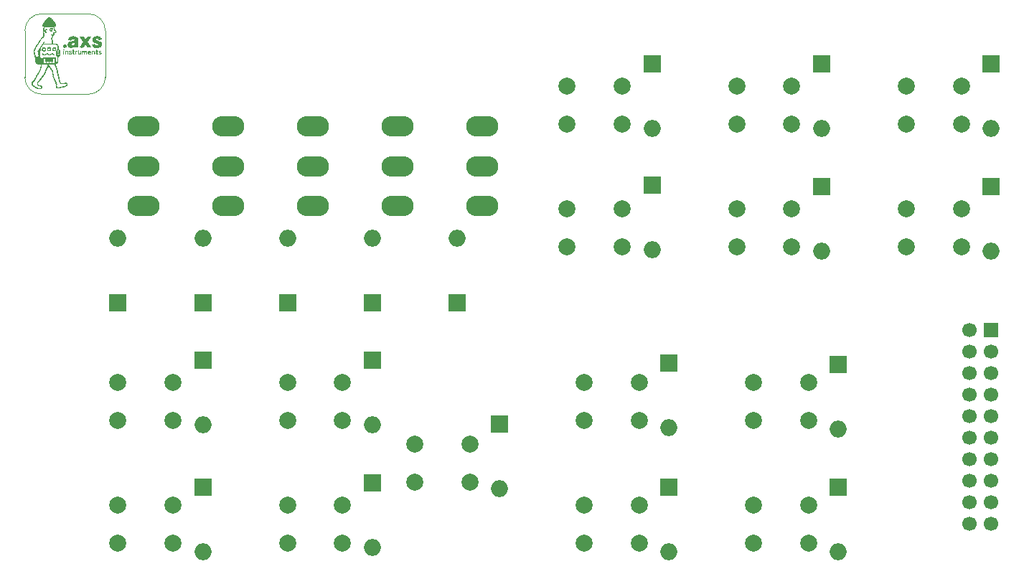
<source format=gbr>
%TF.GenerationSoftware,KiCad,Pcbnew,9.0.1*%
%TF.CreationDate,2025-10-16T11:12:47+01:00*%
%TF.ProjectId,WEASEL_KiCad_buttonMatrix,57454153-454c-45f4-9b69-4361645f6275,rev?*%
%TF.SameCoordinates,Original*%
%TF.FileFunction,Soldermask,Top*%
%TF.FilePolarity,Negative*%
%FSLAX46Y46*%
G04 Gerber Fmt 4.6, Leading zero omitted, Abs format (unit mm)*
G04 Created by KiCad (PCBNEW 9.0.1) date 2025-10-16 11:12:47*
%MOMM*%
%LPD*%
G01*
G04 APERTURE LIST*
%ADD10C,0.100000*%
%ADD11C,0.000000*%
%ADD12C,2.000000*%
%ADD13O,3.800000X2.400000*%
%ADD14R,2.000000X2.000000*%
%ADD15O,2.000000X2.000000*%
%ADD16R,1.700000X1.700000*%
%ADD17C,1.700000*%
G04 APERTURE END LIST*
D10*
X18500000Y-41500000D02*
G75*
G02*
X16500000Y-39500000I0J2000000D01*
G01*
X24000000Y-32000000D02*
G75*
G02*
X26000000Y-34000000I0J-2000000D01*
G01*
X16500000Y-34000000D02*
G75*
G02*
X18500000Y-32000000I2000000J0D01*
G01*
X16500000Y-39500000D02*
X16500000Y-34000000D01*
X24000000Y-41500000D02*
X18500000Y-41500000D01*
X18500000Y-32000000D02*
X24000000Y-32000000D01*
X26000000Y-34000000D02*
X26000000Y-39500000D01*
X26000000Y-39500000D02*
G75*
G02*
X24000000Y-41500000I-2000000J0D01*
G01*
D11*
%TO.C,G\u002A\u002A\u002A*%
G36*
X17269923Y-40228730D02*
G01*
X17265038Y-40233615D01*
X17260154Y-40228730D01*
X17265038Y-40223846D01*
X17269923Y-40228730D01*
G37*
G36*
X17289461Y-40150577D02*
G01*
X17284577Y-40155461D01*
X17279692Y-40150577D01*
X17284577Y-40145692D01*
X17289461Y-40150577D01*
G37*
G36*
X17289461Y-40170115D02*
G01*
X17284577Y-40175000D01*
X17279692Y-40170115D01*
X17284577Y-40165230D01*
X17289461Y-40170115D01*
G37*
G36*
X17299230Y-40121269D02*
G01*
X17294346Y-40126154D01*
X17289461Y-40121269D01*
X17294346Y-40116384D01*
X17299230Y-40121269D01*
G37*
G36*
X17553230Y-36242884D02*
G01*
X17548346Y-36247769D01*
X17543461Y-36242884D01*
X17548346Y-36238000D01*
X17553230Y-36242884D01*
G37*
G36*
X17572769Y-40629269D02*
G01*
X17567884Y-40634154D01*
X17563000Y-40629269D01*
X17567884Y-40624384D01*
X17572769Y-40629269D01*
G37*
G36*
X17592307Y-40023577D02*
G01*
X17587423Y-40028461D01*
X17582538Y-40023577D01*
X17587423Y-40018692D01*
X17592307Y-40023577D01*
G37*
G36*
X17631384Y-37024423D02*
G01*
X17626500Y-37029307D01*
X17621615Y-37024423D01*
X17626500Y-37019538D01*
X17631384Y-37024423D01*
G37*
G36*
X17641154Y-39964961D02*
G01*
X17636269Y-39969846D01*
X17631384Y-39964961D01*
X17636269Y-39960077D01*
X17641154Y-39964961D01*
G37*
G36*
X17670461Y-39935654D02*
G01*
X17665577Y-39940538D01*
X17660692Y-39935654D01*
X17665577Y-39930769D01*
X17670461Y-39935654D01*
G37*
G36*
X17680230Y-37405423D02*
G01*
X17675346Y-37410307D01*
X17670461Y-37405423D01*
X17675346Y-37400538D01*
X17680230Y-37405423D01*
G37*
G36*
X17680230Y-37522654D02*
G01*
X17675346Y-37527538D01*
X17670461Y-37522654D01*
X17675346Y-37517769D01*
X17680230Y-37522654D01*
G37*
G36*
X17690000Y-39593730D02*
G01*
X17685115Y-39598615D01*
X17680230Y-39593730D01*
X17685115Y-39588846D01*
X17690000Y-39593730D01*
G37*
G36*
X17699769Y-39574192D02*
G01*
X17694884Y-39579077D01*
X17690000Y-39574192D01*
X17694884Y-39569307D01*
X17699769Y-39574192D01*
G37*
G36*
X17719307Y-36340577D02*
G01*
X17714423Y-36345461D01*
X17709538Y-36340577D01*
X17714423Y-36335692D01*
X17719307Y-36340577D01*
G37*
G36*
X17719307Y-36623884D02*
G01*
X17714423Y-36628769D01*
X17709538Y-36623884D01*
X17714423Y-36619000D01*
X17719307Y-36623884D01*
G37*
G36*
X17738846Y-36702038D02*
G01*
X17733961Y-36706923D01*
X17729077Y-36702038D01*
X17733961Y-36697154D01*
X17738846Y-36702038D01*
G37*
G36*
X17797461Y-37835269D02*
G01*
X17792577Y-37840154D01*
X17787692Y-37835269D01*
X17792577Y-37830384D01*
X17797461Y-37835269D01*
G37*
G36*
X17817000Y-36106115D02*
G01*
X17812115Y-36111000D01*
X17807230Y-36106115D01*
X17812115Y-36101230D01*
X17817000Y-36106115D01*
G37*
G36*
X17826769Y-36086577D02*
G01*
X17821884Y-36091461D01*
X17817000Y-36086577D01*
X17821884Y-36081692D01*
X17826769Y-36086577D01*
G37*
G36*
X17846307Y-40834423D02*
G01*
X17841423Y-40839307D01*
X17836538Y-40834423D01*
X17841423Y-40829538D01*
X17846307Y-40834423D01*
G37*
G36*
X17856077Y-35676269D02*
G01*
X17851192Y-35681154D01*
X17846307Y-35676269D01*
X17851192Y-35671384D01*
X17856077Y-35676269D01*
G37*
G36*
X17865846Y-39222500D02*
G01*
X17860961Y-39227384D01*
X17856077Y-39222500D01*
X17860961Y-39217615D01*
X17865846Y-39222500D01*
G37*
G36*
X17885384Y-39173654D02*
G01*
X17880500Y-39178538D01*
X17875615Y-39173654D01*
X17880500Y-39168769D01*
X17885384Y-39173654D01*
G37*
G36*
X17895154Y-37083038D02*
G01*
X17890269Y-37087923D01*
X17885384Y-37083038D01*
X17890269Y-37078154D01*
X17895154Y-37083038D01*
G37*
G36*
X17924461Y-40189654D02*
G01*
X17919577Y-40194538D01*
X17914692Y-40189654D01*
X17919577Y-40184769D01*
X17924461Y-40189654D01*
G37*
G36*
X17934230Y-39525346D02*
G01*
X17929346Y-39530230D01*
X17924461Y-39525346D01*
X17929346Y-39520461D01*
X17934230Y-39525346D01*
G37*
G36*
X17934230Y-40131038D02*
G01*
X17929346Y-40135923D01*
X17924461Y-40131038D01*
X17929346Y-40126154D01*
X17934230Y-40131038D01*
G37*
G36*
X17973307Y-40052884D02*
G01*
X17968423Y-40057769D01*
X17963538Y-40052884D01*
X17968423Y-40048000D01*
X17973307Y-40052884D01*
G37*
G36*
X17983077Y-39417884D02*
G01*
X17978192Y-39422769D01*
X17973307Y-39417884D01*
X17978192Y-39413000D01*
X17983077Y-39417884D01*
G37*
G36*
X17983077Y-40697654D02*
G01*
X17978192Y-40702538D01*
X17973307Y-40697654D01*
X17978192Y-40692769D01*
X17983077Y-40697654D01*
G37*
G36*
X17992846Y-35480884D02*
G01*
X17987961Y-35485769D01*
X17983077Y-35480884D01*
X17987961Y-35476000D01*
X17992846Y-35480884D01*
G37*
G36*
X17992846Y-36428500D02*
G01*
X17987961Y-36433384D01*
X17983077Y-36428500D01*
X17987961Y-36423615D01*
X17992846Y-36428500D01*
G37*
G36*
X18002615Y-36379654D02*
G01*
X17997730Y-36384538D01*
X17992846Y-36379654D01*
X17997730Y-36374769D01*
X18002615Y-36379654D01*
G37*
G36*
X18022154Y-38958730D02*
G01*
X18017269Y-38963615D01*
X18012384Y-38958730D01*
X18017269Y-38953846D01*
X18022154Y-38958730D01*
G37*
G36*
X18022154Y-40893038D02*
G01*
X18017269Y-40897923D01*
X18012384Y-40893038D01*
X18017269Y-40888154D01*
X18022154Y-40893038D01*
G37*
G36*
X18041692Y-36321038D02*
G01*
X18036807Y-36325923D01*
X18031923Y-36321038D01*
X18036807Y-36316154D01*
X18041692Y-36321038D01*
G37*
G36*
X18041692Y-37317500D02*
G01*
X18036807Y-37322384D01*
X18031923Y-37317500D01*
X18036807Y-37312615D01*
X18041692Y-37317500D01*
G37*
G36*
X18051461Y-36780192D02*
G01*
X18046577Y-36785077D01*
X18041692Y-36780192D01*
X18046577Y-36775307D01*
X18051461Y-36780192D01*
G37*
G36*
X18051461Y-37376115D02*
G01*
X18046577Y-37381000D01*
X18041692Y-37376115D01*
X18046577Y-37371230D01*
X18051461Y-37376115D01*
G37*
G36*
X18051461Y-38001346D02*
G01*
X18046577Y-38006230D01*
X18041692Y-38001346D01*
X18046577Y-37996461D01*
X18051461Y-38001346D01*
G37*
G36*
X18061230Y-36799730D02*
G01*
X18056346Y-36804615D01*
X18051461Y-36799730D01*
X18056346Y-36794846D01*
X18061230Y-36799730D01*
G37*
G36*
X18071000Y-35656730D02*
G01*
X18066115Y-35661615D01*
X18061230Y-35656730D01*
X18066115Y-35651846D01*
X18071000Y-35656730D01*
G37*
G36*
X18071000Y-40512038D02*
G01*
X18066115Y-40516923D01*
X18061230Y-40512038D01*
X18066115Y-40507154D01*
X18071000Y-40512038D01*
G37*
G36*
X18100307Y-35314807D02*
G01*
X18095423Y-35319692D01*
X18090538Y-35314807D01*
X18095423Y-35309923D01*
X18100307Y-35314807D01*
G37*
G36*
X18110077Y-40189654D02*
G01*
X18105192Y-40194538D01*
X18100307Y-40189654D01*
X18105192Y-40184769D01*
X18110077Y-40189654D01*
G37*
G36*
X18110077Y-40218961D02*
G01*
X18105192Y-40223846D01*
X18100307Y-40218961D01*
X18105192Y-40214077D01*
X18110077Y-40218961D01*
G37*
G36*
X18129615Y-39857500D02*
G01*
X18124730Y-39862384D01*
X18119846Y-39857500D01*
X18124730Y-39852615D01*
X18129615Y-39857500D01*
G37*
G36*
X18139384Y-39095500D02*
G01*
X18134500Y-39100384D01*
X18129615Y-39095500D01*
X18134500Y-39090615D01*
X18139384Y-39095500D01*
G37*
G36*
X18149154Y-36174500D02*
G01*
X18144269Y-36179384D01*
X18139384Y-36174500D01*
X18144269Y-36169615D01*
X18149154Y-36174500D01*
G37*
G36*
X18158923Y-38030654D02*
G01*
X18154038Y-38035538D01*
X18149154Y-38030654D01*
X18154038Y-38025769D01*
X18158923Y-38030654D01*
G37*
G36*
X18168692Y-36145192D02*
G01*
X18163807Y-36150077D01*
X18158923Y-36145192D01*
X18163807Y-36140307D01*
X18168692Y-36145192D01*
G37*
G36*
X18188230Y-37571500D02*
G01*
X18183346Y-37576384D01*
X18178461Y-37571500D01*
X18183346Y-37566615D01*
X18188230Y-37571500D01*
G37*
G36*
X18198000Y-38030654D02*
G01*
X18193115Y-38035538D01*
X18188230Y-38030654D01*
X18193115Y-38025769D01*
X18198000Y-38030654D01*
G37*
G36*
X18227307Y-35129192D02*
G01*
X18222423Y-35134077D01*
X18217538Y-35129192D01*
X18222423Y-35124307D01*
X18227307Y-35129192D01*
G37*
G36*
X18227307Y-38626577D02*
G01*
X18222423Y-38631461D01*
X18217538Y-38626577D01*
X18222423Y-38621692D01*
X18227307Y-38626577D01*
G37*
G36*
X18246846Y-40590192D02*
G01*
X18241961Y-40595077D01*
X18237077Y-40590192D01*
X18241961Y-40585307D01*
X18246846Y-40590192D01*
G37*
G36*
X18246846Y-40922346D02*
G01*
X18241961Y-40927230D01*
X18237077Y-40922346D01*
X18241961Y-40917461D01*
X18246846Y-40922346D01*
G37*
G36*
X18256615Y-40414346D02*
G01*
X18251730Y-40419230D01*
X18246846Y-40414346D01*
X18251730Y-40409461D01*
X18256615Y-40414346D01*
G37*
G36*
X18285923Y-38030654D02*
G01*
X18281038Y-38035538D01*
X18276154Y-38030654D01*
X18281038Y-38025769D01*
X18285923Y-38030654D01*
G37*
G36*
X18285923Y-40424115D02*
G01*
X18281038Y-40429000D01*
X18276154Y-40424115D01*
X18281038Y-40419230D01*
X18285923Y-40424115D01*
G37*
G36*
X18305461Y-40609730D02*
G01*
X18300577Y-40614615D01*
X18295692Y-40609730D01*
X18300577Y-40604846D01*
X18305461Y-40609730D01*
G37*
G36*
X18325000Y-38235807D02*
G01*
X18320115Y-38240692D01*
X18315230Y-38235807D01*
X18320115Y-38230923D01*
X18325000Y-38235807D01*
G37*
G36*
X18325000Y-38265115D02*
G01*
X18320115Y-38270000D01*
X18315230Y-38265115D01*
X18320115Y-38260230D01*
X18325000Y-38265115D01*
G37*
G36*
X18334769Y-38782884D02*
G01*
X18329884Y-38787769D01*
X18325000Y-38782884D01*
X18329884Y-38778000D01*
X18334769Y-38782884D01*
G37*
G36*
X18344538Y-38177192D02*
G01*
X18339654Y-38182077D01*
X18334769Y-38177192D01*
X18339654Y-38172307D01*
X18344538Y-38177192D01*
G37*
G36*
X18354307Y-39867269D02*
G01*
X18349423Y-39872154D01*
X18344538Y-39867269D01*
X18349423Y-39862384D01*
X18354307Y-39867269D01*
G37*
G36*
X18373846Y-40443654D02*
G01*
X18368961Y-40448538D01*
X18364077Y-40443654D01*
X18368961Y-40438769D01*
X18373846Y-40443654D01*
G37*
G36*
X18383615Y-36135423D02*
G01*
X18378730Y-36140307D01*
X18373846Y-36135423D01*
X18378730Y-36130538D01*
X18383615Y-36135423D01*
G37*
G36*
X18383615Y-36360115D02*
G01*
X18378730Y-36365000D01*
X18373846Y-36360115D01*
X18378730Y-36355230D01*
X18383615Y-36360115D01*
G37*
G36*
X18383615Y-36408961D02*
G01*
X18378730Y-36413846D01*
X18373846Y-36408961D01*
X18378730Y-36404077D01*
X18383615Y-36408961D01*
G37*
G36*
X18403154Y-36086577D02*
G01*
X18398269Y-36091461D01*
X18393384Y-36086577D01*
X18398269Y-36081692D01*
X18403154Y-36086577D01*
G37*
G36*
X18412923Y-35754423D02*
G01*
X18408038Y-35759307D01*
X18403154Y-35754423D01*
X18408038Y-35749538D01*
X18412923Y-35754423D01*
G37*
G36*
X18422692Y-38577730D02*
G01*
X18417807Y-38582615D01*
X18412923Y-38577730D01*
X18417807Y-38572846D01*
X18422692Y-38577730D01*
G37*
G36*
X18432461Y-40668346D02*
G01*
X18427577Y-40673230D01*
X18422692Y-40668346D01*
X18427577Y-40663461D01*
X18432461Y-40668346D01*
G37*
G36*
X18442230Y-36027961D02*
G01*
X18437346Y-36032846D01*
X18432461Y-36027961D01*
X18437346Y-36023077D01*
X18442230Y-36027961D01*
G37*
G36*
X18442230Y-38509346D02*
G01*
X18437346Y-38514230D01*
X18432461Y-38509346D01*
X18437346Y-38504461D01*
X18442230Y-38509346D01*
G37*
G36*
X18452000Y-38480038D02*
G01*
X18447115Y-38484923D01*
X18442230Y-38480038D01*
X18447115Y-38475154D01*
X18452000Y-38480038D01*
G37*
G36*
X18461769Y-39427654D02*
G01*
X18456884Y-39432538D01*
X18452000Y-39427654D01*
X18456884Y-39422769D01*
X18461769Y-39427654D01*
G37*
G36*
X18471538Y-38343269D02*
G01*
X18466654Y-38348154D01*
X18461769Y-38343269D01*
X18466654Y-38338384D01*
X18471538Y-38343269D01*
G37*
G36*
X18481307Y-36164730D02*
G01*
X18476423Y-36169615D01*
X18471538Y-36164730D01*
X18476423Y-36159846D01*
X18481307Y-36164730D01*
G37*
G36*
X18491077Y-36125654D02*
G01*
X18486192Y-36130538D01*
X18481307Y-36125654D01*
X18486192Y-36120769D01*
X18491077Y-36125654D01*
G37*
G36*
X18491077Y-36262423D02*
G01*
X18486192Y-36267307D01*
X18481307Y-36262423D01*
X18486192Y-36257538D01*
X18491077Y-36262423D01*
G37*
G36*
X18500846Y-36096346D02*
G01*
X18495961Y-36101230D01*
X18491077Y-36096346D01*
X18495961Y-36091461D01*
X18500846Y-36096346D01*
G37*
G36*
X18500846Y-38226038D02*
G01*
X18495961Y-38230923D01*
X18491077Y-38226038D01*
X18495961Y-38221154D01*
X18500846Y-38226038D01*
G37*
G36*
X18510615Y-33468423D02*
G01*
X18505730Y-33473307D01*
X18500846Y-33468423D01*
X18505730Y-33463538D01*
X18510615Y-33468423D01*
G37*
G36*
X18510615Y-36067038D02*
G01*
X18505730Y-36071923D01*
X18500846Y-36067038D01*
X18505730Y-36062154D01*
X18510615Y-36067038D01*
G37*
G36*
X18520384Y-37669192D02*
G01*
X18515500Y-37674077D01*
X18510615Y-37669192D01*
X18515500Y-37664307D01*
X18520384Y-37669192D01*
G37*
G36*
X18520384Y-37688730D02*
G01*
X18515500Y-37693615D01*
X18510615Y-37688730D01*
X18515500Y-37683846D01*
X18520384Y-37688730D01*
G37*
G36*
X18530154Y-36750884D02*
G01*
X18525269Y-36755769D01*
X18520384Y-36750884D01*
X18525269Y-36746000D01*
X18530154Y-36750884D01*
G37*
G36*
X18530154Y-38118577D02*
G01*
X18525269Y-38123461D01*
X18520384Y-38118577D01*
X18525269Y-38113692D01*
X18530154Y-38118577D01*
G37*
G36*
X18539923Y-36369884D02*
G01*
X18535038Y-36374769D01*
X18530154Y-36369884D01*
X18535038Y-36365000D01*
X18539923Y-36369884D01*
G37*
G36*
X18539923Y-37698500D02*
G01*
X18535038Y-37703384D01*
X18530154Y-37698500D01*
X18535038Y-37693615D01*
X18539923Y-37698500D01*
G37*
G36*
X18549692Y-35549269D02*
G01*
X18544807Y-35554154D01*
X18539923Y-35549269D01*
X18544807Y-35544384D01*
X18549692Y-35549269D01*
G37*
G36*
X18549692Y-36780192D02*
G01*
X18544807Y-36785077D01*
X18539923Y-36780192D01*
X18544807Y-36775307D01*
X18549692Y-36780192D01*
G37*
G36*
X18549692Y-39300654D02*
G01*
X18544807Y-39305538D01*
X18539923Y-39300654D01*
X18544807Y-39295769D01*
X18549692Y-39300654D01*
G37*
G36*
X18559461Y-40521807D02*
G01*
X18554577Y-40526692D01*
X18549692Y-40521807D01*
X18554577Y-40516923D01*
X18559461Y-40521807D01*
G37*
G36*
X18579000Y-35813038D02*
G01*
X18574115Y-35817923D01*
X18569230Y-35813038D01*
X18574115Y-35808154D01*
X18579000Y-35813038D01*
G37*
G36*
X18588769Y-35969346D02*
G01*
X18583884Y-35974230D01*
X18579000Y-35969346D01*
X18583884Y-35964461D01*
X18588769Y-35969346D01*
G37*
G36*
X18588769Y-40766038D02*
G01*
X18583884Y-40770923D01*
X18579000Y-40766038D01*
X18583884Y-40761154D01*
X18588769Y-40766038D01*
G37*
G36*
X18598538Y-36633654D02*
G01*
X18593654Y-36638538D01*
X18588769Y-36633654D01*
X18593654Y-36628769D01*
X18598538Y-36633654D01*
G37*
G36*
X18608307Y-34562577D02*
G01*
X18603423Y-34567461D01*
X18598538Y-34562577D01*
X18603423Y-34557692D01*
X18608307Y-34562577D01*
G37*
G36*
X18618077Y-33194884D02*
G01*
X18613192Y-33199769D01*
X18608307Y-33194884D01*
X18613192Y-33190000D01*
X18618077Y-33194884D01*
G37*
G36*
X18618077Y-36633654D02*
G01*
X18613192Y-36638538D01*
X18608307Y-36633654D01*
X18613192Y-36628769D01*
X18618077Y-36633654D01*
G37*
G36*
X18618077Y-40668346D02*
G01*
X18613192Y-40673230D01*
X18608307Y-40668346D01*
X18613192Y-40663461D01*
X18618077Y-40668346D01*
G37*
G36*
X18627846Y-33956884D02*
G01*
X18622961Y-33961769D01*
X18618077Y-33956884D01*
X18622961Y-33952000D01*
X18627846Y-33956884D01*
G37*
G36*
X18627846Y-34015500D02*
G01*
X18622961Y-34020384D01*
X18618077Y-34015500D01*
X18622961Y-34010615D01*
X18627846Y-34015500D01*
G37*
G36*
X18627846Y-34630961D02*
G01*
X18622961Y-34635846D01*
X18618077Y-34630961D01*
X18622961Y-34626077D01*
X18627846Y-34630961D01*
G37*
G36*
X18637615Y-36643423D02*
G01*
X18632730Y-36648307D01*
X18627846Y-36643423D01*
X18632730Y-36638538D01*
X18637615Y-36643423D01*
G37*
G36*
X18637615Y-39496038D02*
G01*
X18632730Y-39500923D01*
X18627846Y-39496038D01*
X18632730Y-39491154D01*
X18637615Y-39496038D01*
G37*
G36*
X18647384Y-34513730D02*
G01*
X18642500Y-34518615D01*
X18637615Y-34513730D01*
X18642500Y-34508846D01*
X18647384Y-34513730D01*
G37*
G36*
X18657154Y-36448038D02*
G01*
X18652269Y-36452923D01*
X18647384Y-36448038D01*
X18652269Y-36443154D01*
X18657154Y-36448038D01*
G37*
G36*
X18666923Y-35666500D02*
G01*
X18662038Y-35671384D01*
X18657154Y-35666500D01*
X18662038Y-35661615D01*
X18666923Y-35666500D01*
G37*
G36*
X18666923Y-36174500D02*
G01*
X18662038Y-36179384D01*
X18657154Y-36174500D01*
X18662038Y-36169615D01*
X18666923Y-36174500D01*
G37*
G36*
X18686461Y-36252654D02*
G01*
X18681577Y-36257538D01*
X18676692Y-36252654D01*
X18681577Y-36247769D01*
X18686461Y-36252654D01*
G37*
G36*
X18696230Y-37991577D02*
G01*
X18691346Y-37996461D01*
X18686461Y-37991577D01*
X18691346Y-37986692D01*
X18696230Y-37991577D01*
G37*
G36*
X18715769Y-35666500D02*
G01*
X18710884Y-35671384D01*
X18706000Y-35666500D01*
X18710884Y-35661615D01*
X18715769Y-35666500D01*
G37*
G36*
X18715769Y-39066192D02*
G01*
X18710884Y-39071077D01*
X18706000Y-39066192D01*
X18710884Y-39061307D01*
X18715769Y-39066192D01*
G37*
G36*
X18754846Y-37346807D02*
G01*
X18749961Y-37351692D01*
X18745077Y-37346807D01*
X18749961Y-37341923D01*
X18754846Y-37346807D01*
G37*
G36*
X18754846Y-37561730D02*
G01*
X18749961Y-37566615D01*
X18745077Y-37561730D01*
X18749961Y-37556846D01*
X18754846Y-37561730D01*
G37*
G36*
X18754846Y-37805961D02*
G01*
X18749961Y-37810846D01*
X18745077Y-37805961D01*
X18749961Y-37801077D01*
X18754846Y-37805961D01*
G37*
G36*
X18764615Y-34767730D02*
G01*
X18759730Y-34772615D01*
X18754846Y-34767730D01*
X18759730Y-34762846D01*
X18764615Y-34767730D01*
G37*
G36*
X18764615Y-36770423D02*
G01*
X18759730Y-36775307D01*
X18754846Y-36770423D01*
X18759730Y-36765538D01*
X18764615Y-36770423D01*
G37*
G36*
X18784154Y-36956038D02*
G01*
X18779269Y-36960923D01*
X18774384Y-36956038D01*
X18779269Y-36951154D01*
X18784154Y-36956038D01*
G37*
G36*
X18793923Y-35480884D02*
G01*
X18789038Y-35485769D01*
X18784154Y-35480884D01*
X18789038Y-35476000D01*
X18793923Y-35480884D01*
G37*
G36*
X18803692Y-34289038D02*
G01*
X18798807Y-34293923D01*
X18793923Y-34289038D01*
X18798807Y-34284154D01*
X18803692Y-34289038D01*
G37*
G36*
X18813461Y-33986192D02*
G01*
X18808577Y-33991077D01*
X18803692Y-33986192D01*
X18808577Y-33981307D01*
X18813461Y-33986192D01*
G37*
G36*
X18813461Y-34064346D02*
G01*
X18808577Y-34069230D01*
X18803692Y-34064346D01*
X18808577Y-34059461D01*
X18813461Y-34064346D01*
G37*
G36*
X18813461Y-34083884D02*
G01*
X18808577Y-34088769D01*
X18803692Y-34083884D01*
X18808577Y-34079000D01*
X18813461Y-34083884D01*
G37*
G36*
X18813461Y-34103423D02*
G01*
X18808577Y-34108307D01*
X18803692Y-34103423D01*
X18808577Y-34098538D01*
X18813461Y-34103423D01*
G37*
G36*
X18823230Y-37991577D02*
G01*
X18818346Y-37996461D01*
X18813461Y-37991577D01*
X18818346Y-37986692D01*
X18823230Y-37991577D01*
G37*
G36*
X18842769Y-37307730D02*
G01*
X18837884Y-37312615D01*
X18833000Y-37307730D01*
X18837884Y-37302846D01*
X18842769Y-37307730D01*
G37*
G36*
X18842769Y-37815730D02*
G01*
X18837884Y-37820615D01*
X18833000Y-37815730D01*
X18837884Y-37810846D01*
X18842769Y-37815730D01*
G37*
G36*
X18862307Y-36145192D02*
G01*
X18857423Y-36150077D01*
X18852538Y-36145192D01*
X18857423Y-36140307D01*
X18862307Y-36145192D01*
G37*
G36*
X18872077Y-32813884D02*
G01*
X18867192Y-32818769D01*
X18862307Y-32813884D01*
X18867192Y-32809000D01*
X18872077Y-32813884D01*
G37*
G36*
X18891615Y-37512884D02*
G01*
X18886730Y-37517769D01*
X18881846Y-37512884D01*
X18886730Y-37508000D01*
X18891615Y-37512884D01*
G37*
G36*
X18891615Y-37532423D02*
G01*
X18886730Y-37537307D01*
X18881846Y-37532423D01*
X18886730Y-37527538D01*
X18891615Y-37532423D01*
G37*
G36*
X18891615Y-37551961D02*
G01*
X18886730Y-37556846D01*
X18881846Y-37551961D01*
X18886730Y-37547077D01*
X18891615Y-37551961D01*
G37*
G36*
X18901384Y-33536807D02*
G01*
X18896500Y-33541692D01*
X18891615Y-33536807D01*
X18896500Y-33531923D01*
X18901384Y-33536807D01*
G37*
G36*
X18911154Y-37815730D02*
G01*
X18906269Y-37820615D01*
X18901384Y-37815730D01*
X18906269Y-37810846D01*
X18911154Y-37815730D01*
G37*
G36*
X18920923Y-33556346D02*
G01*
X18916038Y-33561230D01*
X18911154Y-33556346D01*
X18916038Y-33551461D01*
X18920923Y-33556346D01*
G37*
G36*
X18920923Y-39105269D02*
G01*
X18916038Y-39110154D01*
X18911154Y-39105269D01*
X18916038Y-39100384D01*
X18920923Y-39105269D01*
G37*
G36*
X18930692Y-37815730D02*
G01*
X18925807Y-37820615D01*
X18920923Y-37815730D01*
X18925807Y-37810846D01*
X18930692Y-37815730D01*
G37*
G36*
X18940461Y-36721577D02*
G01*
X18935577Y-36726461D01*
X18930692Y-36721577D01*
X18935577Y-36716692D01*
X18940461Y-36721577D01*
G37*
G36*
X18960000Y-33585654D02*
G01*
X18955115Y-33590538D01*
X18950230Y-33585654D01*
X18955115Y-33580769D01*
X18960000Y-33585654D01*
G37*
G36*
X18979538Y-34025269D02*
G01*
X18974654Y-34030154D01*
X18969769Y-34025269D01*
X18974654Y-34020384D01*
X18979538Y-34025269D01*
G37*
G36*
X18979538Y-34044807D02*
G01*
X18974654Y-34049692D01*
X18969769Y-34044807D01*
X18974654Y-34039923D01*
X18979538Y-34044807D01*
G37*
G36*
X18989307Y-33282807D02*
G01*
X18984423Y-33287692D01*
X18979538Y-33282807D01*
X18984423Y-33277923D01*
X18989307Y-33282807D01*
G37*
G36*
X18989307Y-33995961D02*
G01*
X18984423Y-34000846D01*
X18979538Y-33995961D01*
X18984423Y-33991077D01*
X18989307Y-33995961D01*
G37*
G36*
X19008846Y-33781038D02*
G01*
X19003961Y-33785923D01*
X18999077Y-33781038D01*
X19003961Y-33776154D01*
X19008846Y-33781038D01*
G37*
G36*
X19008846Y-34113192D02*
G01*
X19003961Y-34118077D01*
X18999077Y-34113192D01*
X19003961Y-34108307D01*
X19008846Y-34113192D01*
G37*
G36*
X19008846Y-38411654D02*
G01*
X19003961Y-38416538D01*
X18999077Y-38411654D01*
X19003961Y-38406769D01*
X19008846Y-38411654D01*
G37*
G36*
X19028384Y-34279269D02*
G01*
X19023500Y-34284154D01*
X19018615Y-34279269D01*
X19023500Y-34274384D01*
X19028384Y-34279269D01*
G37*
G36*
X19028384Y-35666500D02*
G01*
X19023500Y-35671384D01*
X19018615Y-35666500D01*
X19023500Y-35661615D01*
X19028384Y-35666500D01*
G37*
G36*
X19057692Y-34113192D02*
G01*
X19052807Y-34118077D01*
X19047923Y-34113192D01*
X19052807Y-34108307D01*
X19057692Y-34113192D01*
G37*
G36*
X19057692Y-35666500D02*
G01*
X19052807Y-35671384D01*
X19047923Y-35666500D01*
X19052807Y-35661615D01*
X19057692Y-35666500D01*
G37*
G36*
X19067461Y-33605192D02*
G01*
X19062577Y-33610077D01*
X19057692Y-33605192D01*
X19062577Y-33600307D01*
X19067461Y-33605192D01*
G37*
G36*
X19067461Y-38763346D02*
G01*
X19062577Y-38768230D01*
X19057692Y-38763346D01*
X19062577Y-38758461D01*
X19067461Y-38763346D01*
G37*
G36*
X19077230Y-34113192D02*
G01*
X19072346Y-34118077D01*
X19067461Y-34113192D01*
X19072346Y-34108307D01*
X19077230Y-34113192D01*
G37*
G36*
X19087000Y-38255346D02*
G01*
X19082115Y-38260230D01*
X19077230Y-38255346D01*
X19082115Y-38250461D01*
X19087000Y-38255346D01*
G37*
G36*
X19106538Y-36164730D02*
G01*
X19101654Y-36169615D01*
X19096769Y-36164730D01*
X19101654Y-36159846D01*
X19106538Y-36164730D01*
G37*
G36*
X19106538Y-36213577D02*
G01*
X19101654Y-36218461D01*
X19096769Y-36213577D01*
X19101654Y-36208692D01*
X19106538Y-36213577D01*
G37*
G36*
X19126077Y-38177192D02*
G01*
X19121192Y-38182077D01*
X19116307Y-38177192D01*
X19121192Y-38172307D01*
X19126077Y-38177192D01*
G37*
G36*
X19145615Y-36799730D02*
G01*
X19140730Y-36804615D01*
X19135846Y-36799730D01*
X19140730Y-36794846D01*
X19145615Y-36799730D01*
G37*
G36*
X19155384Y-32989730D02*
G01*
X19150500Y-32994615D01*
X19145615Y-32989730D01*
X19150500Y-32984846D01*
X19155384Y-32989730D01*
G37*
G36*
X19155384Y-33575884D02*
G01*
X19150500Y-33580769D01*
X19145615Y-33575884D01*
X19150500Y-33571000D01*
X19155384Y-33575884D01*
G37*
G36*
X19155384Y-35480884D02*
G01*
X19150500Y-35485769D01*
X19145615Y-35480884D01*
X19150500Y-35476000D01*
X19155384Y-35480884D01*
G37*
G36*
X19155384Y-37551961D02*
G01*
X19150500Y-37556846D01*
X19145615Y-37551961D01*
X19150500Y-37547077D01*
X19155384Y-37551961D01*
G37*
G36*
X19155384Y-37591038D02*
G01*
X19150500Y-37595923D01*
X19145615Y-37591038D01*
X19150500Y-37586154D01*
X19155384Y-37591038D01*
G37*
G36*
X19155384Y-37815730D02*
G01*
X19150500Y-37820615D01*
X19145615Y-37815730D01*
X19150500Y-37810846D01*
X19155384Y-37815730D01*
G37*
G36*
X19184692Y-33566115D02*
G01*
X19179807Y-33571000D01*
X19174923Y-33566115D01*
X19179807Y-33561230D01*
X19184692Y-33566115D01*
G37*
G36*
X19204230Y-36819269D02*
G01*
X19199346Y-36824154D01*
X19194461Y-36819269D01*
X19199346Y-36814384D01*
X19204230Y-36819269D01*
G37*
G36*
X19223769Y-36838807D02*
G01*
X19218884Y-36843692D01*
X19214000Y-36838807D01*
X19218884Y-36833923D01*
X19223769Y-36838807D01*
G37*
G36*
X19223769Y-38372577D02*
G01*
X19218884Y-38377461D01*
X19214000Y-38372577D01*
X19218884Y-38367692D01*
X19223769Y-38372577D01*
G37*
G36*
X19233538Y-33556346D02*
G01*
X19228654Y-33561230D01*
X19223769Y-33556346D01*
X19228654Y-33551461D01*
X19233538Y-33556346D01*
G37*
G36*
X19233538Y-35666500D02*
G01*
X19228654Y-35671384D01*
X19223769Y-35666500D01*
X19228654Y-35661615D01*
X19233538Y-35666500D01*
G37*
G36*
X19243307Y-36643423D02*
G01*
X19238423Y-36648307D01*
X19233538Y-36643423D01*
X19238423Y-36638538D01*
X19243307Y-36643423D01*
G37*
G36*
X19262846Y-37366346D02*
G01*
X19257961Y-37371230D01*
X19253077Y-37366346D01*
X19257961Y-37361461D01*
X19262846Y-37366346D01*
G37*
G36*
X19262846Y-37395654D02*
G01*
X19257961Y-37400538D01*
X19253077Y-37395654D01*
X19257961Y-37390769D01*
X19262846Y-37395654D01*
G37*
G36*
X19262846Y-37561730D02*
G01*
X19257961Y-37566615D01*
X19253077Y-37561730D01*
X19257961Y-37556846D01*
X19262846Y-37561730D01*
G37*
G36*
X19262846Y-38284654D02*
G01*
X19257961Y-38289538D01*
X19253077Y-38284654D01*
X19257961Y-38279769D01*
X19262846Y-38284654D01*
G37*
G36*
X19282384Y-33566115D02*
G01*
X19277500Y-33571000D01*
X19272615Y-33566115D01*
X19277500Y-33561230D01*
X19282384Y-33566115D01*
G37*
G36*
X19282384Y-38235807D02*
G01*
X19277500Y-38240692D01*
X19272615Y-38235807D01*
X19277500Y-38230923D01*
X19282384Y-38235807D01*
G37*
G36*
X19292154Y-36125654D02*
G01*
X19287269Y-36130538D01*
X19282384Y-36125654D01*
X19287269Y-36120769D01*
X19292154Y-36125654D01*
G37*
G36*
X19301923Y-38196730D02*
G01*
X19297038Y-38201615D01*
X19292154Y-38196730D01*
X19297038Y-38191846D01*
X19301923Y-38196730D01*
G37*
G36*
X19311692Y-35666500D02*
G01*
X19306807Y-35671384D01*
X19301923Y-35666500D01*
X19306807Y-35661615D01*
X19311692Y-35666500D01*
G37*
G36*
X19321461Y-38226038D02*
G01*
X19316577Y-38230923D01*
X19311692Y-38226038D01*
X19316577Y-38221154D01*
X19321461Y-38226038D01*
G37*
G36*
X19399615Y-36086577D02*
G01*
X19394730Y-36091461D01*
X19389846Y-36086577D01*
X19394730Y-36081692D01*
X19399615Y-36086577D01*
G37*
G36*
X19419154Y-32413346D02*
G01*
X19414269Y-32418230D01*
X19409384Y-32413346D01*
X19414269Y-32408461D01*
X19419154Y-32413346D01*
G37*
G36*
X19428923Y-36448038D02*
G01*
X19424038Y-36452923D01*
X19419154Y-36448038D01*
X19424038Y-36443154D01*
X19428923Y-36448038D01*
G37*
G36*
X19448461Y-36115884D02*
G01*
X19443577Y-36120769D01*
X19438692Y-36115884D01*
X19443577Y-36111000D01*
X19448461Y-36115884D01*
G37*
G36*
X19477769Y-33585654D02*
G01*
X19472884Y-33590538D01*
X19468000Y-33585654D01*
X19472884Y-33580769D01*
X19477769Y-33585654D01*
G37*
G36*
X19477769Y-35666500D02*
G01*
X19472884Y-35671384D01*
X19468000Y-35666500D01*
X19472884Y-35661615D01*
X19477769Y-35666500D01*
G37*
G36*
X19477769Y-38460500D02*
G01*
X19472884Y-38465384D01*
X19468000Y-38460500D01*
X19472884Y-38455615D01*
X19477769Y-38460500D01*
G37*
G36*
X19487538Y-38480038D02*
G01*
X19482654Y-38484923D01*
X19477769Y-38480038D01*
X19482654Y-38475154D01*
X19487538Y-38480038D01*
G37*
G36*
X19497307Y-35666500D02*
G01*
X19492423Y-35671384D01*
X19487538Y-35666500D01*
X19492423Y-35661615D01*
X19497307Y-35666500D01*
G37*
G36*
X19516846Y-36418730D02*
G01*
X19511961Y-36423615D01*
X19507077Y-36418730D01*
X19511961Y-36413846D01*
X19516846Y-36418730D01*
G37*
G36*
X19516846Y-37571500D02*
G01*
X19511961Y-37576384D01*
X19507077Y-37571500D01*
X19511961Y-37566615D01*
X19516846Y-37571500D01*
G37*
G36*
X19516846Y-37591038D02*
G01*
X19511961Y-37595923D01*
X19507077Y-37591038D01*
X19511961Y-37586154D01*
X19516846Y-37591038D01*
G37*
G36*
X19526615Y-35666500D02*
G01*
X19521730Y-35671384D01*
X19516846Y-35666500D01*
X19521730Y-35661615D01*
X19526615Y-35666500D01*
G37*
G36*
X19526615Y-37307730D02*
G01*
X19521730Y-37312615D01*
X19516846Y-37307730D01*
X19521730Y-37302846D01*
X19526615Y-37307730D01*
G37*
G36*
X19546154Y-37307730D02*
G01*
X19541269Y-37312615D01*
X19536384Y-37307730D01*
X19541269Y-37302846D01*
X19546154Y-37307730D01*
G37*
G36*
X19555923Y-38567961D02*
G01*
X19551038Y-38572846D01*
X19546154Y-38567961D01*
X19551038Y-38563077D01*
X19555923Y-38567961D01*
G37*
G36*
X19565692Y-38011115D02*
G01*
X19560807Y-38016000D01*
X19555923Y-38011115D01*
X19560807Y-38006230D01*
X19565692Y-38011115D01*
G37*
G36*
X19575461Y-35988884D02*
G01*
X19570577Y-35993769D01*
X19565692Y-35988884D01*
X19570577Y-35984000D01*
X19575461Y-35988884D01*
G37*
G36*
X19585230Y-36692269D02*
G01*
X19580346Y-36697154D01*
X19575461Y-36692269D01*
X19580346Y-36687384D01*
X19585230Y-36692269D01*
G37*
G36*
X19585230Y-37307730D02*
G01*
X19580346Y-37312615D01*
X19575461Y-37307730D01*
X19580346Y-37302846D01*
X19585230Y-37307730D01*
G37*
G36*
X19604769Y-33546577D02*
G01*
X19599884Y-33551461D01*
X19595000Y-33546577D01*
X19599884Y-33541692D01*
X19604769Y-33546577D01*
G37*
G36*
X19604769Y-36916961D02*
G01*
X19599884Y-36921846D01*
X19595000Y-36916961D01*
X19599884Y-36912077D01*
X19604769Y-36916961D01*
G37*
G36*
X19604769Y-37395654D02*
G01*
X19599884Y-37400538D01*
X19595000Y-37395654D01*
X19599884Y-37390769D01*
X19604769Y-37395654D01*
G37*
G36*
X19614538Y-37805961D02*
G01*
X19609654Y-37810846D01*
X19604769Y-37805961D01*
X19609654Y-37801077D01*
X19614538Y-37805961D01*
G37*
G36*
X19634077Y-35109654D02*
G01*
X19629192Y-35114538D01*
X19624307Y-35109654D01*
X19629192Y-35104769D01*
X19634077Y-35109654D01*
G37*
G36*
X19643846Y-34738423D02*
G01*
X19638961Y-34743307D01*
X19634077Y-34738423D01*
X19638961Y-34733538D01*
X19643846Y-34738423D01*
G37*
G36*
X19643846Y-37747346D02*
G01*
X19638961Y-37752230D01*
X19634077Y-37747346D01*
X19638961Y-37742461D01*
X19643846Y-37747346D01*
G37*
G36*
X19643846Y-38392115D02*
G01*
X19638961Y-38397000D01*
X19634077Y-38392115D01*
X19638961Y-38387230D01*
X19643846Y-38392115D01*
G37*
G36*
X19653615Y-33233961D02*
G01*
X19648730Y-33238846D01*
X19643846Y-33233961D01*
X19648730Y-33229077D01*
X19653615Y-33233961D01*
G37*
G36*
X19653615Y-35197577D02*
G01*
X19648730Y-35202461D01*
X19643846Y-35197577D01*
X19648730Y-35192692D01*
X19653615Y-35197577D01*
G37*
G36*
X19692692Y-36829038D02*
G01*
X19687807Y-36833923D01*
X19682923Y-36829038D01*
X19687807Y-36824154D01*
X19692692Y-36829038D01*
G37*
G36*
X19702461Y-35666500D02*
G01*
X19697577Y-35671384D01*
X19692692Y-35666500D01*
X19697577Y-35661615D01*
X19702461Y-35666500D01*
G37*
G36*
X19712230Y-36281961D02*
G01*
X19707346Y-36286846D01*
X19702461Y-36281961D01*
X19707346Y-36277077D01*
X19712230Y-36281961D01*
G37*
G36*
X19712230Y-36633654D02*
G01*
X19707346Y-36638538D01*
X19702461Y-36633654D01*
X19707346Y-36628769D01*
X19712230Y-36633654D01*
G37*
G36*
X19722000Y-38929423D02*
G01*
X19717115Y-38934307D01*
X19712230Y-38929423D01*
X19717115Y-38924538D01*
X19722000Y-38929423D01*
G37*
G36*
X19722000Y-38948961D02*
G01*
X19717115Y-38953846D01*
X19712230Y-38948961D01*
X19717115Y-38944077D01*
X19722000Y-38948961D01*
G37*
G36*
X19731769Y-33839654D02*
G01*
X19726884Y-33844538D01*
X19722000Y-33839654D01*
X19726884Y-33834769D01*
X19731769Y-33839654D01*
G37*
G36*
X19741538Y-39124807D02*
G01*
X19736654Y-39129692D01*
X19731769Y-39124807D01*
X19736654Y-39119923D01*
X19741538Y-39124807D01*
G37*
G36*
X19751307Y-33839654D02*
G01*
X19746423Y-33844538D01*
X19741538Y-33839654D01*
X19746423Y-33834769D01*
X19751307Y-33839654D01*
G37*
G36*
X19761077Y-34464884D02*
G01*
X19756192Y-34469769D01*
X19751307Y-34464884D01*
X19756192Y-34460000D01*
X19761077Y-34464884D01*
G37*
G36*
X19761077Y-38567961D02*
G01*
X19756192Y-38572846D01*
X19751307Y-38567961D01*
X19756192Y-38563077D01*
X19761077Y-38567961D01*
G37*
G36*
X19780615Y-33839654D02*
G01*
X19775730Y-33844538D01*
X19770846Y-33839654D01*
X19775730Y-33834769D01*
X19780615Y-33839654D01*
G37*
G36*
X19780615Y-34992423D02*
G01*
X19775730Y-34997307D01*
X19770846Y-34992423D01*
X19775730Y-34987538D01*
X19780615Y-34992423D01*
G37*
G36*
X19790384Y-39339730D02*
G01*
X19785500Y-39344615D01*
X19780615Y-39339730D01*
X19785500Y-39334846D01*
X19790384Y-39339730D01*
G37*
G36*
X19800154Y-34298807D02*
G01*
X19795269Y-34303692D01*
X19790384Y-34298807D01*
X19795269Y-34293923D01*
X19800154Y-34298807D01*
G37*
G36*
X19809923Y-39417884D02*
G01*
X19805038Y-39422769D01*
X19800154Y-39417884D01*
X19805038Y-39413000D01*
X19809923Y-39417884D01*
G37*
G36*
X19819692Y-35090115D02*
G01*
X19814807Y-35095000D01*
X19809923Y-35090115D01*
X19814807Y-35085230D01*
X19819692Y-35090115D01*
G37*
G36*
X19819692Y-36829038D02*
G01*
X19814807Y-36833923D01*
X19809923Y-36829038D01*
X19814807Y-36824154D01*
X19819692Y-36829038D01*
G37*
G36*
X19829461Y-35119423D02*
G01*
X19824577Y-35124307D01*
X19819692Y-35119423D01*
X19824577Y-35114538D01*
X19829461Y-35119423D01*
G37*
G36*
X19839230Y-35197577D02*
G01*
X19834346Y-35202461D01*
X19829461Y-35197577D01*
X19834346Y-35192692D01*
X19839230Y-35197577D01*
G37*
G36*
X19849000Y-38704730D02*
G01*
X19844115Y-38709615D01*
X19839230Y-38704730D01*
X19844115Y-38699846D01*
X19849000Y-38704730D01*
G37*
G36*
X19858769Y-35383192D02*
G01*
X19853884Y-35388077D01*
X19849000Y-35383192D01*
X19853884Y-35378307D01*
X19858769Y-35383192D01*
G37*
G36*
X19858769Y-37483577D02*
G01*
X19853884Y-37488461D01*
X19849000Y-37483577D01*
X19853884Y-37478692D01*
X19858769Y-37483577D01*
G37*
G36*
X19858769Y-37522654D02*
G01*
X19853884Y-37527538D01*
X19849000Y-37522654D01*
X19853884Y-37517769D01*
X19858769Y-37522654D01*
G37*
G36*
X19858769Y-38734038D02*
G01*
X19853884Y-38738923D01*
X19849000Y-38734038D01*
X19853884Y-38729154D01*
X19858769Y-38734038D01*
G37*
G36*
X19868538Y-35666500D02*
G01*
X19863654Y-35671384D01*
X19858769Y-35666500D01*
X19863654Y-35661615D01*
X19868538Y-35666500D01*
G37*
G36*
X19868538Y-39603500D02*
G01*
X19863654Y-39608384D01*
X19858769Y-39603500D01*
X19863654Y-39598615D01*
X19868538Y-39603500D01*
G37*
G36*
X19868538Y-39623038D02*
G01*
X19863654Y-39627923D01*
X19858769Y-39623038D01*
X19863654Y-39618154D01*
X19868538Y-39623038D01*
G37*
G36*
X19878307Y-34191346D02*
G01*
X19873423Y-34196230D01*
X19868538Y-34191346D01*
X19873423Y-34186461D01*
X19878307Y-34191346D01*
G37*
G36*
X19888077Y-36223346D02*
G01*
X19883192Y-36228230D01*
X19878307Y-36223346D01*
X19883192Y-36218461D01*
X19888077Y-36223346D01*
G37*
G36*
X19907615Y-33829884D02*
G01*
X19902730Y-33834769D01*
X19897846Y-33829884D01*
X19902730Y-33825000D01*
X19907615Y-33829884D01*
G37*
G36*
X19907615Y-35666500D02*
G01*
X19902730Y-35671384D01*
X19897846Y-35666500D01*
X19902730Y-35661615D01*
X19907615Y-35666500D01*
G37*
G36*
X19907615Y-39701192D02*
G01*
X19902730Y-39706077D01*
X19897846Y-39701192D01*
X19902730Y-39696307D01*
X19907615Y-39701192D01*
G37*
G36*
X19927154Y-39144346D02*
G01*
X19922269Y-39149230D01*
X19917384Y-39144346D01*
X19922269Y-39139461D01*
X19927154Y-39144346D01*
G37*
G36*
X19936923Y-35910730D02*
G01*
X19932038Y-35915615D01*
X19927154Y-35910730D01*
X19932038Y-35905846D01*
X19936923Y-35910730D01*
G37*
G36*
X19956461Y-34201115D02*
G01*
X19951577Y-34206000D01*
X19946692Y-34201115D01*
X19951577Y-34196230D01*
X19956461Y-34201115D01*
G37*
G36*
X19956461Y-39847730D02*
G01*
X19951577Y-39852615D01*
X19946692Y-39847730D01*
X19951577Y-39842846D01*
X19956461Y-39847730D01*
G37*
G36*
X19966230Y-36936500D02*
G01*
X19961346Y-36941384D01*
X19956461Y-36936500D01*
X19961346Y-36931615D01*
X19966230Y-36936500D01*
G37*
G36*
X19985769Y-34015500D02*
G01*
X19980884Y-34020384D01*
X19976000Y-34015500D01*
X19980884Y-34010615D01*
X19985769Y-34015500D01*
G37*
G36*
X19985769Y-39398346D02*
G01*
X19980884Y-39403230D01*
X19976000Y-39398346D01*
X19980884Y-39393461D01*
X19985769Y-39398346D01*
G37*
G36*
X19995538Y-39437423D02*
G01*
X19990654Y-39442307D01*
X19985769Y-39437423D01*
X19990654Y-39432538D01*
X19995538Y-39437423D01*
G37*
G36*
X20005307Y-37327269D02*
G01*
X20000423Y-37332154D01*
X19995538Y-37327269D01*
X20000423Y-37322384D01*
X20005307Y-37327269D01*
G37*
G36*
X20005307Y-37659423D02*
G01*
X20000423Y-37664307D01*
X19995538Y-37659423D01*
X20000423Y-37654538D01*
X20005307Y-37659423D01*
G37*
G36*
X20024846Y-38108807D02*
G01*
X20019961Y-38113692D01*
X20015077Y-38108807D01*
X20019961Y-38103923D01*
X20024846Y-38108807D01*
G37*
G36*
X20034615Y-38147884D02*
G01*
X20029730Y-38152769D01*
X20024846Y-38147884D01*
X20029730Y-38143000D01*
X20034615Y-38147884D01*
G37*
G36*
X20034615Y-40013807D02*
G01*
X20029730Y-40018692D01*
X20024846Y-40013807D01*
X20029730Y-40008923D01*
X20034615Y-40013807D01*
G37*
G36*
X20044384Y-39583961D02*
G01*
X20039500Y-39588846D01*
X20034615Y-39583961D01*
X20039500Y-39579077D01*
X20044384Y-39583961D01*
G37*
G36*
X20044384Y-40052884D02*
G01*
X20039500Y-40057769D01*
X20034615Y-40052884D01*
X20039500Y-40048000D01*
X20044384Y-40052884D01*
G37*
G36*
X20073692Y-33800577D02*
G01*
X20068807Y-33805461D01*
X20063923Y-33800577D01*
X20068807Y-33795692D01*
X20073692Y-33800577D01*
G37*
G36*
X20073692Y-33820115D02*
G01*
X20068807Y-33825000D01*
X20063923Y-33820115D01*
X20068807Y-33815230D01*
X20073692Y-33820115D01*
G37*
G36*
X20093230Y-33878730D02*
G01*
X20088346Y-33883615D01*
X20083461Y-33878730D01*
X20088346Y-33873846D01*
X20093230Y-33878730D01*
G37*
G36*
X20103000Y-40248269D02*
G01*
X20098115Y-40253154D01*
X20093230Y-40248269D01*
X20098115Y-40243384D01*
X20103000Y-40248269D01*
G37*
G36*
X20112769Y-33097192D02*
G01*
X20107884Y-33102077D01*
X20103000Y-33097192D01*
X20107884Y-33092307D01*
X20112769Y-33097192D01*
G37*
G36*
X20112769Y-37141654D02*
G01*
X20107884Y-37146538D01*
X20103000Y-37141654D01*
X20107884Y-37136769D01*
X20112769Y-37141654D01*
G37*
G36*
X20112769Y-38323730D02*
G01*
X20107884Y-38328615D01*
X20103000Y-38323730D01*
X20107884Y-38318846D01*
X20112769Y-38323730D01*
G37*
G36*
X20122538Y-33546577D02*
G01*
X20117654Y-33551461D01*
X20112769Y-33546577D01*
X20117654Y-33541692D01*
X20122538Y-33546577D01*
G37*
G36*
X20132307Y-40463192D02*
G01*
X20127423Y-40468077D01*
X20122538Y-40463192D01*
X20127423Y-40458307D01*
X20132307Y-40463192D01*
G37*
G36*
X20132307Y-40482730D02*
G01*
X20127423Y-40487615D01*
X20122538Y-40482730D01*
X20127423Y-40477846D01*
X20132307Y-40482730D01*
G37*
G36*
X20161615Y-35500423D02*
G01*
X20156730Y-35505307D01*
X20151846Y-35500423D01*
X20156730Y-35495538D01*
X20161615Y-35500423D01*
G37*
G36*
X20161615Y-36799730D02*
G01*
X20156730Y-36804615D01*
X20151846Y-36799730D01*
X20156730Y-36794846D01*
X20161615Y-36799730D01*
G37*
G36*
X20171384Y-35988884D02*
G01*
X20166500Y-35993769D01*
X20161615Y-35988884D01*
X20166500Y-35984000D01*
X20171384Y-35988884D01*
G37*
G36*
X20171384Y-36467577D02*
G01*
X20166500Y-36472461D01*
X20161615Y-36467577D01*
X20166500Y-36462692D01*
X20171384Y-36467577D01*
G37*
G36*
X20181154Y-35500423D02*
G01*
X20176269Y-35505307D01*
X20171384Y-35500423D01*
X20176269Y-35495538D01*
X20181154Y-35500423D01*
G37*
G36*
X20181154Y-36643423D02*
G01*
X20176269Y-36648307D01*
X20171384Y-36643423D01*
X20176269Y-36638538D01*
X20181154Y-36643423D01*
G37*
G36*
X20190923Y-38519115D02*
G01*
X20186038Y-38524000D01*
X20181154Y-38519115D01*
X20186038Y-38514230D01*
X20190923Y-38519115D01*
G37*
G36*
X20200692Y-34259730D02*
G01*
X20195807Y-34264615D01*
X20190923Y-34259730D01*
X20195807Y-34254846D01*
X20200692Y-34259730D01*
G37*
G36*
X20220230Y-40004038D02*
G01*
X20215346Y-40008923D01*
X20210461Y-40004038D01*
X20215346Y-39999154D01*
X20220230Y-40004038D01*
G37*
G36*
X20239769Y-36106115D02*
G01*
X20234884Y-36111000D01*
X20230000Y-36106115D01*
X20234884Y-36101230D01*
X20239769Y-36106115D01*
G37*
G36*
X20239769Y-36184269D02*
G01*
X20234884Y-36189154D01*
X20230000Y-36184269D01*
X20234884Y-36179384D01*
X20239769Y-36184269D01*
G37*
G36*
X20239769Y-38665654D02*
G01*
X20234884Y-38670538D01*
X20230000Y-38665654D01*
X20234884Y-38660769D01*
X20239769Y-38665654D01*
G37*
G36*
X20249538Y-32755269D02*
G01*
X20244654Y-32760154D01*
X20239769Y-32755269D01*
X20244654Y-32750384D01*
X20249538Y-32755269D01*
G37*
G36*
X20249538Y-38177192D02*
G01*
X20244654Y-38182077D01*
X20239769Y-38177192D01*
X20244654Y-38172307D01*
X20249538Y-38177192D01*
G37*
G36*
X20249538Y-38714500D02*
G01*
X20244654Y-38719384D01*
X20239769Y-38714500D01*
X20244654Y-38709615D01*
X20249538Y-38714500D01*
G37*
G36*
X20269077Y-37698500D02*
G01*
X20264192Y-37703384D01*
X20259307Y-37698500D01*
X20264192Y-37693615D01*
X20269077Y-37698500D01*
G37*
G36*
X20269077Y-38235807D02*
G01*
X20264192Y-38240692D01*
X20259307Y-38235807D01*
X20264192Y-38230923D01*
X20269077Y-38235807D01*
G37*
G36*
X20278846Y-37073269D02*
G01*
X20273961Y-37078154D01*
X20269077Y-37073269D01*
X20273961Y-37068384D01*
X20278846Y-37073269D01*
G37*
G36*
X20298384Y-40258038D02*
G01*
X20293500Y-40262923D01*
X20288615Y-40258038D01*
X20293500Y-40253154D01*
X20298384Y-40258038D01*
G37*
G36*
X20308154Y-35529730D02*
G01*
X20303269Y-35534615D01*
X20298384Y-35529730D01*
X20303269Y-35524846D01*
X20308154Y-35529730D01*
G37*
G36*
X20308154Y-38323730D02*
G01*
X20303269Y-38328615D01*
X20298384Y-38323730D01*
X20303269Y-38318846D01*
X20308154Y-38323730D01*
G37*
G36*
X20308154Y-40287346D02*
G01*
X20303269Y-40292230D01*
X20298384Y-40287346D01*
X20303269Y-40282461D01*
X20308154Y-40287346D01*
G37*
G36*
X20308154Y-40306884D02*
G01*
X20303269Y-40311769D01*
X20298384Y-40306884D01*
X20303269Y-40302000D01*
X20308154Y-40306884D01*
G37*
G36*
X20308154Y-40326423D02*
G01*
X20303269Y-40331307D01*
X20298384Y-40326423D01*
X20303269Y-40321538D01*
X20308154Y-40326423D01*
G37*
G36*
X20327692Y-36731346D02*
G01*
X20322807Y-36736230D01*
X20317923Y-36731346D01*
X20322807Y-36726461D01*
X20327692Y-36731346D01*
G37*
G36*
X20327692Y-36750884D02*
G01*
X20322807Y-36755769D01*
X20317923Y-36750884D01*
X20322807Y-36746000D01*
X20327692Y-36750884D01*
G37*
G36*
X20327692Y-38372577D02*
G01*
X20322807Y-38377461D01*
X20317923Y-38372577D01*
X20322807Y-38367692D01*
X20327692Y-38372577D01*
G37*
G36*
X20327692Y-40443654D02*
G01*
X20322807Y-40448538D01*
X20317923Y-40443654D01*
X20322807Y-40438769D01*
X20327692Y-40443654D01*
G37*
G36*
X20337461Y-35822807D02*
G01*
X20332577Y-35827692D01*
X20327692Y-35822807D01*
X20332577Y-35817923D01*
X20337461Y-35822807D01*
G37*
G36*
X20357000Y-36545730D02*
G01*
X20352115Y-36550615D01*
X20347230Y-36545730D01*
X20352115Y-36540846D01*
X20357000Y-36545730D01*
G37*
G36*
X20357000Y-39251807D02*
G01*
X20352115Y-39256692D01*
X20347230Y-39251807D01*
X20352115Y-39246923D01*
X20357000Y-39251807D01*
G37*
G36*
X20366769Y-39300654D02*
G01*
X20361884Y-39305538D01*
X20357000Y-39300654D01*
X20361884Y-39295769D01*
X20366769Y-39300654D01*
G37*
G36*
X20386307Y-37854807D02*
G01*
X20381423Y-37859692D01*
X20376538Y-37854807D01*
X20381423Y-37849923D01*
X20386307Y-37854807D01*
G37*
G36*
X20386307Y-38499577D02*
G01*
X20381423Y-38504461D01*
X20376538Y-38499577D01*
X20381423Y-38494692D01*
X20386307Y-38499577D01*
G37*
G36*
X20405846Y-38587500D02*
G01*
X20400961Y-38592384D01*
X20396077Y-38587500D01*
X20400961Y-38582615D01*
X20405846Y-38587500D01*
G37*
G36*
X20415615Y-38655884D02*
G01*
X20410730Y-38660769D01*
X20405846Y-38655884D01*
X20410730Y-38651000D01*
X20415615Y-38655884D01*
G37*
G36*
X20425384Y-38704730D02*
G01*
X20420500Y-38709615D01*
X20415615Y-38704730D01*
X20420500Y-38699846D01*
X20425384Y-38704730D01*
G37*
G36*
X20454692Y-38900115D02*
G01*
X20449807Y-38905000D01*
X20444923Y-38900115D01*
X20449807Y-38895230D01*
X20454692Y-38900115D01*
G37*
G36*
X20464461Y-37708269D02*
G01*
X20459577Y-37713154D01*
X20454692Y-37708269D01*
X20459577Y-37703384D01*
X20464461Y-37708269D01*
G37*
G36*
X20464461Y-38958730D02*
G01*
X20459577Y-38963615D01*
X20454692Y-38958730D01*
X20459577Y-38953846D01*
X20464461Y-38958730D01*
G37*
G36*
X20464461Y-39720730D02*
G01*
X20459577Y-39725615D01*
X20454692Y-39720730D01*
X20459577Y-39715846D01*
X20464461Y-39720730D01*
G37*
G36*
X20484000Y-35676269D02*
G01*
X20479115Y-35681154D01*
X20474230Y-35676269D01*
X20479115Y-35671384D01*
X20484000Y-35676269D01*
G37*
G36*
X20484000Y-36535961D02*
G01*
X20479115Y-36540846D01*
X20474230Y-36535961D01*
X20479115Y-36531077D01*
X20484000Y-36535961D01*
G37*
G36*
X20493769Y-37249115D02*
G01*
X20488884Y-37254000D01*
X20484000Y-37249115D01*
X20488884Y-37244230D01*
X20493769Y-37249115D01*
G37*
G36*
X20513307Y-39964961D02*
G01*
X20508423Y-39969846D01*
X20503538Y-39964961D01*
X20508423Y-39960077D01*
X20513307Y-39964961D01*
G37*
G36*
X20513307Y-40824654D02*
G01*
X20508423Y-40829538D01*
X20503538Y-40824654D01*
X20508423Y-40819769D01*
X20513307Y-40824654D01*
G37*
G36*
X20581692Y-40140807D02*
G01*
X20576807Y-40145692D01*
X20571923Y-40140807D01*
X20576807Y-40135923D01*
X20581692Y-40140807D01*
G37*
G36*
X20591461Y-36194038D02*
G01*
X20586577Y-36198923D01*
X20581692Y-36194038D01*
X20586577Y-36189154D01*
X20591461Y-36194038D01*
G37*
G36*
X20601230Y-40629269D02*
G01*
X20596346Y-40634154D01*
X20591461Y-40629269D01*
X20596346Y-40624384D01*
X20601230Y-40629269D01*
G37*
G36*
X20611000Y-39564423D02*
G01*
X20606115Y-39569307D01*
X20601230Y-39564423D01*
X20606115Y-39559538D01*
X20611000Y-39564423D01*
G37*
G36*
X20689154Y-36887654D02*
G01*
X20684269Y-36892538D01*
X20679384Y-36887654D01*
X20684269Y-36882769D01*
X20689154Y-36887654D01*
G37*
G36*
X20708692Y-36311269D02*
G01*
X20703807Y-36316154D01*
X20698923Y-36311269D01*
X20703807Y-36306384D01*
X20708692Y-36311269D01*
G37*
G36*
X20708692Y-36838807D02*
G01*
X20703807Y-36843692D01*
X20698923Y-36838807D01*
X20703807Y-36833923D01*
X20708692Y-36838807D01*
G37*
G36*
X20728230Y-36741115D02*
G01*
X20723346Y-36746000D01*
X20718461Y-36741115D01*
X20723346Y-36736230D01*
X20728230Y-36741115D01*
G37*
G36*
X20738000Y-36457807D02*
G01*
X20733115Y-36462692D01*
X20728230Y-36457807D01*
X20733115Y-36452923D01*
X20738000Y-36457807D01*
G37*
G36*
X20845461Y-40140807D02*
G01*
X20840577Y-40145692D01*
X20835692Y-40140807D01*
X20840577Y-40135923D01*
X20845461Y-40140807D01*
G37*
G36*
X20943154Y-40551115D02*
G01*
X20938269Y-40556000D01*
X20933384Y-40551115D01*
X20938269Y-40546230D01*
X20943154Y-40551115D01*
G37*
G36*
X20952923Y-40336192D02*
G01*
X20948038Y-40341077D01*
X20943154Y-40336192D01*
X20948038Y-40331307D01*
X20952923Y-40336192D01*
G37*
G36*
X20962692Y-40160346D02*
G01*
X20957807Y-40165230D01*
X20952923Y-40160346D01*
X20957807Y-40155461D01*
X20962692Y-40160346D01*
G37*
G36*
X20982230Y-40336192D02*
G01*
X20977346Y-40341077D01*
X20972461Y-40336192D01*
X20977346Y-40331307D01*
X20982230Y-40336192D01*
G37*
G36*
X20982230Y-40541346D02*
G01*
X20977346Y-40546230D01*
X20972461Y-40541346D01*
X20977346Y-40536461D01*
X20982230Y-40541346D01*
G37*
G36*
X21021307Y-36272192D02*
G01*
X21016423Y-36277077D01*
X21011538Y-36272192D01*
X21016423Y-36267307D01*
X21021307Y-36272192D01*
G37*
G36*
X21021307Y-36399192D02*
G01*
X21016423Y-36404077D01*
X21011538Y-36399192D01*
X21016423Y-36394307D01*
X21021307Y-36399192D01*
G37*
G36*
X21021307Y-36526192D02*
G01*
X21016423Y-36531077D01*
X21011538Y-36526192D01*
X21016423Y-36521307D01*
X21021307Y-36526192D01*
G37*
G36*
X21021307Y-36614115D02*
G01*
X21016423Y-36619000D01*
X21011538Y-36614115D01*
X21016423Y-36609230D01*
X21021307Y-36614115D01*
G37*
G36*
X21031077Y-36379654D02*
G01*
X21026192Y-36384538D01*
X21021307Y-36379654D01*
X21026192Y-36374769D01*
X21031077Y-36379654D01*
G37*
G36*
X21040846Y-35676269D02*
G01*
X21035961Y-35681154D01*
X21031077Y-35676269D01*
X21035961Y-35671384D01*
X21040846Y-35676269D01*
G37*
G36*
X21060384Y-40531577D02*
G01*
X21055500Y-40536461D01*
X21050615Y-40531577D01*
X21055500Y-40526692D01*
X21060384Y-40531577D01*
G37*
G36*
X21099461Y-40521807D02*
G01*
X21094577Y-40526692D01*
X21089692Y-40521807D01*
X21094577Y-40516923D01*
X21099461Y-40521807D01*
G37*
G36*
X21119000Y-40316654D02*
G01*
X21114115Y-40321538D01*
X21109230Y-40316654D01*
X21114115Y-40311769D01*
X21119000Y-40316654D01*
G37*
G36*
X21177615Y-36448038D02*
G01*
X21172730Y-36452923D01*
X21167846Y-36448038D01*
X21172730Y-36443154D01*
X21177615Y-36448038D01*
G37*
G36*
X21177615Y-36477346D02*
G01*
X21172730Y-36482230D01*
X21167846Y-36477346D01*
X21172730Y-36472461D01*
X21177615Y-36477346D01*
G37*
G36*
X21177615Y-36516423D02*
G01*
X21172730Y-36521307D01*
X21167846Y-36516423D01*
X21172730Y-36511538D01*
X21177615Y-36516423D01*
G37*
G36*
X21177615Y-36682500D02*
G01*
X21172730Y-36687384D01*
X21167846Y-36682500D01*
X21172730Y-36677615D01*
X21177615Y-36682500D01*
G37*
G36*
X21177615Y-36731346D02*
G01*
X21172730Y-36736230D01*
X21167846Y-36731346D01*
X21172730Y-36726461D01*
X21177615Y-36731346D01*
G37*
G36*
X21187384Y-36535961D02*
G01*
X21182500Y-36540846D01*
X21177615Y-36535961D01*
X21182500Y-36531077D01*
X21187384Y-36535961D01*
G37*
G36*
X21216692Y-40482730D02*
G01*
X21211807Y-40487615D01*
X21206923Y-40482730D01*
X21211807Y-40477846D01*
X21216692Y-40482730D01*
G37*
G36*
X21226461Y-36408961D02*
G01*
X21221577Y-36413846D01*
X21216692Y-36408961D01*
X21221577Y-36404077D01*
X21226461Y-36408961D01*
G37*
G36*
X21226461Y-36428500D02*
G01*
X21221577Y-36433384D01*
X21216692Y-36428500D01*
X21221577Y-36423615D01*
X21226461Y-36428500D01*
G37*
G36*
X21226461Y-36448038D02*
G01*
X21221577Y-36452923D01*
X21216692Y-36448038D01*
X21221577Y-36443154D01*
X21226461Y-36448038D01*
G37*
G36*
X21226461Y-36604346D02*
G01*
X21221577Y-36609230D01*
X21216692Y-36604346D01*
X21221577Y-36599461D01*
X21226461Y-36604346D01*
G37*
G36*
X21226461Y-36633654D02*
G01*
X21221577Y-36638538D01*
X21216692Y-36633654D01*
X21221577Y-36628769D01*
X21226461Y-36633654D01*
G37*
G36*
X21226461Y-36721577D02*
G01*
X21221577Y-36726461D01*
X21216692Y-36721577D01*
X21221577Y-36716692D01*
X21226461Y-36721577D01*
G37*
G36*
X21226461Y-40658577D02*
G01*
X21221577Y-40663461D01*
X21216692Y-40658577D01*
X21221577Y-40653692D01*
X21226461Y-40658577D01*
G37*
G36*
X21236230Y-40121269D02*
G01*
X21231346Y-40126154D01*
X21226461Y-40121269D01*
X21231346Y-40116384D01*
X21236230Y-40121269D01*
G37*
G36*
X21255769Y-40648807D02*
G01*
X21250884Y-40653692D01*
X21246000Y-40648807D01*
X21250884Y-40643923D01*
X21255769Y-40648807D01*
G37*
G36*
X21275307Y-36829038D02*
G01*
X21270423Y-36833923D01*
X21265538Y-36829038D01*
X21270423Y-36824154D01*
X21275307Y-36829038D01*
G37*
G36*
X21285077Y-35598115D02*
G01*
X21280192Y-35603000D01*
X21275307Y-35598115D01*
X21280192Y-35593230D01*
X21285077Y-35598115D01*
G37*
G36*
X21285077Y-40297115D02*
G01*
X21280192Y-40302000D01*
X21275307Y-40297115D01*
X21280192Y-40292230D01*
X21285077Y-40297115D01*
G37*
G36*
X21314384Y-40111500D02*
G01*
X21309500Y-40116384D01*
X21304615Y-40111500D01*
X21309500Y-40106615D01*
X21314384Y-40111500D01*
G37*
G36*
X21343692Y-40111500D02*
G01*
X21338807Y-40116384D01*
X21333923Y-40111500D01*
X21338807Y-40106615D01*
X21343692Y-40111500D01*
G37*
G36*
X21363230Y-40599961D02*
G01*
X21358346Y-40604846D01*
X21353461Y-40599961D01*
X21358346Y-40595077D01*
X21363230Y-40599961D01*
G37*
G36*
X21373000Y-40394807D02*
G01*
X21368115Y-40399692D01*
X21363230Y-40394807D01*
X21368115Y-40389923D01*
X21373000Y-40394807D01*
G37*
G36*
X21382769Y-36555500D02*
G01*
X21377884Y-36560384D01*
X21373000Y-36555500D01*
X21377884Y-36550615D01*
X21382769Y-36555500D01*
G37*
G36*
X21382769Y-36633654D02*
G01*
X21377884Y-36638538D01*
X21373000Y-36633654D01*
X21377884Y-36628769D01*
X21382769Y-36633654D01*
G37*
G36*
X21382769Y-40111500D02*
G01*
X21377884Y-40116384D01*
X21373000Y-40111500D01*
X21377884Y-40106615D01*
X21382769Y-40111500D01*
G37*
G36*
X21392538Y-36516423D02*
G01*
X21387654Y-36521307D01*
X21382769Y-36516423D01*
X21387654Y-36511538D01*
X21392538Y-36516423D01*
G37*
G36*
X21490230Y-36633654D02*
G01*
X21485346Y-36638538D01*
X21480461Y-36633654D01*
X21485346Y-36628769D01*
X21490230Y-36633654D01*
G37*
G36*
X21500000Y-40512038D02*
G01*
X21495115Y-40516923D01*
X21490230Y-40512038D01*
X21495115Y-40507154D01*
X21500000Y-40512038D01*
G37*
G36*
X21587923Y-35871654D02*
G01*
X21583038Y-35876538D01*
X21578154Y-35871654D01*
X21583038Y-35866769D01*
X21587923Y-35871654D01*
G37*
G36*
X21587923Y-40277577D02*
G01*
X21583038Y-40282461D01*
X21578154Y-40277577D01*
X21583038Y-40272692D01*
X21587923Y-40277577D01*
G37*
G36*
X21587923Y-40297115D02*
G01*
X21583038Y-40302000D01*
X21578154Y-40297115D01*
X21583038Y-40292230D01*
X21587923Y-40297115D01*
G37*
G36*
X21587923Y-40375269D02*
G01*
X21583038Y-40380154D01*
X21578154Y-40375269D01*
X21583038Y-40370384D01*
X21587923Y-40375269D01*
G37*
G36*
X21597692Y-35412500D02*
G01*
X21592807Y-35417384D01*
X21587923Y-35412500D01*
X21592807Y-35407615D01*
X21597692Y-35412500D01*
G37*
G36*
X21646538Y-36604346D02*
G01*
X21641654Y-36609230D01*
X21636769Y-36604346D01*
X21641654Y-36599461D01*
X21646538Y-36604346D01*
G37*
G36*
X21646538Y-36623884D02*
G01*
X21641654Y-36628769D01*
X21636769Y-36623884D01*
X21641654Y-36619000D01*
X21646538Y-36623884D01*
G37*
G36*
X21646538Y-36672730D02*
G01*
X21641654Y-36677615D01*
X21636769Y-36672730D01*
X21641654Y-36667846D01*
X21646538Y-36672730D01*
G37*
G36*
X21646538Y-36721577D02*
G01*
X21641654Y-36726461D01*
X21636769Y-36721577D01*
X21641654Y-36716692D01*
X21646538Y-36721577D01*
G37*
G36*
X21646538Y-36750884D02*
G01*
X21641654Y-36755769D01*
X21636769Y-36750884D01*
X21641654Y-36746000D01*
X21646538Y-36750884D01*
G37*
G36*
X21675846Y-35158500D02*
G01*
X21670961Y-35163384D01*
X21666077Y-35158500D01*
X21670961Y-35153615D01*
X21675846Y-35158500D01*
G37*
G36*
X21685615Y-35324577D02*
G01*
X21680730Y-35329461D01*
X21675846Y-35324577D01*
X21680730Y-35319692D01*
X21685615Y-35324577D01*
G37*
G36*
X21685615Y-35979115D02*
G01*
X21680730Y-35984000D01*
X21675846Y-35979115D01*
X21680730Y-35974230D01*
X21685615Y-35979115D01*
G37*
G36*
X21685615Y-36750884D02*
G01*
X21680730Y-36755769D01*
X21675846Y-36750884D01*
X21680730Y-36746000D01*
X21685615Y-36750884D01*
G37*
G36*
X21705154Y-35988884D02*
G01*
X21700269Y-35993769D01*
X21695384Y-35988884D01*
X21700269Y-35984000D01*
X21705154Y-35988884D01*
G37*
G36*
X21714923Y-35158500D02*
G01*
X21710038Y-35163384D01*
X21705154Y-35158500D01*
X21710038Y-35153615D01*
X21714923Y-35158500D01*
G37*
G36*
X21734461Y-35158500D02*
G01*
X21729577Y-35163384D01*
X21724692Y-35158500D01*
X21729577Y-35153615D01*
X21734461Y-35158500D01*
G37*
G36*
X21734461Y-36799730D02*
G01*
X21729577Y-36804615D01*
X21724692Y-36799730D01*
X21729577Y-36794846D01*
X21734461Y-36799730D01*
G37*
G36*
X21744230Y-34777500D02*
G01*
X21739346Y-34782384D01*
X21734461Y-34777500D01*
X21739346Y-34772615D01*
X21744230Y-34777500D01*
G37*
G36*
X21744230Y-36604346D02*
G01*
X21739346Y-36609230D01*
X21734461Y-36604346D01*
X21739346Y-36599461D01*
X21744230Y-36604346D01*
G37*
G36*
X21802846Y-34738423D02*
G01*
X21797961Y-34743307D01*
X21793077Y-34738423D01*
X21797961Y-34733538D01*
X21802846Y-34738423D01*
G37*
G36*
X21832154Y-34132730D02*
G01*
X21827269Y-34137615D01*
X21822384Y-34132730D01*
X21827269Y-34127846D01*
X21832154Y-34132730D01*
G37*
G36*
X21832154Y-36340577D02*
G01*
X21827269Y-36345461D01*
X21822384Y-36340577D01*
X21827269Y-36335692D01*
X21832154Y-36340577D01*
G37*
G36*
X21851692Y-35178038D02*
G01*
X21846807Y-35182923D01*
X21841923Y-35178038D01*
X21846807Y-35173154D01*
X21851692Y-35178038D01*
G37*
G36*
X21861461Y-36340577D02*
G01*
X21856577Y-36345461D01*
X21851692Y-36340577D01*
X21856577Y-36335692D01*
X21861461Y-36340577D01*
G37*
G36*
X21861461Y-36838807D02*
G01*
X21856577Y-36843692D01*
X21851692Y-36838807D01*
X21856577Y-36833923D01*
X21861461Y-36838807D01*
G37*
G36*
X21871230Y-35178038D02*
G01*
X21866346Y-35182923D01*
X21861461Y-35178038D01*
X21866346Y-35173154D01*
X21871230Y-35178038D01*
G37*
G36*
X21871230Y-36057269D02*
G01*
X21866346Y-36062154D01*
X21861461Y-36057269D01*
X21866346Y-36052384D01*
X21871230Y-36057269D01*
G37*
G36*
X21929846Y-36340577D02*
G01*
X21924961Y-36345461D01*
X21920077Y-36340577D01*
X21924961Y-36335692D01*
X21929846Y-36340577D01*
G37*
G36*
X21939615Y-35236654D02*
G01*
X21934730Y-35241538D01*
X21929846Y-35236654D01*
X21934730Y-35231769D01*
X21939615Y-35236654D01*
G37*
G36*
X21939615Y-36829038D02*
G01*
X21934730Y-36833923D01*
X21929846Y-36829038D01*
X21934730Y-36824154D01*
X21939615Y-36829038D01*
G37*
G36*
X21988461Y-36057269D02*
G01*
X21983577Y-36062154D01*
X21978692Y-36057269D01*
X21983577Y-36052384D01*
X21988461Y-36057269D01*
G37*
G36*
X22027538Y-36477346D02*
G01*
X22022654Y-36482230D01*
X22017769Y-36477346D01*
X22022654Y-36472461D01*
X22027538Y-36477346D01*
G37*
G36*
X22047077Y-36057269D02*
G01*
X22042192Y-36062154D01*
X22037307Y-36057269D01*
X22042192Y-36052384D01*
X22047077Y-36057269D01*
G37*
G36*
X22066615Y-36672730D02*
G01*
X22061730Y-36677615D01*
X22056846Y-36672730D01*
X22061730Y-36667846D01*
X22066615Y-36672730D01*
G37*
G36*
X22086154Y-35705577D02*
G01*
X22081269Y-35710461D01*
X22076384Y-35705577D01*
X22081269Y-35700692D01*
X22086154Y-35705577D01*
G37*
G36*
X22095923Y-35207346D02*
G01*
X22091038Y-35212230D01*
X22086154Y-35207346D01*
X22091038Y-35202461D01*
X22095923Y-35207346D01*
G37*
G36*
X22135000Y-35021730D02*
G01*
X22130115Y-35026615D01*
X22125230Y-35021730D01*
X22130115Y-35016846D01*
X22135000Y-35021730D01*
G37*
G36*
X22135000Y-35510192D02*
G01*
X22130115Y-35515077D01*
X22125230Y-35510192D01*
X22130115Y-35505307D01*
X22135000Y-35510192D01*
G37*
G36*
X22135000Y-36496884D02*
G01*
X22130115Y-36501769D01*
X22125230Y-36496884D01*
X22130115Y-36492000D01*
X22135000Y-36496884D01*
G37*
G36*
X22144769Y-36281961D02*
G01*
X22139884Y-36286846D01*
X22135000Y-36281961D01*
X22139884Y-36277077D01*
X22144769Y-36281961D01*
G37*
G36*
X22144769Y-36565269D02*
G01*
X22139884Y-36570154D01*
X22135000Y-36565269D01*
X22139884Y-36560384D01*
X22144769Y-36565269D01*
G37*
G36*
X22144769Y-36594577D02*
G01*
X22139884Y-36599461D01*
X22135000Y-36594577D01*
X22139884Y-36589692D01*
X22144769Y-36594577D01*
G37*
G36*
X22144769Y-36614115D02*
G01*
X22139884Y-36619000D01*
X22135000Y-36614115D01*
X22139884Y-36609230D01*
X22144769Y-36614115D01*
G37*
G36*
X22174077Y-35490654D02*
G01*
X22169192Y-35495538D01*
X22164307Y-35490654D01*
X22169192Y-35485769D01*
X22174077Y-35490654D01*
G37*
G36*
X22213154Y-35168269D02*
G01*
X22208269Y-35173154D01*
X22203384Y-35168269D01*
X22208269Y-35163384D01*
X22213154Y-35168269D01*
G37*
G36*
X22232692Y-35695807D02*
G01*
X22227807Y-35700692D01*
X22222923Y-35695807D01*
X22227807Y-35690923D01*
X22232692Y-35695807D01*
G37*
G36*
X22242461Y-36223346D02*
G01*
X22237577Y-36228230D01*
X22232692Y-36223346D01*
X22237577Y-36218461D01*
X22242461Y-36223346D01*
G37*
G36*
X22252230Y-35158500D02*
G01*
X22247346Y-35163384D01*
X22242461Y-35158500D01*
X22247346Y-35153615D01*
X22252230Y-35158500D01*
G37*
G36*
X22291307Y-35656730D02*
G01*
X22286423Y-35661615D01*
X22281538Y-35656730D01*
X22286423Y-35651846D01*
X22291307Y-35656730D01*
G37*
G36*
X22301077Y-35011961D02*
G01*
X22296192Y-35016846D01*
X22291307Y-35011961D01*
X22296192Y-35007077D01*
X22301077Y-35011961D01*
G37*
G36*
X22301077Y-35637192D02*
G01*
X22296192Y-35642077D01*
X22291307Y-35637192D01*
X22296192Y-35632307D01*
X22301077Y-35637192D01*
G37*
G36*
X22301077Y-35969346D02*
G01*
X22296192Y-35974230D01*
X22291307Y-35969346D01*
X22296192Y-35964461D01*
X22301077Y-35969346D01*
G37*
G36*
X22301077Y-36350346D02*
G01*
X22296192Y-36355230D01*
X22291307Y-36350346D01*
X22296192Y-36345461D01*
X22301077Y-36350346D01*
G37*
G36*
X22320615Y-35959577D02*
G01*
X22315730Y-35964461D01*
X22310846Y-35959577D01*
X22315730Y-35954692D01*
X22320615Y-35959577D01*
G37*
G36*
X22320615Y-36496884D02*
G01*
X22315730Y-36501769D01*
X22310846Y-36496884D01*
X22315730Y-36492000D01*
X22320615Y-36496884D01*
G37*
G36*
X22330384Y-35041269D02*
G01*
X22325500Y-35046154D01*
X22320615Y-35041269D01*
X22325500Y-35036384D01*
X22330384Y-35041269D01*
G37*
G36*
X22349923Y-35441807D02*
G01*
X22345038Y-35446692D01*
X22340154Y-35441807D01*
X22345038Y-35436923D01*
X22349923Y-35441807D01*
G37*
G36*
X22349923Y-35529730D02*
G01*
X22345038Y-35534615D01*
X22340154Y-35529730D01*
X22345038Y-35524846D01*
X22349923Y-35529730D01*
G37*
G36*
X22437846Y-36438269D02*
G01*
X22432961Y-36443154D01*
X22428077Y-36438269D01*
X22432961Y-36433384D01*
X22437846Y-36438269D01*
G37*
G36*
X22457384Y-36008423D02*
G01*
X22452500Y-36013307D01*
X22447615Y-36008423D01*
X22452500Y-36003538D01*
X22457384Y-36008423D01*
G37*
G36*
X22506230Y-36350346D02*
G01*
X22501346Y-36355230D01*
X22496461Y-36350346D01*
X22501346Y-36345461D01*
X22506230Y-36350346D01*
G37*
G36*
X22516000Y-39007577D02*
G01*
X22511115Y-39012461D01*
X22506230Y-39007577D01*
X22511115Y-39002692D01*
X22516000Y-39007577D01*
G37*
G36*
X22535538Y-36350346D02*
G01*
X22530654Y-36355230D01*
X22525769Y-36350346D01*
X22530654Y-36345461D01*
X22535538Y-36350346D01*
G37*
G36*
X22623461Y-36506654D02*
G01*
X22618577Y-36511538D01*
X22613692Y-36506654D01*
X22618577Y-36501769D01*
X22623461Y-36506654D01*
G37*
G36*
X22662538Y-36340577D02*
G01*
X22657654Y-36345461D01*
X22652769Y-36340577D01*
X22657654Y-36335692D01*
X22662538Y-36340577D01*
G37*
G36*
X22721154Y-36399192D02*
G01*
X22716269Y-36404077D01*
X22711384Y-36399192D01*
X22716269Y-36394307D01*
X22721154Y-36399192D01*
G37*
G36*
X22750461Y-34826346D02*
G01*
X22745577Y-34831230D01*
X22740692Y-34826346D01*
X22745577Y-34821461D01*
X22750461Y-34826346D01*
G37*
G36*
X22760230Y-36389423D02*
G01*
X22755346Y-36394307D01*
X22750461Y-36389423D01*
X22755346Y-36384538D01*
X22760230Y-36389423D01*
G37*
G36*
X22760230Y-36526192D02*
G01*
X22755346Y-36531077D01*
X22750461Y-36526192D01*
X22755346Y-36521307D01*
X22760230Y-36526192D01*
G37*
G36*
X22789538Y-34894730D02*
G01*
X22784654Y-34899615D01*
X22779769Y-34894730D01*
X22784654Y-34889846D01*
X22789538Y-34894730D01*
G37*
G36*
X22789538Y-36027961D02*
G01*
X22784654Y-36032846D01*
X22779769Y-36027961D01*
X22784654Y-36023077D01*
X22789538Y-36027961D01*
G37*
G36*
X22828615Y-35422269D02*
G01*
X22823730Y-35427154D01*
X22818846Y-35422269D01*
X22823730Y-35417384D01*
X22828615Y-35422269D01*
G37*
G36*
X22828615Y-35559038D02*
G01*
X22823730Y-35563923D01*
X22818846Y-35559038D01*
X22823730Y-35554154D01*
X22828615Y-35559038D01*
G37*
G36*
X22838384Y-35285500D02*
G01*
X22833500Y-35290384D01*
X22828615Y-35285500D01*
X22833500Y-35280615D01*
X22838384Y-35285500D01*
G37*
G36*
X23033769Y-35832577D02*
G01*
X23028884Y-35837461D01*
X23024000Y-35832577D01*
X23028884Y-35827692D01*
X23033769Y-35832577D01*
G37*
G36*
X23072846Y-34894730D02*
G01*
X23067961Y-34899615D01*
X23063077Y-34894730D01*
X23067961Y-34889846D01*
X23072846Y-34894730D01*
G37*
G36*
X23072846Y-36037730D02*
G01*
X23067961Y-36042615D01*
X23063077Y-36037730D01*
X23067961Y-36032846D01*
X23072846Y-36037730D01*
G37*
G36*
X23170538Y-36555500D02*
G01*
X23165654Y-36560384D01*
X23160769Y-36555500D01*
X23165654Y-36550615D01*
X23170538Y-36555500D01*
G37*
G36*
X23170538Y-36575038D02*
G01*
X23165654Y-36579923D01*
X23160769Y-36575038D01*
X23165654Y-36570154D01*
X23170538Y-36575038D01*
G37*
G36*
X23170538Y-36604346D02*
G01*
X23165654Y-36609230D01*
X23160769Y-36604346D01*
X23165654Y-36599461D01*
X23170538Y-36604346D01*
G37*
G36*
X23199846Y-36037730D02*
G01*
X23194961Y-36042615D01*
X23190077Y-36037730D01*
X23194961Y-36032846D01*
X23199846Y-36037730D01*
G37*
G36*
X23209615Y-34679807D02*
G01*
X23204730Y-34684692D01*
X23199846Y-34679807D01*
X23204730Y-34674923D01*
X23209615Y-34679807D01*
G37*
G36*
X23219384Y-36457807D02*
G01*
X23214500Y-36462692D01*
X23209615Y-36457807D01*
X23214500Y-36452923D01*
X23219384Y-36457807D01*
G37*
G36*
X23238923Y-35519961D02*
G01*
X23234038Y-35524846D01*
X23229154Y-35519961D01*
X23234038Y-35515077D01*
X23238923Y-35519961D01*
G37*
G36*
X23268230Y-36819269D02*
G01*
X23263346Y-36824154D01*
X23258461Y-36819269D01*
X23263346Y-36814384D01*
X23268230Y-36819269D01*
G37*
G36*
X23287769Y-34670038D02*
G01*
X23282884Y-34674923D01*
X23278000Y-34670038D01*
X23282884Y-34665154D01*
X23287769Y-34670038D01*
G37*
G36*
X23356154Y-36809500D02*
G01*
X23351269Y-36814384D01*
X23346384Y-36809500D01*
X23351269Y-36804615D01*
X23356154Y-36809500D01*
G37*
G36*
X23365923Y-36379654D02*
G01*
X23361038Y-36384538D01*
X23356154Y-36379654D01*
X23361038Y-36374769D01*
X23365923Y-36379654D01*
G37*
G36*
X23375692Y-34670038D02*
G01*
X23370807Y-34674923D01*
X23365923Y-34670038D01*
X23370807Y-34665154D01*
X23375692Y-34670038D01*
G37*
G36*
X23463615Y-36526192D02*
G01*
X23458730Y-36531077D01*
X23453846Y-36526192D01*
X23458730Y-36521307D01*
X23463615Y-36526192D01*
G37*
G36*
X23463615Y-36623884D02*
G01*
X23458730Y-36628769D01*
X23453846Y-36623884D01*
X23458730Y-36619000D01*
X23463615Y-36623884D01*
G37*
G36*
X23492923Y-35930269D02*
G01*
X23488038Y-35935154D01*
X23483154Y-35930269D01*
X23488038Y-35925384D01*
X23492923Y-35930269D01*
G37*
G36*
X23551538Y-34757961D02*
G01*
X23546654Y-34762846D01*
X23541769Y-34757961D01*
X23546654Y-34753077D01*
X23551538Y-34757961D01*
G37*
G36*
X23590615Y-36399192D02*
G01*
X23585730Y-36404077D01*
X23580846Y-36399192D01*
X23585730Y-36394307D01*
X23590615Y-36399192D01*
G37*
G36*
X23619923Y-36526192D02*
G01*
X23615038Y-36531077D01*
X23610154Y-36526192D01*
X23615038Y-36521307D01*
X23619923Y-36526192D01*
G37*
G36*
X23619923Y-36643423D02*
G01*
X23615038Y-36648307D01*
X23610154Y-36643423D01*
X23615038Y-36638538D01*
X23619923Y-36643423D01*
G37*
G36*
X23619923Y-36682500D02*
G01*
X23615038Y-36687384D01*
X23610154Y-36682500D01*
X23615038Y-36677615D01*
X23619923Y-36682500D01*
G37*
G36*
X23619923Y-36702038D02*
G01*
X23615038Y-36706923D01*
X23610154Y-36702038D01*
X23615038Y-36697154D01*
X23619923Y-36702038D01*
G37*
G36*
X23649230Y-36496884D02*
G01*
X23644346Y-36501769D01*
X23639461Y-36496884D01*
X23644346Y-36492000D01*
X23649230Y-36496884D01*
G37*
G36*
X23668769Y-35666500D02*
G01*
X23663884Y-35671384D01*
X23659000Y-35666500D01*
X23663884Y-35661615D01*
X23668769Y-35666500D01*
G37*
G36*
X23698077Y-34972884D02*
G01*
X23693192Y-34977769D01*
X23688307Y-34972884D01*
X23693192Y-34968000D01*
X23698077Y-34972884D01*
G37*
G36*
X23698077Y-36340577D02*
G01*
X23693192Y-36345461D01*
X23688307Y-36340577D01*
X23693192Y-36335692D01*
X23698077Y-36340577D01*
G37*
G36*
X23707846Y-36692269D02*
G01*
X23702961Y-36697154D01*
X23698077Y-36692269D01*
X23702961Y-36687384D01*
X23707846Y-36692269D01*
G37*
G36*
X23707846Y-36711807D02*
G01*
X23702961Y-36716692D01*
X23698077Y-36711807D01*
X23702961Y-36706923D01*
X23707846Y-36711807D01*
G37*
G36*
X23737154Y-34904500D02*
G01*
X23732269Y-34909384D01*
X23727384Y-34904500D01*
X23732269Y-34899615D01*
X23737154Y-34904500D01*
G37*
G36*
X23776230Y-35861884D02*
G01*
X23771346Y-35866769D01*
X23766461Y-35861884D01*
X23771346Y-35857000D01*
X23776230Y-35861884D01*
G37*
G36*
X23864154Y-36496884D02*
G01*
X23859269Y-36501769D01*
X23854384Y-36496884D01*
X23859269Y-36492000D01*
X23864154Y-36496884D01*
G37*
G36*
X23864154Y-36526192D02*
G01*
X23859269Y-36531077D01*
X23854384Y-36526192D01*
X23859269Y-36521307D01*
X23864154Y-36526192D01*
G37*
G36*
X23864154Y-36555500D02*
G01*
X23859269Y-36560384D01*
X23854384Y-36555500D01*
X23859269Y-36550615D01*
X23864154Y-36555500D01*
G37*
G36*
X23864154Y-36682500D02*
G01*
X23859269Y-36687384D01*
X23854384Y-36682500D01*
X23859269Y-36677615D01*
X23864154Y-36682500D01*
G37*
G36*
X23864154Y-36711807D02*
G01*
X23859269Y-36716692D01*
X23854384Y-36711807D01*
X23859269Y-36706923D01*
X23864154Y-36711807D01*
G37*
G36*
X23903230Y-36526192D02*
G01*
X23898346Y-36531077D01*
X23893461Y-36526192D01*
X23898346Y-36521307D01*
X23903230Y-36526192D01*
G37*
G36*
X24000923Y-35265961D02*
G01*
X23996038Y-35270846D01*
X23991154Y-35265961D01*
X23996038Y-35261077D01*
X24000923Y-35265961D01*
G37*
G36*
X24000923Y-36379654D02*
G01*
X23996038Y-36384538D01*
X23991154Y-36379654D01*
X23996038Y-36374769D01*
X24000923Y-36379654D01*
G37*
G36*
X24049769Y-35197577D02*
G01*
X24044884Y-35202461D01*
X24040000Y-35197577D01*
X24044884Y-35192692D01*
X24049769Y-35197577D01*
G37*
G36*
X24079077Y-36340577D02*
G01*
X24074192Y-36345461D01*
X24069307Y-36340577D01*
X24074192Y-36335692D01*
X24079077Y-36340577D01*
G37*
G36*
X24127923Y-36340577D02*
G01*
X24123038Y-36345461D01*
X24118154Y-36340577D01*
X24123038Y-36335692D01*
X24127923Y-36340577D01*
G37*
G36*
X24157230Y-35637192D02*
G01*
X24152346Y-35642077D01*
X24147461Y-35637192D01*
X24152346Y-35632307D01*
X24157230Y-35637192D01*
G37*
G36*
X24167000Y-36496884D02*
G01*
X24162115Y-36501769D01*
X24157230Y-36496884D01*
X24162115Y-36492000D01*
X24167000Y-36496884D01*
G37*
G36*
X24225615Y-36027961D02*
G01*
X24220730Y-36032846D01*
X24215846Y-36027961D01*
X24220730Y-36023077D01*
X24225615Y-36027961D01*
G37*
G36*
X24235384Y-35754423D02*
G01*
X24230500Y-35759307D01*
X24225615Y-35754423D01*
X24230500Y-35749538D01*
X24235384Y-35754423D01*
G37*
G36*
X24245154Y-34894730D02*
G01*
X24240269Y-34899615D01*
X24235384Y-34894730D01*
X24240269Y-34889846D01*
X24245154Y-34894730D01*
G37*
G36*
X24245154Y-36643423D02*
G01*
X24240269Y-36648307D01*
X24235384Y-36643423D01*
X24240269Y-36638538D01*
X24245154Y-36643423D01*
G37*
G36*
X24284230Y-35832577D02*
G01*
X24279346Y-35837461D01*
X24274461Y-35832577D01*
X24279346Y-35827692D01*
X24284230Y-35832577D01*
G37*
G36*
X24303769Y-34660269D02*
G01*
X24298884Y-34665154D01*
X24294000Y-34660269D01*
X24298884Y-34655384D01*
X24303769Y-34660269D01*
G37*
G36*
X24313538Y-34787269D02*
G01*
X24308654Y-34792154D01*
X24303769Y-34787269D01*
X24308654Y-34782384D01*
X24313538Y-34787269D01*
G37*
G36*
X24313538Y-35881423D02*
G01*
X24308654Y-35886307D01*
X24303769Y-35881423D01*
X24308654Y-35876538D01*
X24313538Y-35881423D01*
G37*
G36*
X24313538Y-36682500D02*
G01*
X24308654Y-36687384D01*
X24303769Y-36682500D01*
X24308654Y-36677615D01*
X24313538Y-36682500D01*
G37*
G36*
X24323307Y-36457807D02*
G01*
X24318423Y-36462692D01*
X24313538Y-36457807D01*
X24318423Y-36452923D01*
X24323307Y-36457807D01*
G37*
G36*
X24421000Y-35715346D02*
G01*
X24416115Y-35720230D01*
X24411230Y-35715346D01*
X24416115Y-35710461D01*
X24421000Y-35715346D01*
G37*
G36*
X24430769Y-35637192D02*
G01*
X24425884Y-35642077D01*
X24421000Y-35637192D01*
X24425884Y-35632307D01*
X24430769Y-35637192D01*
G37*
G36*
X24479615Y-34914269D02*
G01*
X24474730Y-34919154D01*
X24469846Y-34914269D01*
X24474730Y-34909384D01*
X24479615Y-34914269D01*
G37*
G36*
X24489384Y-35842346D02*
G01*
X24484500Y-35847230D01*
X24479615Y-35842346D01*
X24484500Y-35837461D01*
X24489384Y-35842346D01*
G37*
G36*
X24508923Y-35881423D02*
G01*
X24504038Y-35886307D01*
X24499154Y-35881423D01*
X24504038Y-35876538D01*
X24508923Y-35881423D01*
G37*
G36*
X24655461Y-35422269D02*
G01*
X24650577Y-35427154D01*
X24645692Y-35422269D01*
X24650577Y-35417384D01*
X24655461Y-35422269D01*
G37*
G36*
X24655461Y-36340577D02*
G01*
X24650577Y-36345461D01*
X24645692Y-36340577D01*
X24650577Y-36335692D01*
X24655461Y-36340577D01*
G37*
G36*
X24655461Y-36516423D02*
G01*
X24650577Y-36521307D01*
X24645692Y-36516423D01*
X24650577Y-36511538D01*
X24655461Y-36516423D01*
G37*
G36*
X24655461Y-36780192D02*
G01*
X24650577Y-36785077D01*
X24645692Y-36780192D01*
X24650577Y-36775307D01*
X24655461Y-36780192D01*
G37*
G36*
X24714077Y-35559038D02*
G01*
X24709192Y-35563923D01*
X24704307Y-35559038D01*
X24709192Y-35554154D01*
X24714077Y-35559038D01*
G37*
G36*
X24753154Y-35559038D02*
G01*
X24748269Y-35563923D01*
X24743384Y-35559038D01*
X24748269Y-35554154D01*
X24753154Y-35559038D01*
G37*
G36*
X24782461Y-36819269D02*
G01*
X24777577Y-36824154D01*
X24772692Y-36819269D01*
X24777577Y-36814384D01*
X24782461Y-36819269D01*
G37*
G36*
X24821538Y-36555500D02*
G01*
X24816654Y-36560384D01*
X24811769Y-36555500D01*
X24816654Y-36550615D01*
X24821538Y-36555500D01*
G37*
G36*
X24909461Y-36672730D02*
G01*
X24904577Y-36677615D01*
X24899692Y-36672730D01*
X24904577Y-36667846D01*
X24909461Y-36672730D01*
G37*
G36*
X24919230Y-35686038D02*
G01*
X24914346Y-35690923D01*
X24909461Y-35686038D01*
X24914346Y-35681154D01*
X24919230Y-35686038D01*
G37*
G36*
X24938769Y-35519961D02*
G01*
X24933884Y-35524846D01*
X24929000Y-35519961D01*
X24933884Y-35515077D01*
X24938769Y-35519961D01*
G37*
G36*
X24948538Y-36067038D02*
G01*
X24943654Y-36071923D01*
X24938769Y-36067038D01*
X24943654Y-36062154D01*
X24948538Y-36067038D01*
G37*
G36*
X24958307Y-35090115D02*
G01*
X24953423Y-35095000D01*
X24948538Y-35090115D01*
X24953423Y-35085230D01*
X24958307Y-35090115D01*
G37*
G36*
X24997384Y-34963115D02*
G01*
X24992500Y-34968000D01*
X24987615Y-34963115D01*
X24992500Y-34958230D01*
X24997384Y-34963115D01*
G37*
G36*
X25016923Y-36223346D02*
G01*
X25012038Y-36228230D01*
X25007154Y-36223346D01*
X25012038Y-36218461D01*
X25016923Y-36223346D01*
G37*
G36*
X25026692Y-36829038D02*
G01*
X25021807Y-36833923D01*
X25016923Y-36829038D01*
X25021807Y-36824154D01*
X25026692Y-36829038D01*
G37*
G36*
X25075538Y-36682500D02*
G01*
X25070654Y-36687384D01*
X25065769Y-36682500D01*
X25070654Y-36677615D01*
X25075538Y-36682500D01*
G37*
G36*
X25095077Y-35138961D02*
G01*
X25090192Y-35143846D01*
X25085307Y-35138961D01*
X25090192Y-35134077D01*
X25095077Y-35138961D01*
G37*
G36*
X25095077Y-36829038D02*
G01*
X25090192Y-36833923D01*
X25085307Y-36829038D01*
X25090192Y-36824154D01*
X25095077Y-36829038D01*
G37*
G36*
X25114615Y-35598115D02*
G01*
X25109730Y-35603000D01*
X25104846Y-35598115D01*
X25109730Y-35593230D01*
X25114615Y-35598115D01*
G37*
G36*
X25222077Y-36662961D02*
G01*
X25217192Y-36667846D01*
X25212307Y-36662961D01*
X25217192Y-36658077D01*
X25222077Y-36662961D01*
G37*
G36*
X25261154Y-35187807D02*
G01*
X25256269Y-35192692D01*
X25251384Y-35187807D01*
X25256269Y-35182923D01*
X25261154Y-35187807D01*
G37*
G36*
X25310000Y-35207346D02*
G01*
X25305115Y-35212230D01*
X25300230Y-35207346D01*
X25305115Y-35202461D01*
X25310000Y-35207346D01*
G37*
G36*
X25329538Y-35217115D02*
G01*
X25324654Y-35222000D01*
X25319769Y-35217115D01*
X25324654Y-35212230D01*
X25329538Y-35217115D01*
G37*
G36*
X25349077Y-35226884D02*
G01*
X25344192Y-35231769D01*
X25339307Y-35226884D01*
X25344192Y-35222000D01*
X25349077Y-35226884D01*
G37*
G36*
X25378384Y-34699346D02*
G01*
X25373500Y-34704230D01*
X25368615Y-34699346D01*
X25373500Y-34694461D01*
X25378384Y-34699346D01*
G37*
G36*
X25388154Y-36477346D02*
G01*
X25383269Y-36482230D01*
X25378384Y-36477346D01*
X25383269Y-36472461D01*
X25388154Y-36477346D01*
G37*
G36*
X25407692Y-35979115D02*
G01*
X25402807Y-35984000D01*
X25397923Y-35979115D01*
X25402807Y-35974230D01*
X25407692Y-35979115D01*
G37*
G36*
X25427230Y-36672730D02*
G01*
X25422346Y-36677615D01*
X25417461Y-36672730D01*
X25422346Y-36667846D01*
X25427230Y-36672730D01*
G37*
G36*
X25437000Y-35090115D02*
G01*
X25432115Y-35095000D01*
X25427230Y-35090115D01*
X25432115Y-35085230D01*
X25437000Y-35090115D01*
G37*
G36*
X25534692Y-36555500D02*
G01*
X25529807Y-36560384D01*
X25524923Y-36555500D01*
X25529807Y-36550615D01*
X25534692Y-36555500D01*
G37*
G36*
X25564000Y-35363654D02*
G01*
X25559115Y-35368538D01*
X25554230Y-35363654D01*
X25559115Y-35358769D01*
X25564000Y-35363654D01*
G37*
G36*
X25564000Y-35842346D02*
G01*
X25559115Y-35847230D01*
X25554230Y-35842346D01*
X25559115Y-35837461D01*
X25564000Y-35842346D01*
G37*
G36*
X25612846Y-34972884D02*
G01*
X25607961Y-34977769D01*
X25603077Y-34972884D01*
X25607961Y-34968000D01*
X25612846Y-34972884D01*
G37*
G36*
X17032205Y-34863795D02*
G01*
X17033374Y-34875388D01*
X17032205Y-34876820D01*
X17026397Y-34875479D01*
X17025692Y-34870307D01*
X17029266Y-34862266D01*
X17032205Y-34863795D01*
G37*
G36*
X17276436Y-40315025D02*
G01*
X17277605Y-40326619D01*
X17276436Y-40328051D01*
X17270628Y-40326710D01*
X17269923Y-40321538D01*
X17273497Y-40313497D01*
X17276436Y-40315025D01*
G37*
G36*
X17677135Y-35991937D02*
G01*
X17678299Y-36007205D01*
X17676363Y-36010662D01*
X17671923Y-36007748D01*
X17671232Y-35997839D01*
X17673618Y-35987415D01*
X17677135Y-35991937D01*
G37*
G36*
X17725820Y-36651564D02*
G01*
X17726989Y-36663158D01*
X17725820Y-36664589D01*
X17720012Y-36663248D01*
X17719307Y-36658077D01*
X17722882Y-36650035D01*
X17725820Y-36651564D01*
G37*
G36*
X17930974Y-40266179D02*
G01*
X17932143Y-40277773D01*
X17930974Y-40279205D01*
X17925166Y-40277864D01*
X17924461Y-40272692D01*
X17928036Y-40264651D01*
X17930974Y-40266179D01*
G37*
G36*
X17999359Y-36465948D02*
G01*
X18000528Y-36477542D01*
X17999359Y-36478974D01*
X17993551Y-36477633D01*
X17992846Y-36472461D01*
X17996420Y-36464420D01*
X17999359Y-36465948D01*
G37*
G36*
X18028666Y-40705795D02*
G01*
X18027325Y-40711602D01*
X18022154Y-40712307D01*
X18014112Y-40708733D01*
X18015641Y-40705795D01*
X18027234Y-40704625D01*
X18028666Y-40705795D01*
G37*
G36*
X18038436Y-35694179D02*
G01*
X18039605Y-35705773D01*
X18038436Y-35707205D01*
X18032628Y-35705864D01*
X18031923Y-35700692D01*
X18035497Y-35692651D01*
X18038436Y-35694179D01*
G37*
G36*
X18145897Y-40559256D02*
G01*
X18144556Y-40565064D01*
X18139384Y-40565769D01*
X18131343Y-40562194D01*
X18132871Y-40559256D01*
X18144465Y-40558087D01*
X18145897Y-40559256D01*
G37*
G36*
X18175365Y-37525706D02*
G01*
X18176530Y-37540975D01*
X18174594Y-37544431D01*
X18170154Y-37541517D01*
X18169463Y-37531609D01*
X18171849Y-37521185D01*
X18175365Y-37525706D01*
G37*
G36*
X18214282Y-36368256D02*
G01*
X18215451Y-36379850D01*
X18214282Y-36381282D01*
X18208474Y-36379941D01*
X18207769Y-36374769D01*
X18211343Y-36366728D01*
X18214282Y-36368256D01*
G37*
G36*
X18214282Y-36700410D02*
G01*
X18215451Y-36712004D01*
X18214282Y-36713436D01*
X18208474Y-36712095D01*
X18207769Y-36706923D01*
X18211343Y-36698882D01*
X18214282Y-36700410D01*
G37*
G36*
X18263128Y-34668410D02*
G01*
X18264297Y-34680004D01*
X18263128Y-34681436D01*
X18257320Y-34680095D01*
X18256615Y-34674923D01*
X18260189Y-34666882D01*
X18263128Y-34668410D01*
G37*
G36*
X18292436Y-38859410D02*
G01*
X18293605Y-38871004D01*
X18292436Y-38872436D01*
X18286628Y-38871095D01*
X18285923Y-38865923D01*
X18289497Y-38857882D01*
X18292436Y-38859410D01*
G37*
G36*
X18390128Y-40715564D02*
G01*
X18388787Y-40721372D01*
X18383615Y-40722077D01*
X18375574Y-40718502D01*
X18377102Y-40715564D01*
X18388696Y-40714395D01*
X18390128Y-40715564D01*
G37*
G36*
X18395827Y-37442914D02*
G01*
X18397054Y-37446480D01*
X18383615Y-37447842D01*
X18369746Y-37446307D01*
X18371404Y-37442914D01*
X18391405Y-37441624D01*
X18395827Y-37442914D01*
G37*
G36*
X18468282Y-38361179D02*
G01*
X18469451Y-38372773D01*
X18468282Y-38374205D01*
X18462474Y-38372864D01*
X18461769Y-38367692D01*
X18465343Y-38359651D01*
X18468282Y-38361179D01*
G37*
G36*
X18478051Y-36231487D02*
G01*
X18479220Y-36243081D01*
X18478051Y-36244512D01*
X18472243Y-36243171D01*
X18471538Y-36238000D01*
X18475113Y-36229958D01*
X18478051Y-36231487D01*
G37*
G36*
X18663666Y-35928641D02*
G01*
X18662325Y-35934448D01*
X18657154Y-35935154D01*
X18649112Y-35931579D01*
X18650641Y-35928641D01*
X18662234Y-35927471D01*
X18663666Y-35928641D01*
G37*
G36*
X18752200Y-36290713D02*
G01*
X18749286Y-36295153D01*
X18739378Y-36295844D01*
X18728954Y-36293458D01*
X18733476Y-36289942D01*
X18748744Y-36288777D01*
X18752200Y-36290713D01*
G37*
G36*
X18761359Y-37306102D02*
G01*
X18760018Y-37311910D01*
X18754846Y-37312615D01*
X18746805Y-37309041D01*
X18748333Y-37306102D01*
X18759927Y-37304933D01*
X18761359Y-37306102D01*
G37*
G36*
X18810162Y-34008173D02*
G01*
X18811452Y-34028174D01*
X18810162Y-34032596D01*
X18806596Y-34033823D01*
X18805234Y-34020384D01*
X18806770Y-34006516D01*
X18810162Y-34008173D01*
G37*
G36*
X18849282Y-37989948D02*
G01*
X18847941Y-37995756D01*
X18842769Y-37996461D01*
X18834728Y-37992887D01*
X18836256Y-37989948D01*
X18847850Y-37988779D01*
X18849282Y-37989948D01*
G37*
G36*
X18878589Y-37354948D02*
G01*
X18879759Y-37366542D01*
X18878589Y-37367974D01*
X18872782Y-37366633D01*
X18872077Y-37361461D01*
X18875651Y-37353420D01*
X18878589Y-37354948D01*
G37*
G36*
X18888359Y-37306102D02*
G01*
X18887018Y-37311910D01*
X18881846Y-37312615D01*
X18873805Y-37309041D01*
X18875333Y-37306102D01*
X18886927Y-37304933D01*
X18888359Y-37306102D01*
G37*
G36*
X18888359Y-37579641D02*
G01*
X18889528Y-37591234D01*
X18888359Y-37592666D01*
X18882551Y-37591325D01*
X18881846Y-37586154D01*
X18885420Y-37578112D01*
X18888359Y-37579641D01*
G37*
G36*
X18888359Y-37608948D02*
G01*
X18889528Y-37620542D01*
X18888359Y-37621974D01*
X18882551Y-37620633D01*
X18881846Y-37615461D01*
X18885420Y-37607420D01*
X18888359Y-37608948D01*
G37*
G36*
X18937205Y-37667564D02*
G01*
X18938374Y-37679158D01*
X18937205Y-37680589D01*
X18931397Y-37679248D01*
X18930692Y-37674077D01*
X18934266Y-37666035D01*
X18937205Y-37667564D01*
G37*
G36*
X18976282Y-34062718D02*
G01*
X18977451Y-34074311D01*
X18976282Y-34075743D01*
X18970474Y-34074402D01*
X18969769Y-34069230D01*
X18973343Y-34061189D01*
X18976282Y-34062718D01*
G37*
G36*
X19113051Y-37804333D02*
G01*
X19114220Y-37815927D01*
X19113051Y-37817359D01*
X19107243Y-37816018D01*
X19106538Y-37810846D01*
X19110113Y-37802805D01*
X19113051Y-37804333D01*
G37*
G36*
X19152085Y-37486019D02*
G01*
X19153375Y-37506020D01*
X19152085Y-37510442D01*
X19148519Y-37511669D01*
X19147158Y-37498230D01*
X19148693Y-37484362D01*
X19152085Y-37486019D01*
G37*
G36*
X19171666Y-32470333D02*
G01*
X19170325Y-32476141D01*
X19165154Y-32476846D01*
X19157112Y-32473271D01*
X19158641Y-32470333D01*
X19170234Y-32469164D01*
X19171666Y-32470333D01*
G37*
G36*
X19171666Y-36368256D02*
G01*
X19170325Y-36374064D01*
X19165154Y-36374769D01*
X19157112Y-36371194D01*
X19158641Y-36368256D01*
X19170234Y-36367087D01*
X19171666Y-36368256D01*
G37*
G36*
X19191205Y-37306102D02*
G01*
X19189864Y-37311910D01*
X19184692Y-37312615D01*
X19176651Y-37309041D01*
X19178179Y-37306102D01*
X19189773Y-37304933D01*
X19191205Y-37306102D01*
G37*
G36*
X19191205Y-38009487D02*
G01*
X19189864Y-38015295D01*
X19184692Y-38016000D01*
X19176651Y-38012425D01*
X19178179Y-38009487D01*
X19189773Y-38008318D01*
X19191205Y-38009487D01*
G37*
G36*
X19327974Y-32704795D02*
G01*
X19329143Y-32716388D01*
X19327974Y-32717820D01*
X19322166Y-32716479D01*
X19321461Y-32711307D01*
X19325036Y-32703266D01*
X19327974Y-32704795D01*
G37*
G36*
X19327974Y-32743871D02*
G01*
X19329143Y-32755465D01*
X19327974Y-32756897D01*
X19322166Y-32755556D01*
X19321461Y-32750384D01*
X19325036Y-32742343D01*
X19327974Y-32743871D01*
G37*
G36*
X19337904Y-32406629D02*
G01*
X19339069Y-32421898D01*
X19337133Y-32425354D01*
X19332692Y-32422440D01*
X19332002Y-32412532D01*
X19334388Y-32402108D01*
X19337904Y-32406629D01*
G37*
G36*
X19357282Y-35664871D02*
G01*
X19355941Y-35670679D01*
X19350769Y-35671384D01*
X19342728Y-35667810D01*
X19344256Y-35664871D01*
X19355850Y-35663702D01*
X19357282Y-35664871D01*
G37*
G36*
X19386589Y-38009487D02*
G01*
X19387759Y-38021081D01*
X19386589Y-38022512D01*
X19380782Y-38021171D01*
X19380077Y-38016000D01*
X19383651Y-38007958D01*
X19386589Y-38009487D01*
G37*
G36*
X19425666Y-38009487D02*
G01*
X19424325Y-38015295D01*
X19419154Y-38016000D01*
X19411112Y-38012425D01*
X19412641Y-38009487D01*
X19424234Y-38008318D01*
X19425666Y-38009487D01*
G37*
G36*
X19464743Y-37667564D02*
G01*
X19465912Y-37679158D01*
X19464743Y-37680589D01*
X19458935Y-37679248D01*
X19458230Y-37674077D01*
X19461805Y-37666035D01*
X19464743Y-37667564D01*
G37*
G36*
X19465354Y-38010097D02*
G01*
X19462440Y-38014538D01*
X19452532Y-38015228D01*
X19442108Y-38012843D01*
X19446629Y-38009326D01*
X19461898Y-38008162D01*
X19465354Y-38010097D01*
G37*
G36*
X19499750Y-37140068D02*
G01*
X19500977Y-37143634D01*
X19487538Y-37144996D01*
X19473669Y-37143460D01*
X19475327Y-37140068D01*
X19495328Y-37138778D01*
X19499750Y-37140068D01*
G37*
G36*
X19572205Y-35489025D02*
G01*
X19570864Y-35494833D01*
X19565692Y-35495538D01*
X19557651Y-35491964D01*
X19559179Y-35489025D01*
X19570773Y-35487856D01*
X19572205Y-35489025D01*
G37*
G36*
X19601512Y-35664871D02*
G01*
X19600171Y-35670679D01*
X19595000Y-35671384D01*
X19586958Y-35667810D01*
X19588487Y-35664871D01*
X19600081Y-35663702D01*
X19601512Y-35664871D01*
G37*
G36*
X19621051Y-34111564D02*
G01*
X19619710Y-34117372D01*
X19614538Y-34118077D01*
X19606497Y-34114502D01*
X19608025Y-34111564D01*
X19619619Y-34110395D01*
X19621051Y-34111564D01*
G37*
G36*
X19621051Y-36045871D02*
G01*
X19622220Y-36057465D01*
X19621051Y-36058897D01*
X19615243Y-36057556D01*
X19614538Y-36052384D01*
X19618113Y-36044343D01*
X19621051Y-36045871D01*
G37*
G36*
X19640589Y-37716410D02*
G01*
X19641759Y-37728004D01*
X19640589Y-37729436D01*
X19634782Y-37728095D01*
X19634077Y-37722923D01*
X19637651Y-37714882D01*
X19640589Y-37716410D01*
G37*
G36*
X19660128Y-38009487D02*
G01*
X19658787Y-38015295D01*
X19653615Y-38016000D01*
X19645574Y-38012425D01*
X19647102Y-38009487D01*
X19658696Y-38008318D01*
X19660128Y-38009487D01*
G37*
G36*
X19796897Y-39386948D02*
G01*
X19798066Y-39398542D01*
X19796897Y-39399974D01*
X19791089Y-39398633D01*
X19790384Y-39393461D01*
X19793959Y-39385420D01*
X19796897Y-39386948D01*
G37*
G36*
X19817046Y-36632636D02*
G01*
X19814133Y-36637076D01*
X19804224Y-36637767D01*
X19793800Y-36635381D01*
X19798322Y-36631865D01*
X19813590Y-36630700D01*
X19817046Y-36632636D01*
G37*
G36*
X19845743Y-34189718D02*
G01*
X19844402Y-34195525D01*
X19839230Y-34196230D01*
X19831189Y-34192656D01*
X19832718Y-34189718D01*
X19844311Y-34188548D01*
X19845743Y-34189718D01*
G37*
G36*
X19845904Y-33764553D02*
G01*
X19847069Y-33779821D01*
X19845133Y-33783277D01*
X19840692Y-33780363D01*
X19840002Y-33770455D01*
X19842388Y-33760031D01*
X19845904Y-33764553D01*
G37*
G36*
X19884820Y-36124025D02*
G01*
X19885989Y-36135619D01*
X19884820Y-36137051D01*
X19879012Y-36135710D01*
X19878307Y-36130538D01*
X19881882Y-36122497D01*
X19884820Y-36124025D01*
G37*
G36*
X19972743Y-35664871D02*
G01*
X19971402Y-35670679D01*
X19966230Y-35671384D01*
X19958189Y-35667810D01*
X19959718Y-35664871D01*
X19971311Y-35663702D01*
X19972743Y-35664871D01*
G37*
G36*
X19982512Y-37130256D02*
G01*
X19981171Y-37136064D01*
X19976000Y-37136769D01*
X19967958Y-37133194D01*
X19969487Y-37130256D01*
X19981081Y-37129087D01*
X19982512Y-37130256D01*
G37*
G36*
X19992282Y-38009487D02*
G01*
X19990941Y-38015295D01*
X19985769Y-38016000D01*
X19977728Y-38012425D01*
X19979256Y-38009487D01*
X19990850Y-38008318D01*
X19992282Y-38009487D01*
G37*
G36*
X20002008Y-37720480D02*
G01*
X20003298Y-37740481D01*
X20002008Y-37744904D01*
X19998442Y-37746131D01*
X19997081Y-37732692D01*
X19998616Y-37718823D01*
X20002008Y-37720480D01*
G37*
G36*
X20002051Y-37501487D02*
G01*
X20003220Y-37513081D01*
X20002051Y-37514512D01*
X19996243Y-37513171D01*
X19995538Y-37508000D01*
X19999113Y-37499958D01*
X20002051Y-37501487D01*
G37*
G36*
X20002051Y-37687102D02*
G01*
X20003220Y-37698696D01*
X20002051Y-37700128D01*
X19996243Y-37698787D01*
X19995538Y-37693615D01*
X19999113Y-37685574D01*
X20002051Y-37687102D01*
G37*
G36*
X20011820Y-36768795D02*
G01*
X20012989Y-36780388D01*
X20011820Y-36781820D01*
X20006012Y-36780479D01*
X20005307Y-36775307D01*
X20008882Y-36767266D01*
X20011820Y-36768795D01*
G37*
G36*
X20017519Y-35909145D02*
G01*
X20018746Y-35912711D01*
X20005307Y-35914073D01*
X19991439Y-35912537D01*
X19993096Y-35909145D01*
X20013097Y-35907855D01*
X20017519Y-35909145D01*
G37*
G36*
X20021589Y-39982871D02*
G01*
X20022759Y-39994465D01*
X20021589Y-39995897D01*
X20015782Y-39994556D01*
X20015077Y-39989384D01*
X20018651Y-39981343D01*
X20021589Y-39982871D01*
G37*
G36*
X20041738Y-36447020D02*
G01*
X20038825Y-36451461D01*
X20028916Y-36452151D01*
X20018492Y-36449766D01*
X20023014Y-36446249D01*
X20038282Y-36445085D01*
X20041738Y-36447020D01*
G37*
G36*
X20207205Y-35498795D02*
G01*
X20205864Y-35504602D01*
X20200692Y-35505307D01*
X20192651Y-35501733D01*
X20194179Y-35498795D01*
X20205773Y-35497625D01*
X20207205Y-35498795D01*
G37*
G36*
X20226743Y-38136487D02*
G01*
X20227912Y-38148081D01*
X20226743Y-38149512D01*
X20220935Y-38148171D01*
X20220230Y-38143000D01*
X20223805Y-38134958D01*
X20226743Y-38136487D01*
G37*
G36*
X20275589Y-37667564D02*
G01*
X20276759Y-37679158D01*
X20275589Y-37680589D01*
X20269782Y-37679248D01*
X20269077Y-37674077D01*
X20272651Y-37666035D01*
X20275589Y-37667564D01*
G37*
G36*
X20275589Y-37950871D02*
G01*
X20274248Y-37956679D01*
X20269077Y-37957384D01*
X20261035Y-37953810D01*
X20262564Y-37950871D01*
X20274158Y-37949702D01*
X20275589Y-37950871D01*
G37*
G36*
X20275589Y-38918025D02*
G01*
X20276759Y-38929619D01*
X20275589Y-38931051D01*
X20269782Y-38929710D01*
X20269077Y-38924538D01*
X20272651Y-38916497D01*
X20275589Y-38918025D01*
G37*
G36*
X20295128Y-37560102D02*
G01*
X20296297Y-37571696D01*
X20295128Y-37573128D01*
X20289320Y-37571787D01*
X20288615Y-37566615D01*
X20292189Y-37558574D01*
X20295128Y-37560102D01*
G37*
G36*
X20295128Y-38996179D02*
G01*
X20296297Y-39007773D01*
X20295128Y-39009205D01*
X20289320Y-39007864D01*
X20288615Y-39002692D01*
X20292189Y-38994651D01*
X20295128Y-38996179D01*
G37*
G36*
X20334205Y-35791871D02*
G01*
X20335374Y-35803465D01*
X20334205Y-35804897D01*
X20328397Y-35803556D01*
X20327692Y-35798384D01*
X20331266Y-35790343D01*
X20334205Y-35791871D01*
G37*
G36*
X20334365Y-36167783D02*
G01*
X20335530Y-36183051D01*
X20333594Y-36186508D01*
X20329154Y-36183594D01*
X20328463Y-36173686D01*
X20330849Y-36163261D01*
X20334365Y-36167783D01*
G37*
G36*
X20334365Y-39147399D02*
G01*
X20335530Y-39162667D01*
X20333594Y-39166123D01*
X20329154Y-39163209D01*
X20328463Y-39153301D01*
X20330849Y-39142877D01*
X20334365Y-39147399D01*
G37*
G36*
X20392820Y-36358487D02*
G01*
X20391479Y-36364295D01*
X20386307Y-36365000D01*
X20378266Y-36361425D01*
X20379795Y-36358487D01*
X20391388Y-36357318D01*
X20392820Y-36358487D01*
G37*
G36*
X20554827Y-40823068D02*
G01*
X20556054Y-40826634D01*
X20542615Y-40827996D01*
X20528746Y-40826460D01*
X20530404Y-40823068D01*
X20550405Y-40821778D01*
X20554827Y-40823068D01*
G37*
G36*
X20578436Y-39426025D02*
G01*
X20579605Y-39437619D01*
X20578436Y-39439051D01*
X20572628Y-39437710D01*
X20571923Y-39432538D01*
X20575497Y-39424497D01*
X20578436Y-39426025D01*
G37*
G36*
X20588205Y-39474871D02*
G01*
X20589374Y-39486465D01*
X20588205Y-39487897D01*
X20582397Y-39486556D01*
X20581692Y-39481384D01*
X20585266Y-39473343D01*
X20588205Y-39474871D01*
G37*
G36*
X20637051Y-36221718D02*
G01*
X20635710Y-36227525D01*
X20630538Y-36228230D01*
X20622497Y-36224656D01*
X20624025Y-36221718D01*
X20635619Y-36220548D01*
X20637051Y-36221718D01*
G37*
G36*
X20637212Y-39684706D02*
G01*
X20638376Y-39699975D01*
X20636440Y-39703431D01*
X20632000Y-39700517D01*
X20631309Y-39690609D01*
X20633695Y-39680185D01*
X20637212Y-39684706D01*
G37*
G36*
X20812897Y-40315025D02*
G01*
X20811556Y-40320833D01*
X20806384Y-40321538D01*
X20798343Y-40317964D01*
X20799871Y-40315025D01*
X20811465Y-40313856D01*
X20812897Y-40315025D01*
G37*
G36*
X20930128Y-40158718D02*
G01*
X20928787Y-40164525D01*
X20923615Y-40165230D01*
X20915574Y-40161656D01*
X20917102Y-40158718D01*
X20928696Y-40157548D01*
X20930128Y-40158718D01*
G37*
G36*
X21076666Y-40148948D02*
G01*
X21075325Y-40154756D01*
X21070154Y-40155461D01*
X21062112Y-40151887D01*
X21063641Y-40148948D01*
X21075234Y-40147779D01*
X21076666Y-40148948D01*
G37*
G36*
X21155431Y-40139790D02*
G01*
X21152517Y-40144230D01*
X21142609Y-40144921D01*
X21132185Y-40142535D01*
X21136706Y-40139018D01*
X21151975Y-40137854D01*
X21155431Y-40139790D01*
G37*
G36*
X21223365Y-36744168D02*
G01*
X21224530Y-36759436D01*
X21222594Y-36762892D01*
X21218154Y-36759979D01*
X21217463Y-36750070D01*
X21219849Y-36739646D01*
X21223365Y-36744168D01*
G37*
G36*
X21262282Y-36045871D02*
G01*
X21260941Y-36051679D01*
X21255769Y-36052384D01*
X21247728Y-36048810D01*
X21249256Y-36045871D01*
X21260850Y-36044702D01*
X21262282Y-36045871D01*
G37*
G36*
X21369743Y-36378025D02*
G01*
X21368402Y-36383833D01*
X21363230Y-36384538D01*
X21355189Y-36380964D01*
X21356718Y-36378025D01*
X21368311Y-36376856D01*
X21369743Y-36378025D01*
G37*
G36*
X21643442Y-36568322D02*
G01*
X21644607Y-36583590D01*
X21642671Y-36587046D01*
X21638231Y-36584133D01*
X21637540Y-36574224D01*
X21639926Y-36563800D01*
X21643442Y-36568322D01*
G37*
G36*
X21780051Y-35166641D02*
G01*
X21778710Y-35172448D01*
X21773538Y-35173154D01*
X21765497Y-35169579D01*
X21767025Y-35166641D01*
X21778619Y-35165471D01*
X21780051Y-35166641D01*
G37*
G36*
X22112205Y-35713718D02*
G01*
X22110864Y-35719525D01*
X22105692Y-35720230D01*
X22097651Y-35716656D01*
X22099179Y-35713718D01*
X22110773Y-35712548D01*
X22112205Y-35713718D01*
G37*
G36*
X22239205Y-35469487D02*
G01*
X22237864Y-35475295D01*
X22232692Y-35476000D01*
X22224651Y-35472425D01*
X22226179Y-35469487D01*
X22237773Y-35468318D01*
X22239205Y-35469487D01*
G37*
G36*
X22297820Y-35147102D02*
G01*
X22296479Y-35152910D01*
X22291307Y-35153615D01*
X22283266Y-35150041D01*
X22284795Y-35147102D01*
X22296388Y-35145933D01*
X22297820Y-35147102D01*
G37*
G36*
X22297820Y-36514795D02*
G01*
X22298989Y-36526388D01*
X22297820Y-36527820D01*
X22292012Y-36526479D01*
X22291307Y-36521307D01*
X22294882Y-36513266D01*
X22297820Y-36514795D01*
G37*
G36*
X22307589Y-36680871D02*
G01*
X22306248Y-36686679D01*
X22301077Y-36687384D01*
X22293035Y-36683810D01*
X22294564Y-36680871D01*
X22306158Y-36679702D01*
X22307589Y-36680871D01*
G37*
G36*
X22356436Y-36495256D02*
G01*
X22355095Y-36501064D01*
X22349923Y-36501769D01*
X22341882Y-36498194D01*
X22343410Y-36495256D01*
X22355004Y-36494087D01*
X22356436Y-36495256D01*
G37*
G36*
X22473666Y-34658641D02*
G01*
X22472325Y-34664448D01*
X22467154Y-34665154D01*
X22459112Y-34661579D01*
X22460641Y-34658641D01*
X22472234Y-34657471D01*
X22473666Y-34658641D01*
G37*
G36*
X22844897Y-36348718D02*
G01*
X22843556Y-36354525D01*
X22838384Y-36355230D01*
X22830343Y-36351656D01*
X22831871Y-36348718D01*
X22843465Y-36347548D01*
X22844897Y-36348718D01*
G37*
G36*
X23040282Y-36026333D02*
G01*
X23038941Y-36032141D01*
X23033769Y-36032846D01*
X23025728Y-36029271D01*
X23027256Y-36026333D01*
X23038850Y-36025164D01*
X23040282Y-36026333D01*
G37*
G36*
X23089738Y-36349328D02*
G01*
X23086825Y-36353768D01*
X23076916Y-36354459D01*
X23066492Y-36352073D01*
X23071014Y-36348557D01*
X23086282Y-36347392D01*
X23089738Y-36349328D01*
G37*
G36*
X23158123Y-36036713D02*
G01*
X23155209Y-36041153D01*
X23145301Y-36041844D01*
X23134877Y-36039458D01*
X23139399Y-36035942D01*
X23154667Y-36034777D01*
X23158123Y-36036713D01*
G37*
G36*
X23167282Y-36436641D02*
G01*
X23168451Y-36448234D01*
X23167282Y-36449666D01*
X23161474Y-36448325D01*
X23160769Y-36443154D01*
X23164343Y-36435112D01*
X23167282Y-36436641D01*
G37*
G36*
X23314431Y-36828020D02*
G01*
X23311517Y-36832461D01*
X23301609Y-36833151D01*
X23291185Y-36830766D01*
X23295706Y-36827249D01*
X23310975Y-36826085D01*
X23314431Y-36828020D01*
G37*
G36*
X23616623Y-36577480D02*
G01*
X23617914Y-36597481D01*
X23616623Y-36601904D01*
X23613058Y-36603131D01*
X23611696Y-36589692D01*
X23613231Y-36575823D01*
X23616623Y-36577480D01*
G37*
G36*
X23792512Y-35889564D02*
G01*
X23793682Y-35901158D01*
X23792512Y-35902589D01*
X23786705Y-35901248D01*
X23786000Y-35896077D01*
X23789574Y-35888035D01*
X23792512Y-35889564D01*
G37*
G36*
X23860897Y-36465948D02*
G01*
X23862066Y-36477542D01*
X23860897Y-36478974D01*
X23855089Y-36477633D01*
X23854384Y-36472461D01*
X23857959Y-36464420D01*
X23860897Y-36465948D01*
G37*
G36*
X23968359Y-35322948D02*
G01*
X23969528Y-35334542D01*
X23968359Y-35335974D01*
X23962551Y-35334633D01*
X23961846Y-35329461D01*
X23965420Y-35321420D01*
X23968359Y-35322948D01*
G37*
G36*
X23987897Y-35303410D02*
G01*
X23986556Y-35309218D01*
X23981384Y-35309923D01*
X23973343Y-35306348D01*
X23974871Y-35303410D01*
X23986465Y-35302241D01*
X23987897Y-35303410D01*
G37*
G36*
X24906205Y-36583179D02*
G01*
X24907374Y-36594773D01*
X24906205Y-36596205D01*
X24900397Y-36594864D01*
X24899692Y-36589692D01*
X24903266Y-36581651D01*
X24906205Y-36583179D01*
G37*
G36*
X24960750Y-36221760D02*
G01*
X24961977Y-36225326D01*
X24948538Y-36226688D01*
X24934669Y-36225153D01*
X24936327Y-36221760D01*
X24956328Y-36220470D01*
X24960750Y-36221760D01*
G37*
G36*
X25042974Y-35127564D02*
G01*
X25041633Y-35133372D01*
X25036461Y-35134077D01*
X25028420Y-35130502D01*
X25029948Y-35127564D01*
X25041542Y-35126395D01*
X25042974Y-35127564D01*
G37*
G36*
X25072282Y-36495256D02*
G01*
X25073451Y-36506850D01*
X25072282Y-36508282D01*
X25066474Y-36506941D01*
X25065769Y-36501769D01*
X25069343Y-36493728D01*
X25072282Y-36495256D01*
G37*
G36*
X25609589Y-35440179D02*
G01*
X25610759Y-35451773D01*
X25609589Y-35453205D01*
X25603782Y-35451864D01*
X25603077Y-35446692D01*
X25606651Y-35438651D01*
X25609589Y-35440179D01*
G37*
G36*
X17885087Y-37436955D02*
G01*
X17888755Y-37444078D01*
X17891255Y-37457844D01*
X17884693Y-37455172D01*
X17880098Y-37448734D01*
X17877095Y-37435948D01*
X17878315Y-37433659D01*
X17885087Y-37436955D01*
G37*
G36*
X18118336Y-40286413D02*
G01*
X18128742Y-40295494D01*
X18129615Y-40297692D01*
X18124979Y-40301707D01*
X18115326Y-40292710D01*
X18114028Y-40290721D01*
X18112877Y-40284036D01*
X18118336Y-40286413D01*
G37*
G36*
X18225798Y-37267721D02*
G01*
X18236286Y-37277557D01*
X18234134Y-37283212D01*
X18232769Y-37283307D01*
X18224506Y-37276368D01*
X18221490Y-37272029D01*
X18220338Y-37265344D01*
X18225798Y-37267721D01*
G37*
G36*
X18632661Y-37166188D02*
G01*
X18622212Y-37174287D01*
X18611015Y-37175646D01*
X18608307Y-37172006D01*
X18615970Y-37165732D01*
X18623469Y-37162349D01*
X18633553Y-37161666D01*
X18632661Y-37166188D01*
G37*
G36*
X18820248Y-33947422D02*
G01*
X18814673Y-33954605D01*
X18806459Y-33960778D01*
X18808509Y-33950989D01*
X18809205Y-33949136D01*
X18816944Y-33937173D01*
X18821344Y-33937087D01*
X18820248Y-33947422D01*
G37*
G36*
X19808413Y-38645182D02*
G01*
X19818901Y-38655019D01*
X19816750Y-38660674D01*
X19815384Y-38660769D01*
X19807121Y-38653830D01*
X19804105Y-38649490D01*
X19802954Y-38642805D01*
X19808413Y-38645182D01*
G37*
G36*
X19858471Y-35483109D02*
G01*
X19862140Y-35490232D01*
X19864640Y-35503998D01*
X19858077Y-35501326D01*
X19853483Y-35494888D01*
X19850480Y-35482102D01*
X19851699Y-35479813D01*
X19858471Y-35483109D01*
G37*
G36*
X20171310Y-36839825D02*
G01*
X20172597Y-36841087D01*
X20180313Y-36853895D01*
X20179267Y-36858604D01*
X20172000Y-36855673D01*
X20167128Y-36846556D01*
X20164153Y-36835142D01*
X20171310Y-36839825D01*
G37*
G36*
X20873259Y-40149644D02*
G01*
X20883747Y-40159480D01*
X20881596Y-40165135D01*
X20880230Y-40165230D01*
X20871967Y-40158292D01*
X20868951Y-40153952D01*
X20867800Y-40147267D01*
X20873259Y-40149644D01*
G37*
G36*
X21815409Y-35170493D02*
G01*
X21817500Y-35173154D01*
X21820938Y-35181940D01*
X21811695Y-35178631D01*
X21802846Y-35173154D01*
X21795335Y-35165311D01*
X21799827Y-35163534D01*
X21815409Y-35170493D01*
G37*
G36*
X23940798Y-36740182D02*
G01*
X23951286Y-36750019D01*
X23949134Y-36755674D01*
X23947769Y-36755769D01*
X23939506Y-36748830D01*
X23936490Y-36744490D01*
X23935338Y-36737805D01*
X23940798Y-36740182D01*
G37*
G36*
X25078332Y-36850801D02*
G01*
X25080423Y-36853461D01*
X25083861Y-36862248D01*
X25074619Y-36858938D01*
X25065769Y-36853461D01*
X25058258Y-36845619D01*
X25062750Y-36843842D01*
X25078332Y-36850801D01*
G37*
G36*
X25621106Y-35489721D02*
G01*
X25631511Y-35498802D01*
X25632384Y-35500999D01*
X25627748Y-35505015D01*
X25618095Y-35496017D01*
X25616798Y-35494029D01*
X25615646Y-35487344D01*
X25621106Y-35489721D01*
G37*
G36*
X17511089Y-40112925D02*
G01*
X17509269Y-40116384D01*
X17500064Y-40125714D01*
X17498347Y-40126154D01*
X17497680Y-40119843D01*
X17499500Y-40116384D01*
X17508704Y-40107055D01*
X17510422Y-40106615D01*
X17511089Y-40112925D01*
G37*
G36*
X18402870Y-37466588D02*
G01*
X18403154Y-37468923D01*
X18395719Y-37478408D01*
X18393384Y-37478692D01*
X18383899Y-37471258D01*
X18383615Y-37468923D01*
X18391049Y-37459437D01*
X18393384Y-37459154D01*
X18402870Y-37466588D01*
G37*
G36*
X18917858Y-33069310D02*
G01*
X18916038Y-33072769D01*
X18906833Y-33082099D01*
X18905116Y-33082538D01*
X18904449Y-33076228D01*
X18906269Y-33072769D01*
X18915474Y-33063439D01*
X18917191Y-33063000D01*
X18917858Y-33069310D01*
G37*
G36*
X19054627Y-38803849D02*
G01*
X19052807Y-38807307D01*
X19043603Y-38816637D01*
X19041885Y-38817077D01*
X19041218Y-38810766D01*
X19043038Y-38807307D01*
X19052243Y-38797978D01*
X19053960Y-38797538D01*
X19054627Y-38803849D01*
G37*
G36*
X19132781Y-38608464D02*
G01*
X19130961Y-38611923D01*
X19121756Y-38621252D01*
X19120039Y-38621692D01*
X19119372Y-38615382D01*
X19121192Y-38611923D01*
X19130397Y-38602593D01*
X19132114Y-38602154D01*
X19132781Y-38608464D01*
G37*
G36*
X19216628Y-36632130D02*
G01*
X19216953Y-36635337D01*
X19201659Y-36636647D01*
X19199346Y-36636634D01*
X19184194Y-36635225D01*
X19185641Y-36632252D01*
X19187320Y-36631768D01*
X19208601Y-36630338D01*
X19216628Y-36632130D01*
G37*
G36*
X19484473Y-36771849D02*
G01*
X19482654Y-36775307D01*
X19473449Y-36784637D01*
X19471731Y-36785077D01*
X19471065Y-36778766D01*
X19472884Y-36775307D01*
X19482089Y-36765978D01*
X19483807Y-36765538D01*
X19484473Y-36771849D01*
G37*
G36*
X20001825Y-37450333D02*
G01*
X20002308Y-37452013D01*
X20003738Y-37473293D01*
X20001946Y-37481320D01*
X19998739Y-37481645D01*
X19997429Y-37466352D01*
X19997443Y-37464038D01*
X19998851Y-37448886D01*
X20001825Y-37450333D01*
G37*
G36*
X20002448Y-37378671D02*
G01*
X20004020Y-37404126D01*
X20002250Y-37417748D01*
X19999610Y-37420032D01*
X19998128Y-37406003D01*
X19998002Y-37395654D01*
X19998964Y-37376735D01*
X20001170Y-37373864D01*
X20002448Y-37378671D01*
G37*
G36*
X20002535Y-37569057D02*
G01*
X20004171Y-37600613D01*
X20002535Y-37622788D01*
X20000406Y-37628849D01*
X19998933Y-37617754D01*
X19998466Y-37595923D01*
X19999071Y-37571805D01*
X20000648Y-37562765D01*
X20002535Y-37569057D01*
G37*
G36*
X20226935Y-36283387D02*
G01*
X20225115Y-36286846D01*
X20215910Y-36296175D01*
X20214193Y-36296615D01*
X20213526Y-36290305D01*
X20215346Y-36286846D01*
X20224551Y-36277516D01*
X20226268Y-36277077D01*
X20226935Y-36283387D01*
G37*
G36*
X20229602Y-32737937D02*
G01*
X20230000Y-32740615D01*
X20226667Y-32750130D01*
X20225692Y-32750384D01*
X20217351Y-32743539D01*
X20215346Y-32740615D01*
X20216120Y-32731613D01*
X20219654Y-32730846D01*
X20229602Y-32737937D01*
G37*
G36*
X20564782Y-36544207D02*
G01*
X20565106Y-36547414D01*
X20549813Y-36548724D01*
X20547500Y-36548711D01*
X20532348Y-36547302D01*
X20533794Y-36544328D01*
X20535474Y-36543845D01*
X20556754Y-36542415D01*
X20564782Y-36544207D01*
G37*
G36*
X21174132Y-36395256D02*
G01*
X21174616Y-36396936D01*
X21176046Y-36418216D01*
X21174254Y-36426243D01*
X21171047Y-36426568D01*
X21169737Y-36411275D01*
X21169750Y-36408961D01*
X21171159Y-36393810D01*
X21174132Y-36395256D01*
G37*
G36*
X22825132Y-35643025D02*
G01*
X22825616Y-35644705D01*
X22827046Y-35665985D01*
X22825254Y-35674013D01*
X22822047Y-35674337D01*
X22820737Y-35659044D01*
X22820750Y-35656730D01*
X22822159Y-35641579D01*
X22825132Y-35643025D01*
G37*
G36*
X23372657Y-36533519D02*
G01*
X23374176Y-36558296D01*
X23372657Y-36567711D01*
X23369825Y-36570752D01*
X23368284Y-36557243D01*
X23368189Y-36550615D01*
X23369208Y-36532842D01*
X23371744Y-36530747D01*
X23372657Y-36533519D01*
G37*
G36*
X25143873Y-35149013D02*
G01*
X25148807Y-35153615D01*
X25152635Y-35161179D01*
X25147033Y-35160944D01*
X25129269Y-35153615D01*
X25116994Y-35147161D01*
X25122514Y-35144747D01*
X25126250Y-35144532D01*
X25143873Y-35149013D01*
G37*
G36*
X25400551Y-36339053D02*
G01*
X25400876Y-36342260D01*
X25385582Y-36343570D01*
X25383269Y-36343557D01*
X25368117Y-36342148D01*
X25369564Y-36339175D01*
X25371243Y-36338691D01*
X25392524Y-36337261D01*
X25400551Y-36339053D01*
G37*
G36*
X20491502Y-36358019D02*
G01*
X20496898Y-36360055D01*
X20485274Y-36361476D01*
X20459577Y-36361972D01*
X20434506Y-36361385D01*
X20424849Y-36359940D01*
X20432652Y-36357949D01*
X20432886Y-36357920D01*
X20464745Y-36356324D01*
X20491502Y-36358019D01*
G37*
G36*
X25054430Y-36864362D02*
G01*
X25065769Y-36869610D01*
X25078586Y-36878519D01*
X25076147Y-36882464D01*
X25075538Y-36882475D01*
X25054444Y-36877424D01*
X25046513Y-36873381D01*
X25035531Y-36863819D01*
X25039447Y-36860562D01*
X25054430Y-36864362D01*
G37*
G36*
X23216418Y-36580624D02*
G01*
X23216848Y-36587250D01*
X23218209Y-36633702D01*
X23217833Y-36684452D01*
X23216848Y-36709365D01*
X23215597Y-36723125D01*
X23214546Y-36718926D01*
X23213786Y-36698348D01*
X23213406Y-36662969D01*
X23213380Y-36648307D01*
X23213614Y-36608389D01*
X23214259Y-36582749D01*
X23215224Y-36572967D01*
X23216418Y-36580624D01*
G37*
G36*
X21130791Y-36219787D02*
G01*
X21134670Y-36223475D01*
X21154312Y-36250653D01*
X21156020Y-36277587D01*
X21148579Y-36296108D01*
X21134839Y-36312956D01*
X21114163Y-36319301D01*
X21080997Y-36316803D01*
X21079923Y-36316636D01*
X21056709Y-36310531D01*
X21044207Y-36297534D01*
X21036446Y-36273676D01*
X21031692Y-36248193D01*
X21034923Y-36234016D01*
X21046216Y-36224829D01*
X21081071Y-36208370D01*
X21107760Y-36206712D01*
X21130791Y-36219787D01*
G37*
G36*
X20190423Y-36997467D02*
G01*
X20198329Y-37005550D01*
X20214058Y-37028315D01*
X20227952Y-37058451D01*
X20229904Y-37064165D01*
X20241663Y-37100243D01*
X20253862Y-37136450D01*
X20254816Y-37139211D01*
X20262700Y-37165476D01*
X20262775Y-37174576D01*
X20255987Y-37166813D01*
X20243282Y-37142489D01*
X20239506Y-37134327D01*
X20228117Y-37106776D01*
X20221291Y-37085530D01*
X20220445Y-37080207D01*
X20216174Y-37064396D01*
X20205631Y-37039025D01*
X20199604Y-37026476D01*
X20187807Y-37002421D01*
X20184792Y-36993502D01*
X20190423Y-36997467D01*
G37*
G36*
X21101295Y-36376438D02*
G01*
X21104427Y-36376645D01*
X21149988Y-36379654D01*
X21148773Y-36573939D01*
X21147917Y-36635396D01*
X21146257Y-36690543D01*
X21143958Y-36736145D01*
X21141188Y-36768971D01*
X21138112Y-36785789D01*
X21137819Y-36786420D01*
X21122333Y-36798580D01*
X21096970Y-36804803D01*
X21069190Y-36804887D01*
X21046456Y-36798628D01*
X21037006Y-36789162D01*
X21035843Y-36780192D01*
X21050615Y-36780192D01*
X21055500Y-36785077D01*
X21060384Y-36780192D01*
X21055500Y-36775307D01*
X21050615Y-36780192D01*
X21035843Y-36780192D01*
X21035157Y-36774903D01*
X21033544Y-36744418D01*
X21032262Y-36701018D01*
X21031407Y-36648014D01*
X21031078Y-36588719D01*
X21031077Y-36585205D01*
X21031204Y-36516423D01*
X21099461Y-36516423D01*
X21104346Y-36521307D01*
X21109230Y-36516423D01*
X21104346Y-36511538D01*
X21099461Y-36516423D01*
X21031204Y-36516423D01*
X21031206Y-36515493D01*
X21032147Y-36462962D01*
X21034729Y-36425251D01*
X21039781Y-36400001D01*
X21048135Y-36384854D01*
X21060618Y-36377450D01*
X21078062Y-36375432D01*
X21101295Y-36376438D01*
G37*
G36*
X25011413Y-36250303D02*
G01*
X25032844Y-36260663D01*
X25043442Y-36283802D01*
X25046230Y-36321724D01*
X25046230Y-36373748D01*
X25097161Y-36376701D01*
X25127048Y-36379164D01*
X25143043Y-36384470D01*
X25150780Y-36396226D01*
X25155023Y-36413753D01*
X25157275Y-36443789D01*
X25147477Y-36462007D01*
X25123189Y-36470738D01*
X25093570Y-36472461D01*
X25045610Y-36472461D01*
X25048363Y-36587250D01*
X25051115Y-36702038D01*
X25097545Y-36705017D01*
X25127726Y-36708746D01*
X25145251Y-36717194D01*
X25156953Y-36733714D01*
X25157263Y-36734324D01*
X25166400Y-36761663D01*
X25159714Y-36781622D01*
X25135474Y-36799038D01*
X25133756Y-36799936D01*
X25092559Y-36811964D01*
X25044819Y-36811846D01*
X25000019Y-36799901D01*
X24973326Y-36784987D01*
X24954013Y-36764939D01*
X24941008Y-36736707D01*
X24933243Y-36697240D01*
X24929647Y-36643489D01*
X24929126Y-36604346D01*
X25016923Y-36604346D01*
X25021807Y-36609230D01*
X25026692Y-36604346D01*
X25021807Y-36599461D01*
X25016923Y-36604346D01*
X24929126Y-36604346D01*
X24929036Y-36597609D01*
X24929000Y-36473641D01*
X24892365Y-36470609D01*
X24867141Y-36466188D01*
X24855508Y-36456004D01*
X24852478Y-36444602D01*
X24852311Y-36415983D01*
X24855107Y-36398198D01*
X24863204Y-36381724D01*
X24880442Y-36375376D01*
X24894527Y-36374769D01*
X24928067Y-36374769D01*
X24930976Y-36313711D01*
X24933884Y-36252654D01*
X24976125Y-36249614D01*
X25011413Y-36250303D01*
G37*
G36*
X19050640Y-33802191D02*
G01*
X19069080Y-33808357D01*
X19105235Y-33830901D01*
X19127357Y-33860365D01*
X19133961Y-33893018D01*
X19123562Y-33925128D01*
X19118392Y-33932313D01*
X19104887Y-33946675D01*
X19091320Y-33951050D01*
X19069869Y-33946950D01*
X19059028Y-33943785D01*
X19020593Y-33937535D01*
X18992119Y-33946606D01*
X18969716Y-33972544D01*
X18964985Y-33981112D01*
X18952487Y-34019004D01*
X18951521Y-34057240D01*
X18960928Y-34090858D01*
X18979546Y-34114899D01*
X18998309Y-34123555D01*
X19037267Y-34132758D01*
X19060934Y-34142804D01*
X19073506Y-34155989D01*
X19077633Y-34167010D01*
X19075699Y-34197899D01*
X19063870Y-34220654D01*
X19044416Y-34246495D01*
X19026680Y-34259516D01*
X19003004Y-34264039D01*
X18986231Y-34264465D01*
X18963401Y-34262408D01*
X18943640Y-34253820D01*
X18921095Y-34235396D01*
X18903084Y-34217514D01*
X18861011Y-34161387D01*
X18836135Y-34099090D01*
X18828399Y-34033625D01*
X18832373Y-34005730D01*
X18872077Y-34005730D01*
X18876961Y-34010615D01*
X18881846Y-34005730D01*
X18876961Y-34000846D01*
X18872077Y-34005730D01*
X18832373Y-34005730D01*
X18837749Y-33967993D01*
X18842416Y-33956884D01*
X18950230Y-33956884D01*
X18955115Y-33961769D01*
X18960000Y-33956884D01*
X18955115Y-33952000D01*
X18950230Y-33956884D01*
X18842416Y-33956884D01*
X18864129Y-33905196D01*
X18907484Y-33848237D01*
X18909943Y-33845749D01*
X18953476Y-33813956D01*
X19001614Y-33799146D01*
X19050640Y-33802191D01*
G37*
G36*
X22679061Y-36373911D02*
G01*
X22690730Y-36397538D01*
X22691846Y-36410649D01*
X22687528Y-36448161D01*
X22672717Y-36471338D01*
X22644625Y-36483798D01*
X22633894Y-36485876D01*
X22602451Y-36495591D01*
X22584693Y-36510962D01*
X22580866Y-36527576D01*
X22577708Y-36559316D01*
X22575524Y-36601770D01*
X22574623Y-36650530D01*
X22574615Y-36655480D01*
X22573679Y-36718231D01*
X22570847Y-36761958D01*
X22566083Y-36787091D01*
X22562892Y-36792892D01*
X22544895Y-36800772D01*
X22517045Y-36804177D01*
X22488598Y-36802710D01*
X22470103Y-36796875D01*
X22465514Y-36787308D01*
X22461918Y-36764353D01*
X22461657Y-36760654D01*
X22467154Y-36760654D01*
X22472038Y-36765538D01*
X22476923Y-36760654D01*
X22472038Y-36755769D01*
X22467154Y-36760654D01*
X22461657Y-36760654D01*
X22459271Y-36726900D01*
X22457529Y-36673841D01*
X22457515Y-36672730D01*
X22545307Y-36672730D01*
X22550192Y-36677615D01*
X22555077Y-36672730D01*
X22550192Y-36667846D01*
X22545307Y-36672730D01*
X22457515Y-36672730D01*
X22456648Y-36604069D01*
X22456585Y-36516475D01*
X22456740Y-36487115D01*
X22476923Y-36487115D01*
X22481807Y-36492000D01*
X22486692Y-36487115D01*
X22481807Y-36482230D01*
X22476923Y-36487115D01*
X22456740Y-36487115D01*
X22456873Y-36461818D01*
X22457662Y-36423653D01*
X22460210Y-36400407D01*
X22465761Y-36387470D01*
X22475562Y-36380229D01*
X22479365Y-36378541D01*
X22510079Y-36371882D01*
X22538191Y-36375769D01*
X22557080Y-36388844D01*
X22560232Y-36395159D01*
X22565187Y-36406621D01*
X22572896Y-36407038D01*
X22588535Y-36395608D01*
X22595640Y-36389671D01*
X22628369Y-36369291D01*
X22657225Y-36364266D01*
X22679061Y-36373911D01*
G37*
G36*
X25424953Y-36363971D02*
G01*
X25471723Y-36377921D01*
X25510353Y-36399670D01*
X25533154Y-36424118D01*
X25540392Y-36440513D01*
X25536120Y-36454324D01*
X25522048Y-36470008D01*
X25497825Y-36494230D01*
X25444212Y-36474171D01*
X25398953Y-36461095D01*
X25367614Y-36461132D01*
X25349583Y-36474341D01*
X25345965Y-36483305D01*
X25347361Y-36504644D01*
X25364941Y-36521930D01*
X25400147Y-36536367D01*
X25414225Y-36540288D01*
X25471642Y-36557562D01*
X25512328Y-36576372D01*
X25539079Y-36598911D01*
X25554689Y-36627372D01*
X25560976Y-36655428D01*
X25558675Y-36702792D01*
X25540196Y-36743791D01*
X25508301Y-36776857D01*
X25465754Y-36800418D01*
X25415316Y-36812904D01*
X25359752Y-36812746D01*
X25306456Y-36800074D01*
X25270930Y-36782475D01*
X25240298Y-36758571D01*
X25219230Y-36732757D01*
X25212307Y-36711494D01*
X25220260Y-36687331D01*
X25239327Y-36667015D01*
X25262326Y-36658090D01*
X25263169Y-36658077D01*
X25281623Y-36665042D01*
X25290996Y-36673375D01*
X25316962Y-36695294D01*
X25348955Y-36709284D01*
X25382439Y-36715197D01*
X25412877Y-36712882D01*
X25435734Y-36702193D01*
X25446473Y-36682982D01*
X25446769Y-36678468D01*
X25442583Y-36660889D01*
X25427793Y-36647578D01*
X25399056Y-36636350D01*
X25388685Y-36633654D01*
X25437000Y-36633654D01*
X25441884Y-36638538D01*
X25446769Y-36633654D01*
X25441884Y-36628769D01*
X25437000Y-36633654D01*
X25388685Y-36633654D01*
X25371171Y-36629101D01*
X25314682Y-36608643D01*
X25274428Y-36577403D01*
X25250160Y-36535095D01*
X25241633Y-36481432D01*
X25241615Y-36478580D01*
X25250255Y-36432412D01*
X25275440Y-36396033D01*
X25316065Y-36370851D01*
X25329955Y-36366029D01*
X25375784Y-36359459D01*
X25424953Y-36363971D01*
G37*
G36*
X21922739Y-36368477D02*
G01*
X21970144Y-36389490D01*
X21988488Y-36402720D01*
X22008108Y-36420106D01*
X22014775Y-36432634D01*
X22010556Y-36447943D01*
X22004163Y-36460666D01*
X21984605Y-36483975D01*
X21960478Y-36493003D01*
X21937291Y-36485958D01*
X21934242Y-36483411D01*
X21919450Y-36475053D01*
X21894505Y-36465171D01*
X21887948Y-36462990D01*
X21853546Y-36457431D01*
X21831756Y-36466728D01*
X21822670Y-36490832D01*
X21822384Y-36497808D01*
X21825393Y-36510002D01*
X21836262Y-36520488D01*
X21857753Y-36530516D01*
X21892629Y-36541335D01*
X21943655Y-36554195D01*
X21950789Y-36555886D01*
X21982598Y-36571266D01*
X22012261Y-36598415D01*
X22033497Y-36630651D01*
X22039718Y-36650534D01*
X22038348Y-36699567D01*
X22020631Y-36741812D01*
X21989025Y-36775788D01*
X21945986Y-36800017D01*
X21893971Y-36813017D01*
X21835436Y-36813310D01*
X21785812Y-36803471D01*
X21761569Y-36791837D01*
X21734286Y-36772166D01*
X21709123Y-36749108D01*
X21702565Y-36741115D01*
X21714923Y-36741115D01*
X21719807Y-36746000D01*
X21724692Y-36741115D01*
X21719807Y-36736230D01*
X21714923Y-36741115D01*
X21702565Y-36741115D01*
X21691239Y-36727312D01*
X21685615Y-36713185D01*
X21692220Y-36698432D01*
X21708337Y-36679260D01*
X21710477Y-36677203D01*
X21729378Y-36662273D01*
X21743174Y-36660852D01*
X21751996Y-36665781D01*
X21802879Y-36696313D01*
X21848800Y-36712103D01*
X21883532Y-36712893D01*
X21910644Y-36701805D01*
X21924682Y-36683599D01*
X21922615Y-36662497D01*
X21921321Y-36660255D01*
X21909525Y-36652763D01*
X21884185Y-36642150D01*
X21850566Y-36630597D01*
X21847243Y-36629564D01*
X21810739Y-36616821D01*
X21779797Y-36603365D01*
X21760995Y-36592063D01*
X21760762Y-36591855D01*
X21732514Y-36555163D01*
X21717119Y-36511192D01*
X21715221Y-36465542D01*
X21727462Y-36423814D01*
X21739407Y-36405786D01*
X21774412Y-36378376D01*
X21819931Y-36362981D01*
X21871020Y-36359661D01*
X21922739Y-36368477D01*
G37*
G36*
X23143216Y-36434691D02*
G01*
X23144714Y-36466117D01*
X23145885Y-36511794D01*
X23146641Y-36566437D01*
X23146891Y-36624758D01*
X23146833Y-36647171D01*
X23146115Y-36799730D01*
X23110068Y-36802727D01*
X23076531Y-36800436D01*
X23045119Y-36790768D01*
X23044148Y-36790276D01*
X23021939Y-36780682D01*
X23006185Y-36781562D01*
X22991637Y-36789661D01*
X22951395Y-36806248D01*
X22905019Y-36810825D01*
X22861287Y-36802936D01*
X22848154Y-36797104D01*
X22825317Y-36782566D01*
X22808165Y-36765052D01*
X22795881Y-36741681D01*
X22787651Y-36709572D01*
X22784561Y-36682500D01*
X22887230Y-36682500D01*
X22892115Y-36687384D01*
X22897000Y-36682500D01*
X22892115Y-36677615D01*
X22887230Y-36682500D01*
X22784561Y-36682500D01*
X22782660Y-36665842D01*
X22780092Y-36607611D01*
X22779274Y-36553583D01*
X22779208Y-36499494D01*
X22779870Y-36452057D01*
X22781153Y-36414810D01*
X22782951Y-36391289D01*
X22784329Y-36385063D01*
X22797393Y-36378420D01*
X22821740Y-36374926D01*
X22828393Y-36374769D01*
X22854979Y-36375080D01*
X22873623Y-36377975D01*
X22885732Y-36386398D01*
X22892717Y-36403292D01*
X22895986Y-36431600D01*
X22896946Y-36474265D01*
X22897000Y-36518110D01*
X22897931Y-36584142D01*
X22901324Y-36633105D01*
X22908075Y-36667407D01*
X22919081Y-36689455D01*
X22935237Y-36701655D01*
X22957442Y-36706416D01*
X22967273Y-36706773D01*
X22987789Y-36704211D01*
X23002828Y-36694625D01*
X23013177Y-36675565D01*
X23019628Y-36644580D01*
X23022970Y-36599222D01*
X23023994Y-36537039D01*
X23024000Y-36530857D01*
X23024842Y-36466947D01*
X23027406Y-36421829D01*
X23031044Y-36399192D01*
X23092384Y-36399192D01*
X23097269Y-36404077D01*
X23102154Y-36399192D01*
X23097269Y-36394307D01*
X23092384Y-36399192D01*
X23031044Y-36399192D01*
X23031745Y-36394831D01*
X23035723Y-36386492D01*
X23052013Y-36379445D01*
X23079534Y-36375265D01*
X23093164Y-36374769D01*
X23138882Y-36374769D01*
X23143216Y-36434691D01*
G37*
G36*
X22253136Y-36248596D02*
G01*
X22267120Y-36253037D01*
X22272081Y-36264030D01*
X22272896Y-36274634D01*
X22274512Y-36298096D01*
X22276292Y-36311269D01*
X22278524Y-36327783D01*
X22280050Y-36347342D01*
X22283112Y-36364133D01*
X22293496Y-36372473D01*
X22316787Y-36376165D01*
X22323057Y-36376649D01*
X22364577Y-36379654D01*
X22367531Y-36425501D01*
X22370486Y-36471349D01*
X22324491Y-36474347D01*
X22278495Y-36477346D01*
X22279070Y-36583646D01*
X22280020Y-36635670D01*
X22283091Y-36670967D01*
X22289613Y-36692335D01*
X22300917Y-36702568D01*
X22318333Y-36704463D01*
X22335477Y-36702222D01*
X22356616Y-36701219D01*
X22370652Y-36710555D01*
X22382342Y-36729322D01*
X22393605Y-36761796D01*
X22389069Y-36786183D01*
X22372634Y-36799036D01*
X22349993Y-36804455D01*
X22318243Y-36808485D01*
X22285484Y-36810499D01*
X22259818Y-36809866D01*
X22252230Y-36808380D01*
X22214677Y-36790961D01*
X22189451Y-36767232D01*
X22173732Y-36740403D01*
X22164377Y-36717907D01*
X22158632Y-36693946D01*
X22155856Y-36663328D01*
X22155409Y-36620861D01*
X22155823Y-36595236D01*
X22155908Y-36551749D01*
X22154437Y-36515482D01*
X22151685Y-36490906D01*
X22148938Y-36482831D01*
X22132849Y-36474854D01*
X22115461Y-36470846D01*
X22100301Y-36466691D01*
X22093153Y-36455856D01*
X22091098Y-36432696D01*
X22091038Y-36423615D01*
X22091939Y-36396475D01*
X22096272Y-36385529D01*
X22284306Y-36385529D01*
X22286355Y-36395318D01*
X22287051Y-36397171D01*
X22294790Y-36409134D01*
X22299190Y-36409220D01*
X22298094Y-36398885D01*
X22292520Y-36391702D01*
X22284306Y-36385529D01*
X22096272Y-36385529D01*
X22097205Y-36383171D01*
X22110682Y-36378007D01*
X22122788Y-36376592D01*
X22141272Y-36373874D01*
X22150684Y-36366869D01*
X22154085Y-36350350D01*
X22154538Y-36322373D01*
X22156658Y-36291001D01*
X22162075Y-36267069D01*
X22166261Y-36259492D01*
X22182474Y-36252524D01*
X22210083Y-36248325D01*
X22224877Y-36247769D01*
X22253136Y-36248596D01*
G37*
G36*
X21239477Y-35615807D02*
G01*
X21288276Y-35624823D01*
X21332784Y-35639804D01*
X21365650Y-35658828D01*
X21367091Y-35660056D01*
X21393246Y-35694192D01*
X21411706Y-35740617D01*
X21421410Y-35793240D01*
X21421297Y-35845972D01*
X21410305Y-35892723D01*
X21408420Y-35897163D01*
X21386689Y-35935953D01*
X21357991Y-35966431D01*
X21317161Y-35993579D01*
X21297819Y-36003841D01*
X21261695Y-36020881D01*
X21233853Y-36029126D01*
X21205816Y-36029823D01*
X21169108Y-36024218D01*
X21164857Y-36023402D01*
X21126885Y-36007962D01*
X21088340Y-35978122D01*
X21053651Y-35941017D01*
X21040858Y-35920500D01*
X21363230Y-35920500D01*
X21368115Y-35925384D01*
X21373000Y-35920500D01*
X21368115Y-35915615D01*
X21363230Y-35920500D01*
X21040858Y-35920500D01*
X21032938Y-35907799D01*
X21023586Y-35872032D01*
X21023515Y-35866769D01*
X21343692Y-35866769D01*
X21347266Y-35874810D01*
X21350205Y-35873282D01*
X21351374Y-35861688D01*
X21350205Y-35860256D01*
X21344397Y-35861597D01*
X21343692Y-35866769D01*
X21023515Y-35866769D01*
X21022983Y-35827280D01*
X21023545Y-35818561D01*
X21028002Y-35793500D01*
X21255769Y-35793500D01*
X21260654Y-35798384D01*
X21265538Y-35793500D01*
X21260654Y-35788615D01*
X21255769Y-35793500D01*
X21028002Y-35793500D01*
X21029740Y-35783730D01*
X21294846Y-35783730D01*
X21299730Y-35788615D01*
X21304615Y-35783730D01*
X21299730Y-35778846D01*
X21294846Y-35783730D01*
X21029740Y-35783730D01*
X21035724Y-35750080D01*
X21038164Y-35744654D01*
X21333923Y-35744654D01*
X21338807Y-35749538D01*
X21343692Y-35744654D01*
X21338807Y-35739769D01*
X21333923Y-35744654D01*
X21038164Y-35744654D01*
X21043291Y-35733256D01*
X21239487Y-35733256D01*
X21240828Y-35739064D01*
X21246000Y-35739769D01*
X21254041Y-35736194D01*
X21252512Y-35733256D01*
X21240919Y-35732087D01*
X21239487Y-35733256D01*
X21043291Y-35733256D01*
X21060888Y-35694133D01*
X21097985Y-35651979D01*
X21145964Y-35624879D01*
X21193740Y-35614683D01*
X21239477Y-35615807D01*
G37*
G36*
X20037921Y-35939642D02*
G01*
X20090221Y-35958353D01*
X20133655Y-35990543D01*
X20142964Y-36000201D01*
X20184530Y-36058672D01*
X20207666Y-36121291D01*
X20212499Y-36186094D01*
X20199158Y-36251118D01*
X20167768Y-36314400D01*
X20118646Y-36373795D01*
X20071727Y-36409925D01*
X20021058Y-36428687D01*
X19964427Y-36430428D01*
X19899625Y-36415493D01*
X19885059Y-36410376D01*
X19818888Y-36377850D01*
X19797838Y-36360115D01*
X19829461Y-36360115D01*
X19834346Y-36365000D01*
X19839230Y-36360115D01*
X19834346Y-36355230D01*
X19829461Y-36360115D01*
X19797838Y-36360115D01*
X19768399Y-36335312D01*
X19734421Y-36283652D01*
X19719087Y-36232900D01*
X19714835Y-36208840D01*
X19711752Y-36194038D01*
X19711672Y-36179476D01*
X19712145Y-36174490D01*
X19856339Y-36174490D01*
X19863478Y-36216861D01*
X19883745Y-36251820D01*
X19913360Y-36277268D01*
X19948541Y-36291105D01*
X19985509Y-36291229D01*
X20020482Y-36275542D01*
X20027647Y-36269657D01*
X20057853Y-36229462D01*
X20072425Y-36178554D01*
X20073692Y-36156243D01*
X20071981Y-36127617D01*
X20063778Y-36109912D01*
X20044479Y-36094605D01*
X20038314Y-36090729D01*
X19990112Y-36072036D01*
X19961197Y-36069495D01*
X19914003Y-36075779D01*
X19881818Y-36093980D01*
X19863119Y-36125622D01*
X19856382Y-36172232D01*
X19856339Y-36174490D01*
X19712145Y-36174490D01*
X19714215Y-36152669D01*
X19716964Y-36132205D01*
X19725254Y-36096450D01*
X19740703Y-36064364D01*
X19745872Y-36057269D01*
X19858769Y-36057269D01*
X19863654Y-36062154D01*
X19868538Y-36057269D01*
X19863654Y-36052384D01*
X19858769Y-36057269D01*
X19745872Y-36057269D01*
X19754176Y-36045871D01*
X19920641Y-36045871D01*
X19921982Y-36051679D01*
X19927154Y-36052384D01*
X19935195Y-36048810D01*
X19933666Y-36045871D01*
X19922073Y-36044702D01*
X19920641Y-36045871D01*
X19754176Y-36045871D01*
X19767168Y-36028039D01*
X19768582Y-36026298D01*
X19812915Y-35980414D01*
X19859736Y-35951086D01*
X19913977Y-35936059D01*
X19972934Y-35932897D01*
X20037921Y-35939642D01*
G37*
G36*
X19682321Y-33684488D02*
G01*
X19731287Y-33689899D01*
X19774434Y-33697645D01*
X19806091Y-33707195D01*
X19814508Y-33711559D01*
X19829660Y-33724090D01*
X19832600Y-33738553D01*
X19827232Y-33758792D01*
X19819216Y-33784015D01*
X19814018Y-33801776D01*
X19813840Y-33802480D01*
X19801528Y-33814351D01*
X19774633Y-33820466D01*
X19737320Y-33820555D01*
X19693757Y-33814350D01*
X19679764Y-33811138D01*
X19625632Y-33802660D01*
X19584530Y-33808242D01*
X19555317Y-33828488D01*
X19536852Y-33864007D01*
X19530853Y-33890341D01*
X19528418Y-33919156D01*
X19533931Y-33937002D01*
X19542600Y-33946339D01*
X19560449Y-33958895D01*
X19570577Y-33963019D01*
X19586805Y-33967119D01*
X19602327Y-33972467D01*
X19616429Y-33976161D01*
X19622702Y-33969889D01*
X19624280Y-33949357D01*
X19624307Y-33942332D01*
X19627674Y-33912803D01*
X19639278Y-33896228D01*
X19643846Y-33893384D01*
X19658909Y-33887667D01*
X19663384Y-33889352D01*
X19669374Y-33889683D01*
X19677091Y-33884401D01*
X19696236Y-33873513D01*
X19720216Y-33864588D01*
X19744460Y-33861198D01*
X19762721Y-33870644D01*
X19770009Y-33877840D01*
X19785712Y-33902323D01*
X19788696Y-33931448D01*
X19778872Y-33969086D01*
X19767259Y-33996367D01*
X19736325Y-34044229D01*
X19695526Y-34075441D01*
X19644201Y-34090364D01*
X19595000Y-34090807D01*
X19543929Y-34078320D01*
X19493740Y-34052158D01*
X19449884Y-34016268D01*
X19419219Y-33976423D01*
X19438692Y-33976423D01*
X19443577Y-33981307D01*
X19448461Y-33976423D01*
X19443577Y-33971538D01*
X19438692Y-33976423D01*
X19419219Y-33976423D01*
X19417814Y-33974598D01*
X19409139Y-33956239D01*
X19400819Y-33915061D01*
X19401721Y-33865452D01*
X19409560Y-33823781D01*
X19426441Y-33790071D01*
X19446235Y-33766384D01*
X19692692Y-33766384D01*
X19696266Y-33774425D01*
X19699205Y-33772897D01*
X19700374Y-33761303D01*
X19699205Y-33759871D01*
X19693397Y-33761212D01*
X19692692Y-33766384D01*
X19446235Y-33766384D01*
X19456247Y-33754403D01*
X19493622Y-33721716D01*
X19533211Y-33696953D01*
X19557212Y-33687551D01*
X19589614Y-33682784D01*
X19633207Y-33681940D01*
X19682321Y-33684488D01*
G37*
G36*
X24713879Y-36374936D02*
G01*
X24742326Y-36388247D01*
X24743707Y-36389423D01*
X24760610Y-36406990D01*
X24773163Y-36427350D01*
X24781978Y-36453564D01*
X24787667Y-36488698D01*
X24790842Y-36535813D01*
X24792115Y-36597975D01*
X24792230Y-36632295D01*
X24792152Y-36694058D01*
X24791260Y-36738967D01*
X24788572Y-36769706D01*
X24783107Y-36788957D01*
X24773880Y-36799404D01*
X24759910Y-36803731D01*
X24740214Y-36804621D01*
X24729128Y-36804615D01*
X24703886Y-36801155D01*
X24687236Y-36792789D01*
X24686903Y-36792404D01*
X24683054Y-36778628D01*
X24679387Y-36749213D01*
X24676248Y-36708058D01*
X24673986Y-36659062D01*
X24673495Y-36641994D01*
X24671807Y-36585808D01*
X24669625Y-36545738D01*
X24666476Y-36518358D01*
X24661884Y-36500247D01*
X24660100Y-36496884D01*
X24714077Y-36496884D01*
X24718961Y-36501769D01*
X24723846Y-36496884D01*
X24718961Y-36492000D01*
X24714077Y-36496884D01*
X24660100Y-36496884D01*
X24655376Y-36487981D01*
X24651505Y-36483244D01*
X24623981Y-36465795D01*
X24591661Y-36464732D01*
X24560087Y-36479865D01*
X24552440Y-36486671D01*
X24542887Y-36497098D01*
X24536280Y-36508367D01*
X24532075Y-36524073D01*
X24529732Y-36547815D01*
X24528709Y-36583190D01*
X24528464Y-36633794D01*
X24528461Y-36645909D01*
X24527650Y-36710266D01*
X24525175Y-36755901D01*
X24520978Y-36783562D01*
X24516738Y-36792892D01*
X24497448Y-36801630D01*
X24469301Y-36804251D01*
X24441328Y-36800919D01*
X24422559Y-36791800D01*
X24421990Y-36791154D01*
X24417776Y-36777815D01*
X24416063Y-36760654D01*
X24499154Y-36760654D01*
X24504038Y-36765538D01*
X24508923Y-36760654D01*
X24504038Y-36755769D01*
X24499154Y-36760654D01*
X24416063Y-36760654D01*
X24414888Y-36748891D01*
X24413285Y-36703341D01*
X24412923Y-36640129D01*
X24413467Y-36578673D01*
X24415335Y-36438269D01*
X24753154Y-36438269D01*
X24758038Y-36443154D01*
X24762923Y-36438269D01*
X24758038Y-36433384D01*
X24753154Y-36438269D01*
X24415335Y-36438269D01*
X24416115Y-36379654D01*
X24463285Y-36376645D01*
X24492390Y-36375948D01*
X24507686Y-36379889D01*
X24514696Y-36390267D01*
X24515713Y-36393741D01*
X24520496Y-36408456D01*
X24527564Y-36412045D01*
X24541854Y-36404292D01*
X24558983Y-36391865D01*
X24590287Y-36377286D01*
X24631067Y-36369545D01*
X24674528Y-36368732D01*
X24713879Y-36374936D01*
G37*
G36*
X21529599Y-36368408D02*
G01*
X21550445Y-36377477D01*
X21562837Y-36385456D01*
X21587094Y-36405776D01*
X21604626Y-36426951D01*
X21606924Y-36431223D01*
X21611069Y-36449996D01*
X21614175Y-36483181D01*
X21616256Y-36526825D01*
X21617329Y-36576975D01*
X21617409Y-36629677D01*
X21616512Y-36680979D01*
X21614652Y-36726927D01*
X21611846Y-36763569D01*
X21608109Y-36786950D01*
X21605507Y-36792892D01*
X21586170Y-36801651D01*
X21557983Y-36804248D01*
X21529981Y-36800857D01*
X21511204Y-36791655D01*
X21510671Y-36791048D01*
X21505295Y-36773565D01*
X21502094Y-36736734D01*
X21501074Y-36680627D01*
X21501358Y-36646952D01*
X21501303Y-36579777D01*
X21501067Y-36575038D01*
X21548846Y-36575038D01*
X21553730Y-36579923D01*
X21558615Y-36575038D01*
X21553730Y-36570154D01*
X21548846Y-36575038D01*
X21501067Y-36575038D01*
X21498879Y-36531018D01*
X21494114Y-36501087D01*
X21491601Y-36494557D01*
X21470120Y-36473399D01*
X21450718Y-36467577D01*
X21548846Y-36467577D01*
X21553730Y-36472461D01*
X21558615Y-36467577D01*
X21553730Y-36462692D01*
X21548846Y-36467577D01*
X21450718Y-36467577D01*
X21438234Y-36463831D01*
X21409634Y-36466155D01*
X21391174Y-36473821D01*
X21377696Y-36487881D01*
X21368410Y-36511084D01*
X21362526Y-36546179D01*
X21359254Y-36595916D01*
X21358020Y-36645711D01*
X21356091Y-36710527D01*
X21352482Y-36756239D01*
X21347157Y-36783211D01*
X21343820Y-36789807D01*
X21323511Y-36801206D01*
X21294685Y-36803994D01*
X21266319Y-36798259D01*
X21251219Y-36788900D01*
X21245678Y-36780939D01*
X21241657Y-36767971D01*
X21238965Y-36747283D01*
X21237417Y-36716162D01*
X21236826Y-36671895D01*
X21237002Y-36611769D01*
X21237144Y-36594577D01*
X21255769Y-36594577D01*
X21260654Y-36599461D01*
X21265538Y-36594577D01*
X21260654Y-36589692D01*
X21255769Y-36594577D01*
X21237144Y-36594577D01*
X21237213Y-36586188D01*
X21238251Y-36525402D01*
X21240087Y-36472017D01*
X21242547Y-36429093D01*
X21245458Y-36399687D01*
X21248542Y-36386980D01*
X21267086Y-36376887D01*
X21294751Y-36374456D01*
X21322935Y-36379123D01*
X21343037Y-36390325D01*
X21345342Y-36393319D01*
X21354217Y-36405204D01*
X21363634Y-36405568D01*
X21380743Y-36394258D01*
X21383097Y-36392520D01*
X21413583Y-36378283D01*
X21457357Y-36369027D01*
X21469162Y-36367740D01*
X21505105Y-36365654D01*
X21529599Y-36368408D01*
G37*
G36*
X24198492Y-36372498D02*
G01*
X24216838Y-36380460D01*
X24250680Y-36405232D01*
X24282311Y-36441150D01*
X24305533Y-36480490D01*
X24312096Y-36499198D01*
X24321894Y-36539640D01*
X24326957Y-36565681D01*
X24327482Y-36581829D01*
X24323663Y-36592590D01*
X24316538Y-36601543D01*
X24307692Y-36608730D01*
X24294176Y-36613660D01*
X24272584Y-36616740D01*
X24239513Y-36618373D01*
X24191556Y-36618964D01*
X24169691Y-36619000D01*
X24116990Y-36619101D01*
X24080822Y-36619744D01*
X24058183Y-36621437D01*
X24046067Y-36624689D01*
X24041470Y-36630007D01*
X24041386Y-36637901D01*
X24041763Y-36640645D01*
X24053237Y-36662352D01*
X24077443Y-36683511D01*
X24107942Y-36699796D01*
X24138297Y-36706883D01*
X24140426Y-36706923D01*
X24168426Y-36701682D01*
X24198653Y-36688850D01*
X24202325Y-36686684D01*
X24238701Y-36671303D01*
X24268377Y-36674105D01*
X24291032Y-36695047D01*
X24293428Y-36699069D01*
X24302189Y-36718146D01*
X24299813Y-36732157D01*
X24284806Y-36750271D01*
X24237404Y-36787022D01*
X24180713Y-36807651D01*
X24117188Y-36811654D01*
X24049920Y-36798721D01*
X23999120Y-36773443D01*
X23975831Y-36750884D01*
X24186538Y-36750884D01*
X24191423Y-36755769D01*
X24196307Y-36750884D01*
X24191423Y-36746000D01*
X24186538Y-36750884D01*
X23975831Y-36750884D01*
X23959444Y-36735011D01*
X23931453Y-36686706D01*
X23919039Y-36643423D01*
X23932538Y-36643423D01*
X23937423Y-36648307D01*
X23942307Y-36643423D01*
X23981384Y-36643423D01*
X23986269Y-36648307D01*
X23991154Y-36643423D01*
X23986269Y-36638538D01*
X23981384Y-36643423D01*
X23942307Y-36643423D01*
X23937423Y-36638538D01*
X23932538Y-36643423D01*
X23919039Y-36643423D01*
X23915708Y-36631809D01*
X23912769Y-36573603D01*
X23922478Y-36519379D01*
X24051948Y-36519379D01*
X24062418Y-36527038D01*
X24089588Y-36530443D01*
X24123696Y-36531077D01*
X24161054Y-36530800D01*
X24182590Y-36529160D01*
X24192019Y-36524944D01*
X24193057Y-36516938D01*
X24190983Y-36509096D01*
X24181659Y-36486340D01*
X24167190Y-36474029D01*
X24140921Y-36467037D01*
X24135124Y-36466060D01*
X24107350Y-36464890D01*
X24086304Y-36475104D01*
X24074910Y-36485509D01*
X24056628Y-36506018D01*
X24051948Y-36519379D01*
X23922478Y-36519379D01*
X23923196Y-36515370D01*
X23947551Y-36460391D01*
X23984216Y-36414050D01*
X24029689Y-36382428D01*
X24084304Y-36364421D01*
X24142444Y-36360841D01*
X24198492Y-36372498D01*
G37*
G36*
X23496464Y-36368674D02*
G01*
X23519868Y-36378987D01*
X23546516Y-36396623D01*
X23551318Y-36400506D01*
X23581912Y-36426249D01*
X23610677Y-36398691D01*
X23632765Y-36381431D01*
X23658047Y-36372086D01*
X23694548Y-36367725D01*
X23695624Y-36367658D01*
X23744785Y-36368799D01*
X23780583Y-36380449D01*
X23807107Y-36404336D01*
X23816653Y-36418752D01*
X23823172Y-36433046D01*
X23828032Y-36452417D01*
X23831546Y-36479965D01*
X23834029Y-36518787D01*
X23835794Y-36571985D01*
X23836726Y-36616895D01*
X23837713Y-36681638D01*
X23837522Y-36729427D01*
X23835383Y-36762839D01*
X23830525Y-36784456D01*
X23822174Y-36796857D01*
X23809561Y-36802620D01*
X23791913Y-36804326D01*
X23780627Y-36804465D01*
X23760377Y-36803203D01*
X23746008Y-36797294D01*
X23736523Y-36783913D01*
X23730922Y-36760232D01*
X23728207Y-36723423D01*
X23727378Y-36670661D01*
X23727348Y-36653680D01*
X23726972Y-36599566D01*
X23725548Y-36560955D01*
X23722572Y-36533821D01*
X23717542Y-36514134D01*
X23714054Y-36506654D01*
X23737154Y-36506654D01*
X23742038Y-36511538D01*
X23746923Y-36506654D01*
X23742038Y-36501769D01*
X23737154Y-36506654D01*
X23714054Y-36506654D01*
X23709957Y-36497869D01*
X23707375Y-36493492D01*
X23692102Y-36472304D01*
X23677688Y-36465169D01*
X23661008Y-36467242D01*
X23636893Y-36474795D01*
X23619815Y-36485863D01*
X23608608Y-36503577D01*
X23602110Y-36531068D01*
X23599159Y-36571464D01*
X23598590Y-36627898D01*
X23598623Y-36635141D01*
X23598125Y-36697119D01*
X23595256Y-36742180D01*
X23589094Y-36772889D01*
X23578722Y-36791813D01*
X23563216Y-36801519D01*
X23541659Y-36804572D01*
X23537855Y-36804615D01*
X23512373Y-36801194D01*
X23495399Y-36792904D01*
X23494899Y-36792342D01*
X23490975Y-36778487D01*
X23487278Y-36748938D01*
X23484151Y-36707542D01*
X23481936Y-36658143D01*
X23481491Y-36641913D01*
X23479870Y-36585762D01*
X23477740Y-36545725D01*
X23474631Y-36518374D01*
X23470071Y-36500286D01*
X23463589Y-36488035D01*
X23459659Y-36483225D01*
X23435680Y-36465769D01*
X23409982Y-36466371D01*
X23379992Y-36485128D01*
X23378679Y-36486247D01*
X23368089Y-36495875D01*
X23360539Y-36505845D01*
X23355375Y-36519562D01*
X23351944Y-36540433D01*
X23349595Y-36571863D01*
X23347675Y-36617259D01*
X23346384Y-36654766D01*
X23341500Y-36799730D01*
X23307307Y-36802608D01*
X23279008Y-36801092D01*
X23256869Y-36793500D01*
X23255916Y-36792838D01*
X23249968Y-36786691D01*
X23245515Y-36776434D01*
X23242318Y-36759402D01*
X23240137Y-36732932D01*
X23238732Y-36694357D01*
X23237865Y-36641014D01*
X23237403Y-36586713D01*
X23237423Y-36526959D01*
X23238195Y-36477346D01*
X23248692Y-36477346D01*
X23253577Y-36482230D01*
X23258461Y-36477346D01*
X23253577Y-36472461D01*
X23248692Y-36477346D01*
X23238195Y-36477346D01*
X23238250Y-36473842D01*
X23239496Y-36438269D01*
X23268230Y-36438269D01*
X23273115Y-36443154D01*
X23278000Y-36438269D01*
X23273115Y-36433384D01*
X23268230Y-36438269D01*
X23239496Y-36438269D01*
X23239769Y-36430474D01*
X23241866Y-36399964D01*
X23244427Y-36385425D01*
X23244833Y-36384824D01*
X23259829Y-36378266D01*
X23284774Y-36373464D01*
X23287769Y-36373150D01*
X23312863Y-36373423D01*
X23326602Y-36382657D01*
X23331605Y-36391865D01*
X23342268Y-36409644D01*
X23354563Y-36411279D01*
X23373035Y-36396908D01*
X23376766Y-36393234D01*
X23404432Y-36376510D01*
X23442365Y-36366888D01*
X23482038Y-36366117D01*
X23496464Y-36368674D01*
G37*
G36*
X19217411Y-36657633D02*
G01*
X19273258Y-36680410D01*
X19326502Y-36721386D01*
X19354270Y-36750788D01*
X19379938Y-36779213D01*
X19398904Y-36795452D01*
X19416371Y-36802815D01*
X19437542Y-36804612D01*
X19438886Y-36804615D01*
X19460364Y-36802721D01*
X19480274Y-36795223D01*
X19488008Y-36789961D01*
X19516846Y-36789961D01*
X19521730Y-36794846D01*
X19526615Y-36789961D01*
X19521730Y-36785077D01*
X19516846Y-36789961D01*
X19488008Y-36789961D01*
X19503528Y-36779401D01*
X19525517Y-36760654D01*
X19761077Y-36760654D01*
X19765961Y-36765538D01*
X19770846Y-36760654D01*
X19765961Y-36755769D01*
X19761077Y-36760654D01*
X19525517Y-36760654D01*
X19535042Y-36752533D01*
X19538457Y-36749474D01*
X19591142Y-36706570D01*
X19639607Y-36677693D01*
X19653589Y-36672730D01*
X19722000Y-36672730D01*
X19726884Y-36677615D01*
X19731769Y-36672730D01*
X19726884Y-36667846D01*
X19722000Y-36672730D01*
X19653589Y-36672730D01*
X19689471Y-36659993D01*
X19729460Y-36652559D01*
X19786284Y-36652522D01*
X19840304Y-36668775D01*
X19894234Y-36702394D01*
X19927154Y-36730852D01*
X19957298Y-36758222D01*
X19985648Y-36782030D01*
X20006290Y-36797322D01*
X20007009Y-36797771D01*
X20033167Y-36822119D01*
X20040679Y-36851997D01*
X20035039Y-36876769D01*
X20016301Y-36904978D01*
X19988541Y-36916564D01*
X19952717Y-36911701D01*
X19909791Y-36890560D01*
X19860721Y-36853317D01*
X19849514Y-36843272D01*
X19816523Y-36817641D01*
X19959718Y-36817641D01*
X19961059Y-36823448D01*
X19966230Y-36824154D01*
X19974272Y-36820579D01*
X19972743Y-36817641D01*
X19961149Y-36816471D01*
X19959718Y-36817641D01*
X19816523Y-36817641D01*
X19802827Y-36807000D01*
X19786051Y-36799730D01*
X19966230Y-36799730D01*
X19971115Y-36804615D01*
X19976000Y-36799730D01*
X19971115Y-36794846D01*
X19966230Y-36799730D01*
X19786051Y-36799730D01*
X19760592Y-36788697D01*
X19721210Y-36787754D01*
X19710649Y-36790463D01*
X19693342Y-36800279D01*
X19666892Y-36820202D01*
X19636021Y-36846574D01*
X19624319Y-36857333D01*
X19593365Y-36885557D01*
X19565668Y-36909325D01*
X19545772Y-36924791D01*
X19541269Y-36927654D01*
X19519546Y-36933764D01*
X19484914Y-36937686D01*
X19443890Y-36939313D01*
X19402993Y-36938534D01*
X19368740Y-36935241D01*
X19350769Y-36930834D01*
X19332927Y-36919632D01*
X19323505Y-36912077D01*
X19360538Y-36912077D01*
X19364113Y-36920118D01*
X19367051Y-36918589D01*
X19368220Y-36906996D01*
X19367051Y-36905564D01*
X19361243Y-36906905D01*
X19360538Y-36912077D01*
X19323505Y-36912077D01*
X19306225Y-36898220D01*
X19275354Y-36870464D01*
X19262846Y-36858407D01*
X19231407Y-36829175D01*
X19201974Y-36804785D01*
X19179346Y-36789109D01*
X19173312Y-36786159D01*
X19135359Y-36781693D01*
X19092841Y-36795294D01*
X19045112Y-36827197D01*
X19033269Y-36837201D01*
X18973898Y-36882483D01*
X18916447Y-36911561D01*
X18856320Y-36926652D01*
X18844737Y-36928066D01*
X18778887Y-36925681D01*
X18713115Y-36906671D01*
X18651898Y-36873449D01*
X18599712Y-36828427D01*
X18586150Y-36809500D01*
X18598538Y-36809500D01*
X18603423Y-36814384D01*
X18608307Y-36809500D01*
X18603423Y-36804615D01*
X18598538Y-36809500D01*
X18586150Y-36809500D01*
X18561904Y-36775664D01*
X18543751Y-36732604D01*
X18541220Y-36699732D01*
X18554393Y-36675389D01*
X18567459Y-36665562D01*
X18587247Y-36655572D01*
X18602584Y-36655776D01*
X18623384Y-36666564D01*
X18625506Y-36667851D01*
X18650140Y-36687388D01*
X18668171Y-36709397D01*
X18668797Y-36710536D01*
X18695276Y-36744375D01*
X18733265Y-36772998D01*
X18777073Y-36793713D01*
X18821011Y-36803830D01*
X18859356Y-36800667D01*
X18875513Y-36791724D01*
X18901162Y-36773506D01*
X18931171Y-36749695D01*
X18935723Y-36745876D01*
X19007187Y-36696288D01*
X19082323Y-36664778D01*
X19157212Y-36652178D01*
X19217411Y-36657633D01*
G37*
G36*
X18840124Y-35935643D02*
G01*
X18862289Y-35942575D01*
X18885040Y-35955152D01*
X18888218Y-35957163D01*
X18945266Y-36004122D01*
X18986765Y-36060802D01*
X19011945Y-36124466D01*
X19020039Y-36192377D01*
X19010275Y-36261798D01*
X18989202Y-36316362D01*
X18972765Y-36346701D01*
X18956883Y-36367721D01*
X18936126Y-36384522D01*
X18905063Y-36402204D01*
X18889067Y-36410397D01*
X18817151Y-36438905D01*
X18748453Y-36449304D01*
X18679939Y-36441995D01*
X18669685Y-36439448D01*
X18631122Y-36421636D01*
X18590619Y-36390506D01*
X18580407Y-36379654D01*
X18647384Y-36379654D01*
X18652269Y-36384538D01*
X18657154Y-36379654D01*
X18652269Y-36374769D01*
X18735307Y-36374769D01*
X18738882Y-36382810D01*
X18741820Y-36381282D01*
X18741984Y-36379654D01*
X18803692Y-36379654D01*
X18808577Y-36384538D01*
X18813461Y-36379654D01*
X18808577Y-36374769D01*
X18803692Y-36379654D01*
X18741984Y-36379654D01*
X18742989Y-36369688D01*
X18741820Y-36368256D01*
X18736012Y-36369597D01*
X18735307Y-36374769D01*
X18652269Y-36374769D01*
X18647384Y-36379654D01*
X18580407Y-36379654D01*
X18553375Y-36350929D01*
X18552986Y-36350346D01*
X18852538Y-36350346D01*
X18857423Y-36355230D01*
X18862307Y-36350346D01*
X18857423Y-36345461D01*
X18852538Y-36350346D01*
X18552986Y-36350346D01*
X18524588Y-36307773D01*
X18520607Y-36299790D01*
X18518161Y-36291730D01*
X18588769Y-36291730D01*
X18593654Y-36296615D01*
X18598538Y-36291730D01*
X18593654Y-36286846D01*
X18588769Y-36291730D01*
X18518161Y-36291730D01*
X18502726Y-36240873D01*
X18501129Y-36205112D01*
X18639198Y-36205112D01*
X18645610Y-36229018D01*
X18645753Y-36229249D01*
X18655093Y-36249456D01*
X18657180Y-36259848D01*
X18665574Y-36272599D01*
X18686721Y-36287643D01*
X18714630Y-36301745D01*
X18743313Y-36311668D01*
X18757839Y-36314226D01*
X18785570Y-36311548D01*
X18816044Y-36301903D01*
X18818324Y-36300855D01*
X18854826Y-36275275D01*
X18874147Y-36242884D01*
X18920923Y-36242884D01*
X18925807Y-36247769D01*
X18930692Y-36242884D01*
X18925807Y-36238000D01*
X18920923Y-36242884D01*
X18874147Y-36242884D01*
X18876377Y-36239145D01*
X18877359Y-36233115D01*
X18989307Y-36233115D01*
X18994192Y-36238000D01*
X18999077Y-36233115D01*
X18994192Y-36228230D01*
X18989307Y-36233115D01*
X18877359Y-36233115D01*
X18884360Y-36190117D01*
X18884395Y-36188822D01*
X18879498Y-36146067D01*
X18861072Y-36113949D01*
X18827098Y-36090077D01*
X18789038Y-36075797D01*
X18772201Y-36070783D01*
X18759669Y-36067038D01*
X18969769Y-36067038D01*
X18974654Y-36071923D01*
X18979538Y-36067038D01*
X18974654Y-36062154D01*
X18969769Y-36067038D01*
X18759669Y-36067038D01*
X18758966Y-36066828D01*
X18738287Y-36068081D01*
X18709863Y-36083267D01*
X18695466Y-36093682D01*
X18666835Y-36118954D01*
X18650726Y-36143988D01*
X18643311Y-36168803D01*
X18639198Y-36205112D01*
X18501129Y-36205112D01*
X18499873Y-36176969D01*
X18511199Y-36113472D01*
X18535853Y-36055772D01*
X18538404Y-36052384D01*
X18793923Y-36052384D01*
X18797497Y-36060425D01*
X18800436Y-36058897D01*
X18800600Y-36057269D01*
X18813461Y-36057269D01*
X18818346Y-36062154D01*
X18823230Y-36057269D01*
X18818346Y-36052384D01*
X18813461Y-36057269D01*
X18800600Y-36057269D01*
X18801605Y-36047303D01*
X18800436Y-36045871D01*
X18794628Y-36047212D01*
X18793923Y-36052384D01*
X18538404Y-36052384D01*
X18564144Y-36018192D01*
X18637615Y-36018192D01*
X18642500Y-36023077D01*
X18647384Y-36018192D01*
X18642500Y-36013307D01*
X18637615Y-36018192D01*
X18564144Y-36018192D01*
X18565192Y-36016800D01*
X18597546Y-35988884D01*
X18637615Y-35988884D01*
X18642500Y-35993769D01*
X18647384Y-35988884D01*
X18642500Y-35984000D01*
X18637615Y-35988884D01*
X18597546Y-35988884D01*
X18611520Y-35976827D01*
X18625892Y-35969346D01*
X18852538Y-35969346D01*
X18857423Y-35974230D01*
X18862307Y-35969346D01*
X18857423Y-35964461D01*
X18852538Y-35969346D01*
X18625892Y-35969346D01*
X18661211Y-35950962D01*
X18719507Y-35937073D01*
X18770803Y-35933266D01*
X18811858Y-35932993D01*
X18840124Y-35935643D01*
G37*
G36*
X19443217Y-35926616D02*
G01*
X19478034Y-35935448D01*
X19483523Y-35937962D01*
X19516239Y-35961190D01*
X19551453Y-35996196D01*
X19583662Y-36036930D01*
X19603987Y-36070389D01*
X19615747Y-36100158D01*
X19620941Y-36134037D01*
X19620985Y-36175849D01*
X19617464Y-36212342D01*
X19610364Y-36251797D01*
X19600988Y-36289487D01*
X19590636Y-36320687D01*
X19580609Y-36340671D01*
X19574283Y-36345461D01*
X19563531Y-36351771D01*
X19545306Y-36367528D01*
X19538808Y-36373848D01*
X19509330Y-36396578D01*
X19471260Y-36412731D01*
X19420945Y-36423447D01*
X19360538Y-36429494D01*
X19321491Y-36431413D01*
X19294515Y-36429868D01*
X19272241Y-36423367D01*
X19247301Y-36410418D01*
X19244832Y-36408961D01*
X19341000Y-36408961D01*
X19345884Y-36413846D01*
X19350769Y-36408961D01*
X19345884Y-36404077D01*
X19341000Y-36408961D01*
X19244832Y-36408961D01*
X19237326Y-36404531D01*
X19204380Y-36381426D01*
X19201263Y-36378025D01*
X19432179Y-36378025D01*
X19433520Y-36383833D01*
X19438692Y-36384538D01*
X19446733Y-36380964D01*
X19445205Y-36378025D01*
X19433611Y-36376856D01*
X19432179Y-36378025D01*
X19201263Y-36378025D01*
X19193802Y-36369884D01*
X19468000Y-36369884D01*
X19472884Y-36374769D01*
X19477769Y-36369884D01*
X19472884Y-36365000D01*
X19468000Y-36369884D01*
X19193802Y-36369884D01*
X19179166Y-36353913D01*
X19158989Y-36321038D01*
X19194461Y-36321038D01*
X19199346Y-36325923D01*
X19204230Y-36321038D01*
X19199346Y-36316154D01*
X19194461Y-36321038D01*
X19158989Y-36321038D01*
X19155218Y-36314894D01*
X19154565Y-36313682D01*
X19137716Y-36280411D01*
X19127976Y-36253447D01*
X19123547Y-36224898D01*
X19123275Y-36213577D01*
X19184692Y-36213577D01*
X19189577Y-36218461D01*
X19194461Y-36213577D01*
X19189577Y-36208692D01*
X19184692Y-36213577D01*
X19123275Y-36213577D01*
X19123051Y-36204232D01*
X19255720Y-36204232D01*
X19267853Y-36238237D01*
X19295396Y-36271213D01*
X19335495Y-36291071D01*
X19372722Y-36296224D01*
X19400449Y-36292826D01*
X19426108Y-36279614D01*
X19448433Y-36261286D01*
X19472316Y-36237279D01*
X19474697Y-36233115D01*
X19585230Y-36233115D01*
X19590115Y-36238000D01*
X19595000Y-36233115D01*
X19590115Y-36228230D01*
X19585230Y-36233115D01*
X19474697Y-36233115D01*
X19484015Y-36216820D01*
X19487483Y-36192439D01*
X19487538Y-36187374D01*
X19479444Y-36137991D01*
X19456467Y-36100026D01*
X19420565Y-36074988D01*
X19373694Y-36064389D01*
X19331515Y-36066990D01*
X19305832Y-36073849D01*
X19288989Y-36087364D01*
X19273814Y-36113413D01*
X19273111Y-36114859D01*
X19256215Y-36162433D01*
X19255720Y-36204232D01*
X19123051Y-36204232D01*
X19122635Y-36186875D01*
X19122759Y-36173927D01*
X19124706Y-36135423D01*
X19194461Y-36135423D01*
X19199346Y-36140307D01*
X19204230Y-36135423D01*
X19199346Y-36130538D01*
X19194461Y-36135423D01*
X19124706Y-36135423D01*
X19125338Y-36122934D01*
X19132254Y-36085152D01*
X19143222Y-36057269D01*
X19468000Y-36057269D01*
X19472884Y-36062154D01*
X19477769Y-36057269D01*
X19472884Y-36052384D01*
X19468000Y-36057269D01*
X19143222Y-36057269D01*
X19143447Y-36056696D01*
X19149323Y-36047500D01*
X19536384Y-36047500D01*
X19541269Y-36052384D01*
X19546154Y-36047500D01*
X19541269Y-36042615D01*
X19536384Y-36047500D01*
X19149323Y-36047500D01*
X19155565Y-36037730D01*
X19341000Y-36037730D01*
X19345884Y-36042615D01*
X19350769Y-36037730D01*
X19345884Y-36032846D01*
X19341000Y-36037730D01*
X19155565Y-36037730D01*
X19159360Y-36031791D01*
X19181505Y-36004484D01*
X19187077Y-35998654D01*
X19409384Y-35998654D01*
X19414269Y-36003538D01*
X19419154Y-35998654D01*
X19458230Y-35998654D01*
X19463115Y-36003538D01*
X19468000Y-35998654D01*
X19463115Y-35993769D01*
X19458230Y-35998654D01*
X19419154Y-35998654D01*
X19414269Y-35993769D01*
X19409384Y-35998654D01*
X19187077Y-35998654D01*
X19205457Y-35979424D01*
X19226788Y-35961262D01*
X19240605Y-35954632D01*
X19253629Y-35950301D01*
X19275200Y-35939829D01*
X19277500Y-35938587D01*
X19308484Y-35928543D01*
X19351236Y-35923186D01*
X19398549Y-35922536D01*
X19443217Y-35926616D01*
G37*
G36*
X24103916Y-34687916D02*
G01*
X24308654Y-34689577D01*
X24311641Y-34715362D01*
X24311575Y-34727145D01*
X24307883Y-34741478D01*
X24299257Y-34760776D01*
X24284387Y-34787457D01*
X24261964Y-34823935D01*
X24230680Y-34872629D01*
X24205855Y-34910630D01*
X24185635Y-34942508D01*
X24168440Y-34971432D01*
X24159802Y-34987538D01*
X24150891Y-35003060D01*
X24132958Y-35031840D01*
X24107896Y-35070929D01*
X24077597Y-35117379D01*
X24043953Y-35168241D01*
X24040680Y-35173154D01*
X24007686Y-35223180D01*
X23978758Y-35268085D01*
X23955559Y-35305201D01*
X23939751Y-35331861D01*
X23932996Y-35345397D01*
X23932867Y-35346111D01*
X23938172Y-35359074D01*
X23952541Y-35382953D01*
X23973155Y-35413157D01*
X23978942Y-35421143D01*
X24034496Y-35498538D01*
X24084930Y-35572030D01*
X24127118Y-35637020D01*
X24140880Y-35659433D01*
X24156699Y-35685113D01*
X24176707Y-35716363D01*
X24202430Y-35755495D01*
X24235397Y-35804820D01*
X24277135Y-35866650D01*
X24303847Y-35906035D01*
X24323096Y-35938500D01*
X24328292Y-35961022D01*
X24319381Y-35977287D01*
X24302640Y-35987983D01*
X24287520Y-35993732D01*
X24266682Y-35997912D01*
X24237201Y-36000733D01*
X24196152Y-36002404D01*
X24140612Y-36003133D01*
X24089787Y-36003192D01*
X24018980Y-36002697D01*
X23964999Y-36001168D01*
X23925135Y-35998084D01*
X23896684Y-35992923D01*
X23876938Y-35985163D01*
X23869297Y-35979115D01*
X24186538Y-35979115D01*
X24191423Y-35984000D01*
X24196307Y-35979115D01*
X24191423Y-35974230D01*
X24186538Y-35979115D01*
X23869297Y-35979115D01*
X23863191Y-35974282D01*
X23852736Y-35959758D01*
X23852632Y-35959577D01*
X24069307Y-35959577D01*
X24074192Y-35964461D01*
X24079077Y-35959577D01*
X24235384Y-35959577D01*
X24240269Y-35964461D01*
X24245154Y-35959577D01*
X24240269Y-35954692D01*
X24235384Y-35959577D01*
X24079077Y-35959577D01*
X24074192Y-35954692D01*
X24069307Y-35959577D01*
X23852632Y-35959577D01*
X23851267Y-35957201D01*
X23841529Y-35940038D01*
X24157230Y-35940038D01*
X24162115Y-35944923D01*
X24167000Y-35940038D01*
X24162115Y-35935154D01*
X24157230Y-35940038D01*
X23841529Y-35940038D01*
X23829778Y-35919328D01*
X23804187Y-35874721D01*
X23776272Y-35826424D01*
X23768488Y-35813038D01*
X24020461Y-35813038D01*
X24025346Y-35817923D01*
X24030230Y-35813038D01*
X24025346Y-35808154D01*
X24020461Y-35813038D01*
X23768488Y-35813038D01*
X23747812Y-35777481D01*
X23745753Y-35773961D01*
X23971615Y-35773961D01*
X23976500Y-35778846D01*
X23981384Y-35773961D01*
X24059538Y-35773961D01*
X24064423Y-35778846D01*
X24069307Y-35773961D01*
X24064423Y-35769077D01*
X24059538Y-35773961D01*
X23981384Y-35773961D01*
X23976500Y-35769077D01*
X23971615Y-35773961D01*
X23745753Y-35773961D01*
X23720586Y-35730936D01*
X23717157Y-35725115D01*
X24010692Y-35725115D01*
X24015577Y-35730000D01*
X24020461Y-35725115D01*
X24015577Y-35720230D01*
X24010692Y-35725115D01*
X23717157Y-35725115D01*
X23710444Y-35713718D01*
X23965102Y-35713718D01*
X23966443Y-35719525D01*
X23971615Y-35720230D01*
X23979656Y-35716656D01*
X23978128Y-35713718D01*
X23966534Y-35712548D01*
X23965102Y-35713718D01*
X23710444Y-35713718D01*
X23696375Y-35689832D01*
X23694116Y-35686038D01*
X24069307Y-35686038D01*
X24074192Y-35690923D01*
X24079077Y-35686038D01*
X24074192Y-35681154D01*
X24069307Y-35686038D01*
X23694116Y-35686038D01*
X23682485Y-35666500D01*
X23942307Y-35666500D01*
X23947192Y-35671384D01*
X23952077Y-35666500D01*
X23947192Y-35661615D01*
X23942307Y-35666500D01*
X23682485Y-35666500D01*
X23676955Y-35657212D01*
X23664107Y-35636121D01*
X23659796Y-35629634D01*
X23653777Y-35626919D01*
X23645534Y-35631005D01*
X23633997Y-35643470D01*
X23618093Y-35665894D01*
X23596753Y-35699856D01*
X23568904Y-35746936D01*
X23533476Y-35808713D01*
X23508911Y-35852115D01*
X23469173Y-35916316D01*
X23432159Y-35962621D01*
X23396663Y-35992274D01*
X23361479Y-36006519D01*
X23358747Y-36007012D01*
X23331596Y-36009628D01*
X23290834Y-36011302D01*
X23241228Y-36012077D01*
X23187546Y-36011995D01*
X23134552Y-36011097D01*
X23087015Y-36009427D01*
X23049700Y-36007025D01*
X23028032Y-36004097D01*
X23003101Y-35996842D01*
X22986512Y-35989867D01*
X22979846Y-35979115D01*
X23024000Y-35979115D01*
X23028884Y-35984000D01*
X23033769Y-35979115D01*
X23028884Y-35974230D01*
X23024000Y-35979115D01*
X22979846Y-35979115D01*
X22976208Y-35973246D01*
X22977857Y-35947834D01*
X22990585Y-35919577D01*
X22998390Y-35909037D01*
X23016452Y-35884952D01*
X23031843Y-35861884D01*
X23199846Y-35861884D01*
X23204730Y-35866769D01*
X23209615Y-35861884D01*
X23204730Y-35857000D01*
X23199846Y-35861884D01*
X23031843Y-35861884D01*
X23038166Y-35852408D01*
X23052093Y-35829752D01*
X23068116Y-35803269D01*
X23336615Y-35803269D01*
X23341500Y-35808154D01*
X23346384Y-35803269D01*
X23341500Y-35798384D01*
X23336615Y-35803269D01*
X23068116Y-35803269D01*
X23069958Y-35800225D01*
X23085026Y-35776673D01*
X23092444Y-35766252D01*
X23101151Y-35754423D01*
X23463615Y-35754423D01*
X23468500Y-35759307D01*
X23473384Y-35754423D01*
X23468500Y-35749538D01*
X23463615Y-35754423D01*
X23101151Y-35754423D01*
X23103493Y-35751242D01*
X23122579Y-35723572D01*
X23128121Y-35715346D01*
X23492923Y-35715346D01*
X23497807Y-35720230D01*
X23502692Y-35715346D01*
X23497807Y-35710461D01*
X23492923Y-35715346D01*
X23128121Y-35715346D01*
X23147197Y-35687033D01*
X23174846Y-35645417D01*
X23180248Y-35637192D01*
X23297538Y-35637192D01*
X23302423Y-35642077D01*
X23580846Y-35642077D01*
X23584420Y-35650118D01*
X23587359Y-35648589D01*
X23588528Y-35636996D01*
X23587359Y-35635564D01*
X23581551Y-35636905D01*
X23580846Y-35642077D01*
X23302423Y-35642077D01*
X23307307Y-35637192D01*
X23302423Y-35632307D01*
X23297538Y-35637192D01*
X23180248Y-35637192D01*
X23186664Y-35627423D01*
X23278000Y-35627423D01*
X23282884Y-35632307D01*
X23287769Y-35627423D01*
X23473384Y-35627423D01*
X23478269Y-35632307D01*
X23483154Y-35627423D01*
X23478269Y-35622538D01*
X23473384Y-35627423D01*
X23287769Y-35627423D01*
X23282884Y-35622538D01*
X23278000Y-35627423D01*
X23186664Y-35627423D01*
X23202705Y-35603000D01*
X23580846Y-35603000D01*
X23584179Y-35612515D01*
X23585154Y-35612769D01*
X23593495Y-35605923D01*
X23595500Y-35603000D01*
X23594725Y-35593997D01*
X23591192Y-35593230D01*
X23581243Y-35600322D01*
X23580846Y-35603000D01*
X23202705Y-35603000D01*
X23203023Y-35602516D01*
X23212215Y-35588346D01*
X23561307Y-35588346D01*
X23566192Y-35593230D01*
X23571077Y-35588346D01*
X23566192Y-35583461D01*
X23561307Y-35588346D01*
X23212215Y-35588346D01*
X23218552Y-35578577D01*
X23580846Y-35578577D01*
X23585730Y-35583461D01*
X23590615Y-35578577D01*
X23585730Y-35573692D01*
X23580846Y-35578577D01*
X23218552Y-35578577D01*
X23224889Y-35568807D01*
X23483154Y-35568807D01*
X23488038Y-35573692D01*
X23492923Y-35568807D01*
X23488038Y-35563923D01*
X23483154Y-35568807D01*
X23224889Y-35568807D01*
X23229225Y-35562122D01*
X23231190Y-35559038D01*
X23405000Y-35559038D01*
X23409884Y-35563923D01*
X23414769Y-35559038D01*
X23698077Y-35559038D01*
X23702961Y-35563923D01*
X23707846Y-35559038D01*
X23883692Y-35559038D01*
X23888577Y-35563923D01*
X23893461Y-35559038D01*
X23888577Y-35554154D01*
X23883692Y-35559038D01*
X23707846Y-35559038D01*
X23702961Y-35554154D01*
X23698077Y-35559038D01*
X23414769Y-35559038D01*
X23409884Y-35554154D01*
X23405000Y-35559038D01*
X23231190Y-35559038D01*
X23237415Y-35549269D01*
X23903230Y-35549269D01*
X23908115Y-35554154D01*
X23913000Y-35549269D01*
X23908115Y-35544384D01*
X23903230Y-35549269D01*
X23237415Y-35549269D01*
X23249865Y-35529730D01*
X23688307Y-35529730D01*
X23693192Y-35534615D01*
X23698077Y-35529730D01*
X23693192Y-35524846D01*
X23688307Y-35529730D01*
X23249865Y-35529730D01*
X23250950Y-35528028D01*
X23261906Y-35510192D01*
X23336615Y-35510192D01*
X23341500Y-35515077D01*
X23346384Y-35510192D01*
X23341500Y-35505307D01*
X23336615Y-35510192D01*
X23261906Y-35510192D01*
X23265695Y-35504024D01*
X23267071Y-35501665D01*
X23276967Y-35485769D01*
X23434307Y-35485769D01*
X23437882Y-35493810D01*
X23440820Y-35492282D01*
X23441989Y-35480688D01*
X23440820Y-35479256D01*
X23435012Y-35480597D01*
X23434307Y-35485769D01*
X23276967Y-35485769D01*
X23285221Y-35472511D01*
X23292726Y-35461346D01*
X23492923Y-35461346D01*
X23497807Y-35466230D01*
X23834846Y-35466230D01*
X23838420Y-35474272D01*
X23841359Y-35472743D01*
X23842528Y-35461149D01*
X23841359Y-35459718D01*
X23835551Y-35461059D01*
X23834846Y-35466230D01*
X23497807Y-35466230D01*
X23502692Y-35461346D01*
X23497807Y-35456461D01*
X23492923Y-35461346D01*
X23292726Y-35461346D01*
X23305861Y-35441807D01*
X23551538Y-35441807D01*
X23556423Y-35446692D01*
X23561307Y-35441807D01*
X23556423Y-35436923D01*
X23551538Y-35441807D01*
X23305861Y-35441807D01*
X23309683Y-35436121D01*
X23323018Y-35417384D01*
X23551538Y-35417384D01*
X23555113Y-35425425D01*
X23558051Y-35423897D01*
X23559200Y-35412500D01*
X23590615Y-35412500D01*
X23595500Y-35417384D01*
X23600384Y-35412500D01*
X23595500Y-35407615D01*
X23590615Y-35412500D01*
X23559200Y-35412500D01*
X23559220Y-35412303D01*
X23558051Y-35410871D01*
X23552243Y-35412212D01*
X23551538Y-35417384D01*
X23323018Y-35417384D01*
X23333013Y-35403339D01*
X23353128Y-35373423D01*
X23561307Y-35373423D01*
X23566192Y-35378307D01*
X23571077Y-35373423D01*
X23566192Y-35368538D01*
X23561307Y-35373423D01*
X23353128Y-35373423D01*
X23353993Y-35372136D01*
X23363983Y-35353884D01*
X23707846Y-35353884D01*
X23712730Y-35358769D01*
X23717615Y-35353884D01*
X23712730Y-35349000D01*
X23707846Y-35353884D01*
X23363983Y-35353884D01*
X23369121Y-35344498D01*
X23370899Y-35339230D01*
X23473384Y-35339230D01*
X23476959Y-35347272D01*
X23479897Y-35345743D01*
X23481066Y-35334149D01*
X23479897Y-35332718D01*
X23474089Y-35334059D01*
X23473384Y-35339230D01*
X23370899Y-35339230D01*
X23375345Y-35326059D01*
X23375367Y-35325185D01*
X23369642Y-35305568D01*
X23369361Y-35305038D01*
X23844615Y-35305038D01*
X23849500Y-35309923D01*
X23854384Y-35305038D01*
X23849500Y-35300154D01*
X23844615Y-35305038D01*
X23369361Y-35305038D01*
X23358996Y-35285500D01*
X23844615Y-35285500D01*
X23849500Y-35290384D01*
X23854384Y-35285500D01*
X23849500Y-35280615D01*
X23844615Y-35285500D01*
X23358996Y-35285500D01*
X23355507Y-35278922D01*
X23346841Y-35265961D01*
X23333377Y-35246668D01*
X23326542Y-35236654D01*
X23649230Y-35236654D01*
X23654115Y-35241538D01*
X23659000Y-35236654D01*
X23654115Y-35231769D01*
X23649230Y-35236654D01*
X23326542Y-35236654D01*
X23313207Y-35217115D01*
X23551538Y-35217115D01*
X23556423Y-35222000D01*
X23561307Y-35217115D01*
X23556423Y-35212230D01*
X23551538Y-35217115D01*
X23313207Y-35217115D01*
X23310962Y-35213825D01*
X23281431Y-35170175D01*
X23280148Y-35168269D01*
X23756692Y-35168269D01*
X23761577Y-35173154D01*
X23766461Y-35168269D01*
X23795769Y-35168269D01*
X23800654Y-35173154D01*
X23805538Y-35168269D01*
X23800654Y-35163384D01*
X23795769Y-35168269D01*
X23766461Y-35168269D01*
X23761577Y-35163384D01*
X23756692Y-35168269D01*
X23280148Y-35168269D01*
X23265902Y-35147102D01*
X23388718Y-35147102D01*
X23390059Y-35152910D01*
X23395230Y-35153615D01*
X23403272Y-35150041D01*
X23401743Y-35147102D01*
X23390149Y-35145933D01*
X23388718Y-35147102D01*
X23265902Y-35147102D01*
X23246622Y-35118457D01*
X23237443Y-35104769D01*
X23795769Y-35104769D01*
X23799343Y-35112810D01*
X23802282Y-35111282D01*
X23803451Y-35099688D01*
X23802282Y-35098256D01*
X23796474Y-35099597D01*
X23795769Y-35104769D01*
X23237443Y-35104769D01*
X23217790Y-35075461D01*
X23317077Y-35075461D01*
X23320651Y-35083502D01*
X23323589Y-35081974D01*
X23324759Y-35070380D01*
X23323589Y-35068948D01*
X23317782Y-35070289D01*
X23317077Y-35075461D01*
X23217790Y-35075461D01*
X23208371Y-35061414D01*
X23204701Y-35055923D01*
X23737154Y-35055923D01*
X23740728Y-35063964D01*
X23743666Y-35062436D01*
X23744816Y-35051038D01*
X23776230Y-35051038D01*
X23781115Y-35055923D01*
X23786000Y-35051038D01*
X23781115Y-35046154D01*
X23776230Y-35051038D01*
X23744816Y-35051038D01*
X23744836Y-35050842D01*
X23743666Y-35049410D01*
X23737859Y-35050751D01*
X23737154Y-35055923D01*
X23204701Y-35055923D01*
X23197745Y-35045517D01*
X23612549Y-35045517D01*
X23613885Y-35046154D01*
X23620217Y-35041269D01*
X23756692Y-35041269D01*
X23761577Y-35046154D01*
X23766461Y-35041269D01*
X23761577Y-35036384D01*
X23756692Y-35041269D01*
X23620217Y-35041269D01*
X23622800Y-35039276D01*
X23624807Y-35036384D01*
X23627297Y-35027251D01*
X23625960Y-35026615D01*
X23617045Y-35033492D01*
X23615038Y-35036384D01*
X23612549Y-35045517D01*
X23197745Y-35045517D01*
X23168514Y-35001785D01*
X23142749Y-34963115D01*
X23385461Y-34963115D01*
X23390346Y-34968000D01*
X23395230Y-34963115D01*
X23390346Y-34958230D01*
X23385461Y-34963115D01*
X23142749Y-34963115D01*
X23128889Y-34942313D01*
X23091332Y-34885737D01*
X23084365Y-34875192D01*
X23268230Y-34875192D01*
X23273115Y-34880077D01*
X23278000Y-34875192D01*
X23273115Y-34870307D01*
X23268230Y-34875192D01*
X23084365Y-34875192D01*
X23057680Y-34834799D01*
X23044310Y-34814463D01*
X23033652Y-34797038D01*
X23170538Y-34797038D01*
X23175423Y-34801923D01*
X23180307Y-34797038D01*
X23175423Y-34792154D01*
X23170538Y-34797038D01*
X23033652Y-34797038D01*
X23027677Y-34787269D01*
X23297538Y-34787269D01*
X23302423Y-34792154D01*
X23307307Y-34787269D01*
X23302423Y-34782384D01*
X23297538Y-34787269D01*
X23027677Y-34787269D01*
X23018692Y-34772580D01*
X23005412Y-34741572D01*
X23005714Y-34719963D01*
X23020838Y-34706277D01*
X23052027Y-34699040D01*
X23100524Y-34696776D01*
X23142958Y-34697298D01*
X23201328Y-34697786D01*
X23265313Y-34696812D01*
X23325021Y-34694581D01*
X23352039Y-34692925D01*
X23400390Y-34690060D01*
X23433473Y-34690066D01*
X23455377Y-34693178D01*
X23470194Y-34699629D01*
X23470282Y-34699687D01*
X23493902Y-34722188D01*
X23523313Y-34762349D01*
X23557989Y-34819342D01*
X23597403Y-34892339D01*
X23614699Y-34926480D01*
X23636111Y-34968142D01*
X23655035Y-35002554D01*
X23669543Y-35026382D01*
X23677712Y-35036288D01*
X23678124Y-35036384D01*
X23685478Y-35028128D01*
X23699396Y-35005561D01*
X23717981Y-34971984D01*
X23739338Y-34930696D01*
X23742665Y-34924038D01*
X23764058Y-34881919D01*
X23767636Y-34875192D01*
X24020461Y-34875192D01*
X24025346Y-34880077D01*
X24030230Y-34875192D01*
X24079077Y-34875192D01*
X24083961Y-34880077D01*
X24088846Y-34875192D01*
X24083961Y-34870307D01*
X24079077Y-34875192D01*
X24030230Y-34875192D01*
X24025346Y-34870307D01*
X24020461Y-34875192D01*
X23767636Y-34875192D01*
X23782632Y-34846995D01*
X23788841Y-34836115D01*
X23844615Y-34836115D01*
X23849500Y-34841000D01*
X23854384Y-34836115D01*
X23849500Y-34831230D01*
X23844615Y-34836115D01*
X23788841Y-34836115D01*
X23794416Y-34826346D01*
X24147461Y-34826346D01*
X24152346Y-34831230D01*
X24157230Y-34826346D01*
X24152346Y-34821461D01*
X24147461Y-34826346D01*
X23794416Y-34826346D01*
X23796577Y-34822559D01*
X23804078Y-34811899D01*
X23804546Y-34811692D01*
X23812143Y-34803735D01*
X23822623Y-34784350D01*
X23823655Y-34782059D01*
X23838884Y-34756025D01*
X23860865Y-34727257D01*
X23867975Y-34719341D01*
X23899178Y-34686256D01*
X24103916Y-34687916D01*
G37*
G36*
X22284062Y-34643245D02*
G01*
X22329878Y-34649686D01*
X22382380Y-34660725D01*
X22445605Y-34676749D01*
X22520884Y-34697390D01*
X22587273Y-34721090D01*
X22642442Y-34753707D01*
X22694255Y-34799984D01*
X22698567Y-34804498D01*
X22728689Y-34838803D01*
X22751886Y-34872297D01*
X22771214Y-34910606D01*
X22789727Y-34959357D01*
X22800593Y-34992423D01*
X22806942Y-35014257D01*
X22811493Y-35036022D01*
X22814409Y-35061047D01*
X22815853Y-35092658D01*
X22815987Y-35134182D01*
X22814974Y-35188947D01*
X22813246Y-35251307D01*
X22809630Y-35379535D01*
X22807002Y-35489636D01*
X22805365Y-35582997D01*
X22804724Y-35661005D01*
X22805081Y-35725046D01*
X22806441Y-35776509D01*
X22808806Y-35816779D01*
X22812180Y-35847244D01*
X22814795Y-35861884D01*
X22824943Y-35918811D01*
X22827265Y-35959322D01*
X22821785Y-35984897D01*
X22816892Y-35991815D01*
X22803082Y-35997026D01*
X22773022Y-36000627D01*
X22725640Y-36002694D01*
X22659864Y-36003307D01*
X22658142Y-36003305D01*
X22580416Y-36002316D01*
X22520126Y-35999192D01*
X22475226Y-35993285D01*
X22443671Y-35983945D01*
X22423414Y-35970522D01*
X22412411Y-35952367D01*
X22408614Y-35928832D01*
X22408538Y-35924094D01*
X22405736Y-35905846D01*
X22652769Y-35905846D01*
X22656343Y-35913887D01*
X22659282Y-35912359D01*
X22660451Y-35900765D01*
X22659282Y-35899333D01*
X22653474Y-35900674D01*
X22652769Y-35905846D01*
X22405736Y-35905846D01*
X22405369Y-35903458D01*
X22398115Y-35890537D01*
X22390156Y-35890027D01*
X22387392Y-35894707D01*
X22374702Y-35907563D01*
X22346941Y-35924588D01*
X22307727Y-35944254D01*
X22260678Y-35965037D01*
X22209414Y-35985411D01*
X22157552Y-36003852D01*
X22108713Y-36018833D01*
X22071500Y-36027864D01*
X22032278Y-36033409D01*
X21984143Y-36036903D01*
X21934120Y-36038171D01*
X21889236Y-36037039D01*
X21856517Y-36033332D01*
X21855999Y-36033222D01*
X21823113Y-36023210D01*
X21780824Y-36006388D01*
X21736455Y-35986043D01*
X21723284Y-35979115D01*
X22086154Y-35979115D01*
X22091038Y-35984000D01*
X22095923Y-35979115D01*
X22091038Y-35974230D01*
X22086154Y-35979115D01*
X21723284Y-35979115D01*
X21697330Y-35965463D01*
X21677729Y-35953203D01*
X21659435Y-35935513D01*
X21655210Y-35930269D01*
X21968923Y-35930269D01*
X21973807Y-35935154D01*
X21978692Y-35930269D01*
X21977064Y-35928641D01*
X21991718Y-35928641D01*
X21993059Y-35934448D01*
X21998230Y-35935154D01*
X22006272Y-35931579D01*
X22004743Y-35928641D01*
X21993149Y-35927471D01*
X21991718Y-35928641D01*
X21977064Y-35928641D01*
X21973807Y-35925384D01*
X21968923Y-35930269D01*
X21655210Y-35930269D01*
X21647340Y-35920500D01*
X21802846Y-35920500D01*
X21807730Y-35925384D01*
X21812615Y-35920500D01*
X21807730Y-35915615D01*
X21802846Y-35920500D01*
X21647340Y-35920500D01*
X21636074Y-35906516D01*
X21618378Y-35881423D01*
X21734461Y-35881423D01*
X21739346Y-35886307D01*
X21744230Y-35881423D01*
X21739346Y-35876538D01*
X21734461Y-35881423D01*
X21618378Y-35881423D01*
X21611818Y-35872121D01*
X21604470Y-35860256D01*
X22587641Y-35860256D01*
X22588982Y-35866064D01*
X22594154Y-35866769D01*
X22602195Y-35863194D01*
X22600666Y-35860256D01*
X22589073Y-35859087D01*
X22587641Y-35860256D01*
X21604470Y-35860256D01*
X21590836Y-35838241D01*
X21583216Y-35822807D01*
X22457384Y-35822807D01*
X22462269Y-35827692D01*
X22467154Y-35822807D01*
X22462269Y-35817923D01*
X22457384Y-35822807D01*
X21583216Y-35822807D01*
X21577348Y-35810920D01*
X21575504Y-35803269D01*
X22613692Y-35803269D01*
X22618577Y-35808154D01*
X22623461Y-35803269D01*
X22618577Y-35798384D01*
X22613692Y-35803269D01*
X21575504Y-35803269D01*
X21570795Y-35783730D01*
X21793077Y-35783730D01*
X21797961Y-35788615D01*
X21802846Y-35783730D01*
X21797961Y-35778846D01*
X21793077Y-35783730D01*
X21570795Y-35783730D01*
X21569984Y-35780364D01*
X21564725Y-35736726D01*
X21561854Y-35686377D01*
X21561653Y-35635690D01*
X21562213Y-35626598D01*
X22027538Y-35626598D01*
X22031023Y-35660933D01*
X22044334Y-35688432D01*
X22057315Y-35704619D01*
X22092504Y-35734925D01*
X22130747Y-35747410D01*
X22155571Y-35744654D01*
X22291307Y-35744654D01*
X22296192Y-35749538D01*
X22301077Y-35744654D01*
X22296192Y-35739769D01*
X22291307Y-35744654D01*
X22155571Y-35744654D01*
X22174748Y-35742525D01*
X22208676Y-35729814D01*
X22216877Y-35725115D01*
X22301077Y-35725115D01*
X22305961Y-35730000D01*
X22310846Y-35725115D01*
X22305961Y-35720230D01*
X22301077Y-35725115D01*
X22216877Y-35725115D01*
X22255906Y-35702751D01*
X22282518Y-35681154D01*
X22535538Y-35681154D01*
X22539113Y-35689195D01*
X22542051Y-35687666D01*
X22543220Y-35676073D01*
X22542051Y-35674641D01*
X22536243Y-35675982D01*
X22535538Y-35681154D01*
X22282518Y-35681154D01*
X22298151Y-35668467D01*
X22329428Y-35632090D01*
X22336400Y-35620351D01*
X22337400Y-35617654D01*
X22662538Y-35617654D01*
X22667423Y-35622538D01*
X22672307Y-35617654D01*
X22667423Y-35612769D01*
X22662538Y-35617654D01*
X22337400Y-35617654D01*
X22344643Y-35598115D01*
X22652769Y-35598115D01*
X22657654Y-35603000D01*
X22662538Y-35598115D01*
X22657654Y-35593230D01*
X22652769Y-35598115D01*
X22344643Y-35598115D01*
X22348264Y-35588346D01*
X22691846Y-35588346D01*
X22696730Y-35593230D01*
X22701615Y-35588346D01*
X22696730Y-35583461D01*
X22691846Y-35588346D01*
X22348264Y-35588346D01*
X22349120Y-35586036D01*
X22358985Y-35541770D01*
X22360474Y-35529730D01*
X22711384Y-35529730D01*
X22716269Y-35534615D01*
X22721154Y-35529730D01*
X22716269Y-35524846D01*
X22711384Y-35529730D01*
X22360474Y-35529730D01*
X22364625Y-35496150D01*
X22364665Y-35461346D01*
X22730923Y-35461346D01*
X22735807Y-35466230D01*
X22740692Y-35461346D01*
X22735807Y-35456461D01*
X22730923Y-35461346D01*
X22364665Y-35461346D01*
X22364669Y-35457774D01*
X22363575Y-35449939D01*
X22362062Y-35441807D01*
X22398769Y-35441807D01*
X22403654Y-35446692D01*
X22408538Y-35441807D01*
X22643000Y-35441807D01*
X22647884Y-35446692D01*
X22652769Y-35441807D01*
X22647884Y-35436923D01*
X22643000Y-35441807D01*
X22408538Y-35441807D01*
X22403654Y-35436923D01*
X22398769Y-35441807D01*
X22362062Y-35441807D01*
X22357819Y-35418993D01*
X22312352Y-35431882D01*
X22275942Y-35441310D01*
X22240209Y-35449209D01*
X22230934Y-35450930D01*
X22204463Y-35458391D01*
X22168217Y-35472311D01*
X22129588Y-35489823D01*
X22125782Y-35491710D01*
X22079994Y-35517851D01*
X22050378Y-35544093D01*
X22033976Y-35574499D01*
X22027826Y-35613133D01*
X22027538Y-35626598D01*
X21562213Y-35626598D01*
X21563367Y-35607884D01*
X21656307Y-35607884D01*
X21661192Y-35612769D01*
X21666077Y-35607884D01*
X21754000Y-35607884D01*
X21758884Y-35612769D01*
X21763769Y-35607884D01*
X21758884Y-35603000D01*
X21754000Y-35607884D01*
X21666077Y-35607884D01*
X21661192Y-35603000D01*
X21656307Y-35607884D01*
X21563367Y-35607884D01*
X21564405Y-35591036D01*
X21566843Y-35573692D01*
X21575890Y-35525001D01*
X21579126Y-35510192D01*
X21773538Y-35510192D01*
X21778423Y-35515077D01*
X21783307Y-35510192D01*
X21778423Y-35505307D01*
X21773538Y-35510192D01*
X21579126Y-35510192D01*
X21583354Y-35490840D01*
X21583410Y-35490654D01*
X21617230Y-35490654D01*
X21622115Y-35495538D01*
X21627000Y-35490654D01*
X21622115Y-35485769D01*
X21617230Y-35490654D01*
X21583410Y-35490654D01*
X21590704Y-35466438D01*
X21592988Y-35461346D01*
X21627000Y-35461346D01*
X21631884Y-35466230D01*
X21636769Y-35461346D01*
X21631884Y-35456461D01*
X21627000Y-35461346D01*
X21592988Y-35461346D01*
X21597369Y-35451577D01*
X21851692Y-35451577D01*
X21856577Y-35456461D01*
X21861461Y-35451577D01*
X21856577Y-35446692D01*
X21851692Y-35451577D01*
X21597369Y-35451577D01*
X21599409Y-35447027D01*
X21608414Y-35432038D01*
X21832154Y-35432038D01*
X21837038Y-35436923D01*
X21841923Y-35432038D01*
X21837038Y-35427154D01*
X21832154Y-35432038D01*
X21608414Y-35432038D01*
X21610939Y-35427836D01*
X21612532Y-35425398D01*
X21615123Y-35422269D01*
X21959154Y-35422269D01*
X21964038Y-35427154D01*
X21968923Y-35422269D01*
X21964038Y-35417384D01*
X21959154Y-35422269D01*
X21615123Y-35422269D01*
X21632915Y-35400779D01*
X21641339Y-35392961D01*
X22672307Y-35392961D01*
X22677192Y-35397846D01*
X22682077Y-35392961D01*
X22677192Y-35388077D01*
X22672307Y-35392961D01*
X21641339Y-35392961D01*
X21660883Y-35374823D01*
X21688191Y-35353884D01*
X21890769Y-35353884D01*
X21895654Y-35358769D01*
X21900538Y-35353884D01*
X21895654Y-35349000D01*
X21890769Y-35353884D01*
X21688191Y-35353884D01*
X21691187Y-35351587D01*
X21718573Y-35335129D01*
X21721079Y-35334346D01*
X22525769Y-35334346D01*
X22530654Y-35339230D01*
X22535538Y-35334346D01*
X22530654Y-35329461D01*
X22525769Y-35334346D01*
X21721079Y-35334346D01*
X21736710Y-35329461D01*
X21753080Y-35324577D01*
X22349923Y-35324577D01*
X22354807Y-35329461D01*
X22359692Y-35324577D01*
X22354807Y-35319692D01*
X22349923Y-35324577D01*
X21753080Y-35324577D01*
X21755644Y-35323812D01*
X21759373Y-35321108D01*
X21772042Y-35314807D01*
X22516000Y-35314807D01*
X22520884Y-35319692D01*
X22525769Y-35314807D01*
X22564846Y-35314807D01*
X22569730Y-35319692D01*
X22574615Y-35314807D01*
X22569730Y-35309923D01*
X22564846Y-35314807D01*
X22525769Y-35314807D01*
X22520884Y-35309923D01*
X22516000Y-35314807D01*
X21772042Y-35314807D01*
X21774620Y-35313525D01*
X21798700Y-35305038D01*
X22017769Y-35305038D01*
X22022654Y-35309923D01*
X22027538Y-35305038D01*
X22022654Y-35300154D01*
X22017769Y-35305038D01*
X21798700Y-35305038D01*
X21806384Y-35302330D01*
X21829344Y-35295269D01*
X22379230Y-35295269D01*
X22384115Y-35300154D01*
X22389000Y-35295269D01*
X22384115Y-35290384D01*
X22379230Y-35295269D01*
X21829344Y-35295269D01*
X21852131Y-35288261D01*
X21909331Y-35272054D01*
X21975451Y-35254447D01*
X22047959Y-35236178D01*
X22066615Y-35231636D01*
X22085503Y-35226884D01*
X22428077Y-35226884D01*
X22432961Y-35231769D01*
X22437846Y-35226884D01*
X22432961Y-35222000D01*
X22428077Y-35226884D01*
X22085503Y-35226884D01*
X22159651Y-35208229D01*
X22162818Y-35207346D01*
X22271769Y-35207346D01*
X22276654Y-35212230D01*
X22281538Y-35207346D01*
X22428077Y-35207346D01*
X22432961Y-35212230D01*
X22437846Y-35207346D01*
X22432961Y-35202461D01*
X22428077Y-35207346D01*
X22281538Y-35207346D01*
X22276654Y-35202461D01*
X22271769Y-35207346D01*
X22162818Y-35207346D01*
X22233738Y-35187570D01*
X22289254Y-35169541D01*
X22326578Y-35154024D01*
X22337123Y-35148099D01*
X22350387Y-35136211D01*
X22353999Y-35124307D01*
X22779769Y-35124307D01*
X22783343Y-35132349D01*
X22786282Y-35130820D01*
X22787451Y-35119226D01*
X22786282Y-35117795D01*
X22780474Y-35119136D01*
X22779769Y-35124307D01*
X22353999Y-35124307D01*
X22355613Y-35118990D01*
X22354863Y-35089570D01*
X22354825Y-35089108D01*
X22347035Y-35060807D01*
X22359692Y-35060807D01*
X22364577Y-35065692D01*
X22369461Y-35060807D01*
X22364577Y-35055923D01*
X22359692Y-35060807D01*
X22347035Y-35060807D01*
X22341988Y-35042470D01*
X22333845Y-35031500D01*
X22359692Y-35031500D01*
X22364577Y-35036384D01*
X22369461Y-35031500D01*
X22574615Y-35031500D01*
X22579500Y-35036384D01*
X22584384Y-35031500D01*
X22579500Y-35026615D01*
X22574615Y-35031500D01*
X22369461Y-35031500D01*
X22364577Y-35026615D01*
X22359692Y-35031500D01*
X22333845Y-35031500D01*
X22319342Y-35011961D01*
X22486692Y-35011961D01*
X22491577Y-35016846D01*
X22496461Y-35011961D01*
X22491577Y-35007077D01*
X22486692Y-35011961D01*
X22319342Y-35011961D01*
X22313940Y-35004683D01*
X22295046Y-34992423D01*
X22408538Y-34992423D01*
X22413423Y-34997307D01*
X22418307Y-34992423D01*
X22413423Y-34987538D01*
X22408538Y-34992423D01*
X22295046Y-34992423D01*
X22274149Y-34978863D01*
X22226082Y-34968127D01*
X22220060Y-34968000D01*
X22174095Y-34976324D01*
X22127661Y-35001799D01*
X22079664Y-35045175D01*
X22041300Y-35090795D01*
X22020007Y-35118821D01*
X22002954Y-35139657D01*
X21986960Y-35154025D01*
X21968844Y-35162646D01*
X21945426Y-35166241D01*
X21913524Y-35165533D01*
X21869958Y-35161242D01*
X21811548Y-35154089D01*
X21779640Y-35150137D01*
X21715937Y-35141316D01*
X21669404Y-35132107D01*
X21637683Y-35121517D01*
X21634571Y-35119423D01*
X21988461Y-35119423D01*
X21993346Y-35124307D01*
X21998230Y-35119423D01*
X21993346Y-35114538D01*
X21988461Y-35119423D01*
X21634571Y-35119423D01*
X21618416Y-35108551D01*
X21609244Y-35092218D01*
X21607875Y-35080346D01*
X21959154Y-35080346D01*
X21964038Y-35085230D01*
X21968923Y-35080346D01*
X21964038Y-35075461D01*
X22017769Y-35075461D01*
X22021343Y-35083502D01*
X22024282Y-35081974D01*
X22025451Y-35070380D01*
X22024282Y-35068948D01*
X22018474Y-35070289D01*
X22017769Y-35075461D01*
X21964038Y-35075461D01*
X21959154Y-35080346D01*
X21607875Y-35080346D01*
X21607567Y-35077678D01*
X21613229Y-35038123D01*
X21624256Y-35002192D01*
X21968923Y-35002192D01*
X21973807Y-35007077D01*
X21978692Y-35002192D01*
X21973807Y-34997307D01*
X21968923Y-35002192D01*
X21624256Y-35002192D01*
X21628308Y-34988988D01*
X21630951Y-34982654D01*
X22095923Y-34982654D01*
X22100807Y-34987538D01*
X22105692Y-34982654D01*
X22100807Y-34977769D01*
X22095923Y-34982654D01*
X21630951Y-34982654D01*
X21643183Y-34953346D01*
X22066615Y-34953346D01*
X22071500Y-34958230D01*
X22076384Y-34953346D01*
X22071500Y-34948461D01*
X22066615Y-34953346D01*
X21643183Y-34953346D01*
X21647260Y-34943577D01*
X21988461Y-34943577D01*
X21993346Y-34948461D01*
X21998230Y-34943577D01*
X21993346Y-34938692D01*
X21988461Y-34943577D01*
X21647260Y-34943577D01*
X21650338Y-34936202D01*
X21676850Y-34885691D01*
X21677341Y-34884961D01*
X21851692Y-34884961D01*
X21856577Y-34889846D01*
X21861461Y-34884961D01*
X21856577Y-34880077D01*
X21851692Y-34884961D01*
X21677341Y-34884961D01*
X21683908Y-34875192D01*
X22418307Y-34875192D01*
X22423192Y-34880077D01*
X22428077Y-34875192D01*
X22423192Y-34870307D01*
X22418307Y-34875192D01*
X21683908Y-34875192D01*
X21690475Y-34865423D01*
X22252230Y-34865423D01*
X22257115Y-34870307D01*
X22262000Y-34865423D01*
X22369461Y-34865423D01*
X22374346Y-34870307D01*
X22379230Y-34865423D01*
X22374346Y-34860538D01*
X22369461Y-34865423D01*
X22262000Y-34865423D01*
X22257115Y-34860538D01*
X22252230Y-34865423D01*
X21690475Y-34865423D01*
X21697042Y-34855654D01*
X22066615Y-34855654D01*
X22071500Y-34860538D01*
X22076384Y-34855654D01*
X22071500Y-34850769D01*
X22066615Y-34855654D01*
X21697042Y-34855654D01*
X21703610Y-34845884D01*
X21832154Y-34845884D01*
X21837038Y-34850769D01*
X21841923Y-34845884D01*
X21837038Y-34841000D01*
X21832154Y-34845884D01*
X21703610Y-34845884D01*
X21704799Y-34844116D01*
X21740034Y-34807671D01*
X21788686Y-34769044D01*
X21790708Y-34767730D01*
X22047077Y-34767730D01*
X22051961Y-34772615D01*
X22056846Y-34767730D01*
X22051961Y-34762846D01*
X22262000Y-34762846D01*
X22265574Y-34770887D01*
X22268512Y-34769359D01*
X22269682Y-34757765D01*
X22268512Y-34756333D01*
X22262705Y-34757674D01*
X22262000Y-34762846D01*
X22051961Y-34762846D01*
X22047077Y-34767730D01*
X21790708Y-34767730D01*
X21820781Y-34748192D01*
X21968923Y-34748192D01*
X21973807Y-34753077D01*
X21978692Y-34748192D01*
X21973807Y-34743307D01*
X21968923Y-34748192D01*
X21820781Y-34748192D01*
X21845587Y-34732076D01*
X21883815Y-34711126D01*
X21918131Y-34694850D01*
X21950773Y-34682559D01*
X21987136Y-34672779D01*
X22032618Y-34664039D01*
X22086881Y-34655688D01*
X22146340Y-34647622D01*
X22196331Y-34642601D01*
X22240893Y-34641012D01*
X22284062Y-34643245D01*
G37*
G36*
X25061584Y-34640494D02*
G01*
X25147571Y-34649825D01*
X25230643Y-34666008D01*
X25304420Y-34688212D01*
X25336550Y-34701653D01*
X25401367Y-34739651D01*
X25462034Y-34788905D01*
X25514897Y-34845477D01*
X25556304Y-34905427D01*
X25582599Y-34964816D01*
X25583518Y-34967929D01*
X25587566Y-34991355D01*
X25580568Y-35008530D01*
X25567013Y-35022609D01*
X25539160Y-35041558D01*
X25507176Y-35054633D01*
X25506389Y-35054830D01*
X25436575Y-35071489D01*
X25382086Y-35083211D01*
X25339517Y-35090613D01*
X25305461Y-35094310D01*
X25284271Y-35095025D01*
X25253015Y-35093565D01*
X25231855Y-35086584D01*
X25212026Y-35070118D01*
X25199543Y-35056728D01*
X25176084Y-35029473D01*
X25155867Y-35003826D01*
X25149093Y-34994230D01*
X25131089Y-34976556D01*
X25102474Y-34957947D01*
X25083541Y-34948633D01*
X25071024Y-34943577D01*
X25124384Y-34943577D01*
X25129269Y-34948461D01*
X25134154Y-34943577D01*
X25310000Y-34943577D01*
X25314884Y-34948461D01*
X25319769Y-34943577D01*
X25314884Y-34938692D01*
X25310000Y-34943577D01*
X25134154Y-34943577D01*
X25129269Y-34938692D01*
X25124384Y-34943577D01*
X25071024Y-34943577D01*
X25053984Y-34936694D01*
X25040297Y-34933807D01*
X25163461Y-34933807D01*
X25168346Y-34938692D01*
X25173230Y-34933807D01*
X25358846Y-34933807D01*
X25363730Y-34938692D01*
X25368615Y-34933807D01*
X25363730Y-34928923D01*
X25358846Y-34933807D01*
X25173230Y-34933807D01*
X25168346Y-34928923D01*
X25163461Y-34933807D01*
X25040297Y-34933807D01*
X25033741Y-34932424D01*
X25014361Y-34935352D01*
X24991323Y-34943507D01*
X24954387Y-34964107D01*
X24926139Y-34992246D01*
X24910925Y-35023070D01*
X24909461Y-35034990D01*
X24917704Y-35072365D01*
X24939220Y-35104768D01*
X24959235Y-35119903D01*
X24979645Y-35128335D01*
X25014049Y-35140423D01*
X25057599Y-35154656D01*
X25105447Y-35169520D01*
X25152744Y-35183505D01*
X25194643Y-35195099D01*
X25222077Y-35201873D01*
X25255347Y-35211070D01*
X25285577Y-35221916D01*
X25367433Y-35258737D01*
X25432940Y-35293512D01*
X25484852Y-35328280D01*
X25525928Y-35365081D01*
X25558922Y-35405952D01*
X25579269Y-35439130D01*
X25602312Y-35500190D01*
X25610774Y-35571235D01*
X25604785Y-35649390D01*
X25584471Y-35731779D01*
X25563816Y-35785853D01*
X25530429Y-35841178D01*
X25481621Y-35893821D01*
X25421510Y-35940920D01*
X25354212Y-35979613D01*
X25283844Y-36007038D01*
X25228539Y-36018888D01*
X25197135Y-36022930D01*
X25155983Y-36028274D01*
X25119500Y-36033042D01*
X25053218Y-36039150D01*
X24981338Y-36041436D01*
X24909776Y-36040044D01*
X24844450Y-36035123D01*
X24791274Y-36026816D01*
X24782461Y-36024722D01*
X24689778Y-35991861D01*
X24651628Y-35969346D01*
X25065769Y-35969346D01*
X25070654Y-35974230D01*
X25075538Y-35969346D01*
X25070654Y-35964461D01*
X25065769Y-35969346D01*
X24651628Y-35969346D01*
X24635076Y-35959577D01*
X25085307Y-35959577D01*
X25090192Y-35964461D01*
X25095077Y-35959577D01*
X25090192Y-35954692D01*
X25085307Y-35959577D01*
X24635076Y-35959577D01*
X24608926Y-35944144D01*
X24593387Y-35930269D01*
X24889923Y-35930269D01*
X24894807Y-35935154D01*
X24899692Y-35930269D01*
X24894807Y-35925384D01*
X24889923Y-35930269D01*
X24593387Y-35930269D01*
X24560565Y-35900961D01*
X25261154Y-35900961D01*
X25266038Y-35905846D01*
X25270923Y-35900961D01*
X25266038Y-35896077D01*
X25261154Y-35900961D01*
X24560565Y-35900961D01*
X24549625Y-35891192D01*
X24841077Y-35891192D01*
X24845961Y-35896077D01*
X24850846Y-35891192D01*
X25056000Y-35891192D01*
X25060884Y-35896077D01*
X25065769Y-35891192D01*
X25060884Y-35886307D01*
X25056000Y-35891192D01*
X24850846Y-35891192D01*
X24845961Y-35886307D01*
X24841077Y-35891192D01*
X24549625Y-35891192D01*
X24547288Y-35889105D01*
X24540885Y-35881423D01*
X24655461Y-35881423D01*
X24660346Y-35886307D01*
X24665230Y-35881423D01*
X24660346Y-35876538D01*
X24655461Y-35881423D01*
X24540885Y-35881423D01*
X24532743Y-35871654D01*
X24782461Y-35871654D01*
X24787346Y-35876538D01*
X24792230Y-35871654D01*
X24787346Y-35866769D01*
X24782461Y-35871654D01*
X24532743Y-35871654D01*
X24516457Y-35852115D01*
X25241615Y-35852115D01*
X25246500Y-35857000D01*
X25251384Y-35852115D01*
X25246500Y-35847230D01*
X25241615Y-35852115D01*
X24516457Y-35852115D01*
X24512516Y-35847387D01*
X24502224Y-35832577D01*
X24518692Y-35832577D01*
X24523577Y-35837461D01*
X24528461Y-35832577D01*
X24523577Y-35827692D01*
X24518692Y-35832577D01*
X24502224Y-35832577D01*
X24495435Y-35822807D01*
X24850846Y-35822807D01*
X24855730Y-35827692D01*
X24860615Y-35822807D01*
X24855730Y-35817923D01*
X24850846Y-35822807D01*
X24495435Y-35822807D01*
X24481858Y-35803269D01*
X25095077Y-35803269D01*
X25099961Y-35808154D01*
X25104846Y-35803269D01*
X25099961Y-35798384D01*
X25095077Y-35803269D01*
X24481858Y-35803269D01*
X24480927Y-35801929D01*
X24467595Y-35778846D01*
X24645692Y-35778846D01*
X24649266Y-35786887D01*
X24652205Y-35785359D01*
X24653354Y-35773961D01*
X24733615Y-35773961D01*
X24738500Y-35778846D01*
X24743384Y-35773961D01*
X25143923Y-35773961D01*
X25148807Y-35778846D01*
X25153692Y-35773961D01*
X25148807Y-35769077D01*
X25143923Y-35773961D01*
X24743384Y-35773961D01*
X24738500Y-35769077D01*
X24733615Y-35773961D01*
X24653354Y-35773961D01*
X24653374Y-35773765D01*
X24652205Y-35772333D01*
X24646397Y-35773674D01*
X24645692Y-35778846D01*
X24467595Y-35778846D01*
X24455073Y-35757165D01*
X24453858Y-35754423D01*
X24899692Y-35754423D01*
X24904577Y-35759307D01*
X24909461Y-35754423D01*
X24904577Y-35749538D01*
X24899692Y-35754423D01*
X24453858Y-35754423D01*
X24437506Y-35717529D01*
X24437018Y-35715346D01*
X24616384Y-35715346D01*
X24621269Y-35720230D01*
X24626154Y-35715346D01*
X24621269Y-35710461D01*
X24616384Y-35715346D01*
X24437018Y-35715346D01*
X24430777Y-35687453D01*
X24430769Y-35686646D01*
X24433852Y-35676269D01*
X24753154Y-35676269D01*
X24758038Y-35681154D01*
X24762923Y-35676269D01*
X24758038Y-35671384D01*
X24753154Y-35676269D01*
X24433852Y-35676269D01*
X24439924Y-35655828D01*
X24450547Y-35645333D01*
X24785718Y-35645333D01*
X24787059Y-35651141D01*
X24792230Y-35651846D01*
X24800272Y-35648271D01*
X24798743Y-35645333D01*
X24787149Y-35644164D01*
X24785718Y-35645333D01*
X24450547Y-35645333D01*
X24465500Y-35630561D01*
X24494409Y-35617654D01*
X24782461Y-35617654D01*
X24787346Y-35622538D01*
X24792230Y-35617654D01*
X24787346Y-35612769D01*
X24782461Y-35617654D01*
X24494409Y-35617654D01*
X24504667Y-35613074D01*
X24531417Y-35607516D01*
X24565189Y-35601904D01*
X24593937Y-35595448D01*
X24603884Y-35592368D01*
X24624173Y-35588005D01*
X24657118Y-35584254D01*
X24695837Y-35581883D01*
X24698496Y-35581792D01*
X24771415Y-35579419D01*
X24828227Y-35632173D01*
X24860412Y-35662571D01*
X24891372Y-35692664D01*
X24914686Y-35716205D01*
X24915663Y-35717233D01*
X24934399Y-35735198D01*
X24951879Y-35744893D01*
X24975253Y-35748833D01*
X25007465Y-35749538D01*
X25043345Y-35748407D01*
X25068165Y-35743123D01*
X25090355Y-35730854D01*
X25111167Y-35714692D01*
X25132174Y-35695807D01*
X25310000Y-35695807D01*
X25314884Y-35700692D01*
X25319769Y-35695807D01*
X25314884Y-35690923D01*
X25310000Y-35695807D01*
X25132174Y-35695807D01*
X25136474Y-35691941D01*
X25149276Y-35673175D01*
X25153506Y-35651818D01*
X25153692Y-35643596D01*
X25151344Y-35615204D01*
X25145154Y-35598115D01*
X25270923Y-35598115D01*
X25275807Y-35603000D01*
X25280692Y-35598115D01*
X25427230Y-35598115D01*
X25432115Y-35603000D01*
X25437000Y-35598115D01*
X25432115Y-35593230D01*
X25427230Y-35598115D01*
X25280692Y-35598115D01*
X25275807Y-35593230D01*
X25270923Y-35598115D01*
X25145154Y-35598115D01*
X25142857Y-35591772D01*
X25127029Y-35573056D01*
X25488241Y-35573056D01*
X25489577Y-35573692D01*
X25564000Y-35573692D01*
X25567574Y-35581733D01*
X25570512Y-35580205D01*
X25571682Y-35568611D01*
X25570512Y-35567179D01*
X25564705Y-35568520D01*
X25564000Y-35573692D01*
X25489577Y-35573692D01*
X25498493Y-35566815D01*
X25500500Y-35563923D01*
X25502989Y-35554790D01*
X25501653Y-35554154D01*
X25492738Y-35561031D01*
X25490730Y-35563923D01*
X25488241Y-35573056D01*
X25127029Y-35573056D01*
X25126062Y-35571913D01*
X25098794Y-35554237D01*
X25058885Y-35537353D01*
X25004169Y-35519872D01*
X24932478Y-35500406D01*
X24929000Y-35499508D01*
X24926394Y-35498795D01*
X25274179Y-35498795D01*
X25275520Y-35504602D01*
X25280692Y-35505307D01*
X25288733Y-35501733D01*
X25287205Y-35498795D01*
X25275611Y-35497625D01*
X25274179Y-35498795D01*
X24926394Y-35498795D01*
X24834489Y-35473645D01*
X24764998Y-35451577D01*
X25495615Y-35451577D01*
X25500500Y-35456461D01*
X25505384Y-35451577D01*
X25500500Y-35446692D01*
X25495615Y-35451577D01*
X24764998Y-35451577D01*
X24758716Y-35449582D01*
X24700989Y-35427079D01*
X24691588Y-35422269D01*
X25173230Y-35422269D01*
X25178115Y-35427154D01*
X25183000Y-35422269D01*
X25178115Y-35417384D01*
X25173230Y-35422269D01*
X24691588Y-35422269D01*
X24672496Y-35412500D01*
X25056000Y-35412500D01*
X25060884Y-35417384D01*
X25065769Y-35412500D01*
X25060884Y-35407615D01*
X25056000Y-35412500D01*
X24672496Y-35412500D01*
X24665230Y-35408782D01*
X24657330Y-35402730D01*
X25143923Y-35402730D01*
X25148807Y-35407615D01*
X25153692Y-35402730D01*
X25148807Y-35397846D01*
X25143923Y-35402730D01*
X24657330Y-35402730D01*
X24631808Y-35383178D01*
X24593711Y-35345710D01*
X24592328Y-35344115D01*
X24880154Y-35344115D01*
X24885038Y-35349000D01*
X24889923Y-35344115D01*
X24885038Y-35339230D01*
X24880154Y-35344115D01*
X24592328Y-35344115D01*
X24575391Y-35324577D01*
X25065769Y-35324577D01*
X25070654Y-35329461D01*
X25075538Y-35324577D01*
X25085307Y-35324577D01*
X25090192Y-35329461D01*
X25095077Y-35324577D01*
X25090192Y-35319692D01*
X25085307Y-35324577D01*
X25075538Y-35324577D01*
X25070654Y-35319692D01*
X25065769Y-35324577D01*
X24575391Y-35324577D01*
X24566921Y-35314807D01*
X25310000Y-35314807D01*
X25314884Y-35319692D01*
X25319769Y-35314807D01*
X25314884Y-35309923D01*
X25310000Y-35314807D01*
X24566921Y-35314807D01*
X24555559Y-35301700D01*
X24550783Y-35295269D01*
X24704307Y-35295269D01*
X24709192Y-35300154D01*
X24714077Y-35295269D01*
X25016923Y-35295269D01*
X25021807Y-35300154D01*
X25026692Y-35295269D01*
X25021807Y-35290384D01*
X25016923Y-35295269D01*
X24714077Y-35295269D01*
X24709192Y-35290384D01*
X24704307Y-35295269D01*
X24550783Y-35295269D01*
X24536271Y-35275730D01*
X25007154Y-35275730D01*
X25012038Y-35280615D01*
X25016923Y-35275730D01*
X25012038Y-35270846D01*
X25007154Y-35275730D01*
X24536271Y-35275730D01*
X24521967Y-35256471D01*
X24521801Y-35256192D01*
X24675000Y-35256192D01*
X24679884Y-35261077D01*
X24684769Y-35256192D01*
X24679884Y-35251307D01*
X24675000Y-35256192D01*
X24521801Y-35256192D01*
X24509219Y-35235025D01*
X24707564Y-35235025D01*
X24708905Y-35240833D01*
X24714077Y-35241538D01*
X24722118Y-35237964D01*
X24720589Y-35235025D01*
X24708996Y-35233856D01*
X24707564Y-35235025D01*
X24509219Y-35235025D01*
X24504380Y-35226884D01*
X24850846Y-35226884D01*
X24855730Y-35231769D01*
X24860615Y-35226884D01*
X24855730Y-35222000D01*
X24850846Y-35226884D01*
X24504380Y-35226884D01*
X24498573Y-35217115D01*
X25192769Y-35217115D01*
X25197654Y-35222000D01*
X25202538Y-35217115D01*
X25197654Y-35212230D01*
X25192769Y-35217115D01*
X24498573Y-35217115D01*
X24497710Y-35215664D01*
X24493922Y-35207346D01*
X24841077Y-35207346D01*
X24845961Y-35212230D01*
X24850846Y-35207346D01*
X24845961Y-35202461D01*
X24841077Y-35207346D01*
X24493922Y-35207346D01*
X24480865Y-35178675D01*
X24471731Y-35148730D01*
X24694538Y-35148730D01*
X24699423Y-35153615D01*
X24704307Y-35148730D01*
X24702679Y-35147102D01*
X24922487Y-35147102D01*
X24923828Y-35152910D01*
X24929000Y-35153615D01*
X24937041Y-35150041D01*
X24935512Y-35147102D01*
X24923919Y-35145933D01*
X24922487Y-35147102D01*
X24702679Y-35147102D01*
X24699423Y-35143846D01*
X24694538Y-35148730D01*
X24471731Y-35148730D01*
X24471523Y-35148049D01*
X24469358Y-35129192D01*
X24909461Y-35129192D01*
X24914346Y-35134077D01*
X24919230Y-35129192D01*
X24914346Y-35124307D01*
X24909461Y-35129192D01*
X24469358Y-35129192D01*
X24467701Y-35114753D01*
X24467350Y-35080346D01*
X24635923Y-35080346D01*
X24640807Y-35085230D01*
X24645692Y-35080346D01*
X24640807Y-35075461D01*
X24635923Y-35080346D01*
X24467350Y-35080346D01*
X24467318Y-35077186D01*
X24468911Y-35060807D01*
X24811769Y-35060807D01*
X24816654Y-35065692D01*
X24821538Y-35060807D01*
X24816654Y-35055923D01*
X24811769Y-35060807D01*
X24468911Y-35060807D01*
X24470812Y-35041269D01*
X24645692Y-35041269D01*
X24650577Y-35046154D01*
X24655461Y-35041269D01*
X24650577Y-35036384D01*
X24645692Y-35041269D01*
X24470812Y-35041269D01*
X24474614Y-35002192D01*
X24596846Y-35002192D01*
X24601730Y-35007077D01*
X24606615Y-35002192D01*
X24601730Y-34997307D01*
X24596846Y-35002192D01*
X24474614Y-35002192D01*
X24475274Y-34995409D01*
X24485938Y-34961487D01*
X24609871Y-34961487D01*
X24611212Y-34967295D01*
X24616384Y-34968000D01*
X24624425Y-34964425D01*
X24623744Y-34963115D01*
X24684769Y-34963115D01*
X24689654Y-34968000D01*
X24694538Y-34963115D01*
X24841077Y-34963115D01*
X24845961Y-34968000D01*
X24850846Y-34963115D01*
X24845961Y-34958230D01*
X24841077Y-34963115D01*
X24694538Y-34963115D01*
X24689654Y-34958230D01*
X24684769Y-34963115D01*
X24623744Y-34963115D01*
X24622897Y-34961487D01*
X24611303Y-34960318D01*
X24609871Y-34961487D01*
X24485938Y-34961487D01*
X24494639Y-34933807D01*
X24684769Y-34933807D01*
X24689654Y-34938692D01*
X24694538Y-34933807D01*
X24689654Y-34928923D01*
X24684769Y-34933807D01*
X24494639Y-34933807D01*
X24498016Y-34923066D01*
X24503243Y-34914269D01*
X24850846Y-34914269D01*
X24855730Y-34919154D01*
X24860615Y-34914269D01*
X24855730Y-34909384D01*
X24850846Y-34914269D01*
X24503243Y-34914269D01*
X24514853Y-34894730D01*
X24792230Y-34894730D01*
X24797115Y-34899615D01*
X24802000Y-34894730D01*
X24800372Y-34893102D01*
X24883410Y-34893102D01*
X24884751Y-34898910D01*
X24889923Y-34899615D01*
X24897964Y-34896041D01*
X24896436Y-34893102D01*
X24884842Y-34891933D01*
X24883410Y-34893102D01*
X24800372Y-34893102D01*
X24797115Y-34889846D01*
X24792230Y-34894730D01*
X24514853Y-34894730D01*
X24520658Y-34884961D01*
X24684769Y-34884961D01*
X24689654Y-34889846D01*
X24694538Y-34884961D01*
X24689654Y-34880077D01*
X24684769Y-34884961D01*
X24520658Y-34884961D01*
X24532268Y-34865423D01*
X24782461Y-34865423D01*
X24787346Y-34870307D01*
X24792230Y-34865423D01*
X24787346Y-34860538D01*
X24782461Y-34865423D01*
X24532268Y-34865423D01*
X24536859Y-34857697D01*
X24547780Y-34845884D01*
X25046230Y-34845884D01*
X25051115Y-34850769D01*
X25056000Y-34845884D01*
X25051115Y-34841000D01*
X25046230Y-34845884D01*
X24547780Y-34845884D01*
X24583906Y-34806807D01*
X25124384Y-34806807D01*
X25129269Y-34811692D01*
X25134154Y-34806807D01*
X25129269Y-34801923D01*
X25124384Y-34806807D01*
X24583906Y-34806807D01*
X24593120Y-34796841D01*
X24604677Y-34787269D01*
X24626154Y-34787269D01*
X24631038Y-34792154D01*
X24635923Y-34787269D01*
X24631038Y-34782384D01*
X24626154Y-34787269D01*
X24604677Y-34787269D01*
X24636294Y-34761081D01*
X24641258Y-34757961D01*
X25124384Y-34757961D01*
X25129269Y-34762846D01*
X25134154Y-34757961D01*
X25129269Y-34753077D01*
X25124384Y-34757961D01*
X24641258Y-34757961D01*
X24687884Y-34728654D01*
X25231846Y-34728654D01*
X25236730Y-34733538D01*
X25241615Y-34728654D01*
X25236730Y-34723769D01*
X25231846Y-34728654D01*
X24687884Y-34728654D01*
X24718970Y-34709115D01*
X24870384Y-34709115D01*
X24875269Y-34714000D01*
X24880154Y-34709115D01*
X25007154Y-34709115D01*
X25012038Y-34714000D01*
X25016923Y-34709115D01*
X25012038Y-34704230D01*
X25007154Y-34709115D01*
X24880154Y-34709115D01*
X24875269Y-34704230D01*
X24870384Y-34709115D01*
X24718970Y-34709115D01*
X24726342Y-34704481D01*
X24826034Y-34664615D01*
X24906397Y-34645707D01*
X24979066Y-34638845D01*
X25061584Y-34640494D01*
G37*
G36*
X19413608Y-32439076D02*
G01*
X19450480Y-32442195D01*
X19483645Y-32449334D01*
X19520996Y-32461830D01*
X19536410Y-32467675D01*
X19577493Y-32484759D01*
X19607727Y-32501643D01*
X19634198Y-32523312D01*
X19663993Y-32554751D01*
X19670273Y-32561851D01*
X19703575Y-32599230D01*
X19739088Y-32638311D01*
X19769771Y-32671354D01*
X19773021Y-32674785D01*
X19801461Y-32707048D01*
X19827972Y-32741001D01*
X19843312Y-32763725D01*
X19861068Y-32789845D01*
X19887309Y-32824214D01*
X19917290Y-32860700D01*
X19927494Y-32872500D01*
X19998278Y-32959906D01*
X20053247Y-33043281D01*
X20074541Y-33082538D01*
X20093950Y-33117288D01*
X20115795Y-33151324D01*
X20122551Y-33160692D01*
X20142458Y-33191423D01*
X20158577Y-33223530D01*
X20160739Y-33229077D01*
X20173434Y-33260556D01*
X20186928Y-33289175D01*
X20187255Y-33289791D01*
X20202542Y-33337717D01*
X20201444Y-33388195D01*
X20185984Y-33437232D01*
X20158187Y-33480833D01*
X20120075Y-33515006D01*
X20073674Y-33535756D01*
X20061303Y-33538332D01*
X20028573Y-33543644D01*
X20035395Y-33603725D01*
X20038853Y-33639713D01*
X20042617Y-33687729D01*
X20046126Y-33740282D01*
X20047898Y-33771269D01*
X20050741Y-33819923D01*
X20054554Y-33853766D01*
X20061406Y-33877495D01*
X20073366Y-33895806D01*
X20092502Y-33913395D01*
X20119561Y-33933975D01*
X20145578Y-33960972D01*
X20171880Y-34000676D01*
X20195215Y-34046580D01*
X20212328Y-34092176D01*
X20219963Y-34130957D01*
X20220088Y-34134975D01*
X20212344Y-34175630D01*
X20190844Y-34219518D01*
X20158912Y-34260380D01*
X20147812Y-34271097D01*
X20123847Y-34291686D01*
X20103973Y-34304468D01*
X20081503Y-34312170D01*
X20049750Y-34317522D01*
X20027288Y-34320290D01*
X20001296Y-34324363D01*
X19989322Y-34331967D01*
X19985937Y-34348525D01*
X19985769Y-34361762D01*
X19980636Y-34402597D01*
X19967136Y-34451119D01*
X19948112Y-34499016D01*
X19926410Y-34537973D01*
X19924591Y-34540527D01*
X19905963Y-34570140D01*
X19887577Y-34605519D01*
X19882750Y-34616307D01*
X19867897Y-34646901D01*
X19846587Y-34685505D01*
X19823333Y-34723961D01*
X19822451Y-34725343D01*
X19794776Y-34770256D01*
X19776232Y-34806120D01*
X19764326Y-34839592D01*
X19756568Y-34877330D01*
X19751764Y-34914269D01*
X19748327Y-34954102D01*
X19749414Y-34981739D01*
X19755695Y-35004140D01*
X19761656Y-35016846D01*
X19784906Y-35074554D01*
X19803925Y-35147770D01*
X19818079Y-35232799D01*
X19826731Y-35325944D01*
X19829286Y-35409875D01*
X19829461Y-35514713D01*
X19944250Y-35513700D01*
X20003065Y-35513970D01*
X20064772Y-35515601D01*
X20124972Y-35518345D01*
X20179263Y-35521952D01*
X20223245Y-35526175D01*
X20252519Y-35530764D01*
X20254423Y-35531223D01*
X20296544Y-35546417D01*
X20345313Y-35571126D01*
X20384039Y-35595252D01*
X20413247Y-35620094D01*
X20438965Y-35654034D01*
X20461174Y-35693954D01*
X20496616Y-35764192D01*
X20501041Y-35979115D01*
X20502529Y-36041900D01*
X20504232Y-36097887D01*
X20506029Y-36144204D01*
X20507803Y-36177980D01*
X20509437Y-36196344D01*
X20510076Y-36198798D01*
X20515551Y-36202299D01*
X20527297Y-36204574D01*
X20551222Y-36206629D01*
X20559481Y-36207204D01*
X20583420Y-36216462D01*
X20612461Y-36238583D01*
X20642497Y-36269198D01*
X20669423Y-36303937D01*
X20689134Y-36338428D01*
X20693727Y-36350103D01*
X20707356Y-36409036D01*
X20714634Y-36481910D01*
X20715697Y-36564232D01*
X20710678Y-36651511D01*
X20699711Y-36739256D01*
X20682931Y-36822976D01*
X20679145Y-36837875D01*
X20657558Y-36907861D01*
X20633013Y-36961596D01*
X20603194Y-37002357D01*
X20565779Y-37033421D01*
X20525519Y-37054987D01*
X20474230Y-37077907D01*
X20472475Y-37183050D01*
X20470171Y-37299033D01*
X20467361Y-37397347D01*
X20463911Y-37479858D01*
X20459689Y-37548432D01*
X20454563Y-37604934D01*
X20448398Y-37651231D01*
X20441063Y-37689189D01*
X20434760Y-37713154D01*
X20420764Y-37755504D01*
X20405296Y-37789368D01*
X20384613Y-37821004D01*
X20354974Y-37856669D01*
X20337221Y-37876237D01*
X20308375Y-37904575D01*
X20279881Y-37924093D01*
X20243763Y-37939701D01*
X20222433Y-37946907D01*
X20188813Y-37958203D01*
X20163886Y-37967505D01*
X20152196Y-37973093D01*
X20151846Y-37973604D01*
X20154812Y-37985992D01*
X20162616Y-38011849D01*
X20173616Y-38046212D01*
X20186168Y-38084118D01*
X20198630Y-38120602D01*
X20209361Y-38150703D01*
X20216471Y-38168899D01*
X20225637Y-38191643D01*
X20229951Y-38206059D01*
X20230000Y-38206768D01*
X20234118Y-38218573D01*
X20244848Y-38242268D01*
X20257894Y-38268791D01*
X20274067Y-38302206D01*
X20287216Y-38332146D01*
X20293173Y-38348154D01*
X20305939Y-38384267D01*
X20324729Y-38429900D01*
X20343020Y-38470269D01*
X20357164Y-38508145D01*
X20371258Y-38559858D01*
X20384091Y-38619742D01*
X20394457Y-38682131D01*
X20401148Y-38741356D01*
X20401340Y-38743807D01*
X20407551Y-38797539D01*
X20417644Y-38857060D01*
X20429542Y-38910305D01*
X20430737Y-38914769D01*
X20452955Y-38996994D01*
X20473529Y-39074780D01*
X20491798Y-39145511D01*
X20507100Y-39206571D01*
X20518775Y-39255345D01*
X20526160Y-39289215D01*
X20528024Y-39299654D01*
X20534402Y-39330569D01*
X20542090Y-39358269D01*
X20549566Y-39387800D01*
X20555951Y-39423503D01*
X20557146Y-39432538D01*
X20563287Y-39469885D01*
X20572469Y-39511406D01*
X20576160Y-39525346D01*
X20583259Y-39553589D01*
X20592757Y-39595631D01*
X20603475Y-39646064D01*
X20614236Y-39699480D01*
X20615521Y-39706077D01*
X20626018Y-39757738D01*
X20636552Y-39805374D01*
X20646007Y-39844203D01*
X20653269Y-39869444D01*
X20654248Y-39872154D01*
X20663385Y-39898137D01*
X20675515Y-39935523D01*
X20688256Y-39976929D01*
X20690259Y-39983660D01*
X20714466Y-40051493D01*
X20743377Y-40102470D01*
X20779709Y-40138555D01*
X20826180Y-40161712D01*
X20885507Y-40173907D01*
X20957807Y-40177121D01*
X21011370Y-40175112D01*
X21068677Y-40170200D01*
X21119755Y-40163315D01*
X21133654Y-40160746D01*
X21179431Y-40153096D01*
X21235353Y-40146139D01*
X21292029Y-40140977D01*
X21314384Y-40139578D01*
X21361667Y-40137528D01*
X21394671Y-40137593D01*
X21418600Y-40140394D01*
X21438657Y-40146554D01*
X21460046Y-40156695D01*
X21460792Y-40157083D01*
X21506386Y-40190446D01*
X21541579Y-40235397D01*
X21562501Y-40286486D01*
X21565743Y-40304864D01*
X21566534Y-40336706D01*
X21559660Y-40367282D01*
X21543751Y-40404131D01*
X21527822Y-40434358D01*
X21511111Y-40459175D01*
X21489503Y-40483483D01*
X21458880Y-40512180D01*
X21436500Y-40531786D01*
X21417048Y-40547698D01*
X21397101Y-40561303D01*
X21372830Y-40574559D01*
X21340411Y-40589423D01*
X21296015Y-40607852D01*
X21258518Y-40622831D01*
X21189436Y-40648799D01*
X21126343Y-40668956D01*
X21062189Y-40685173D01*
X20989918Y-40699323D01*
X20938269Y-40707828D01*
X20862583Y-40720728D01*
X20793724Y-40735103D01*
X20723294Y-40752889D01*
X20645192Y-40775331D01*
X20571332Y-40796050D01*
X20510446Y-40809534D01*
X20457619Y-40816404D01*
X20407934Y-40817282D01*
X20356478Y-40812790D01*
X20352879Y-40812317D01*
X20312212Y-40805731D01*
X20276998Y-40797976D01*
X20253353Y-40790461D01*
X20249575Y-40788553D01*
X20234103Y-40773002D01*
X20215854Y-40746039D01*
X20203027Y-40722077D01*
X20200735Y-40717192D01*
X20562154Y-40717192D01*
X20567038Y-40722077D01*
X20571923Y-40717192D01*
X20567038Y-40712307D01*
X20562154Y-40717192D01*
X20200735Y-40717192D01*
X20189830Y-40693948D01*
X20181100Y-40674498D01*
X20178811Y-40668346D01*
X20177715Y-40659890D01*
X20173304Y-40638703D01*
X20171164Y-40629269D01*
X20166864Y-40604366D01*
X20161799Y-40565291D01*
X20156597Y-40517363D01*
X20151883Y-40465899D01*
X20151804Y-40464948D01*
X20147183Y-40424115D01*
X20190923Y-40424115D01*
X20195807Y-40429000D01*
X20200692Y-40424115D01*
X20195807Y-40419230D01*
X20190923Y-40424115D01*
X20147183Y-40424115D01*
X20137768Y-40340923D01*
X20117466Y-40234219D01*
X20102769Y-40179884D01*
X20095409Y-40155622D01*
X20084763Y-40120337D01*
X20073292Y-40082192D01*
X20059213Y-40039095D01*
X20043117Y-39995381D01*
X20030439Y-39964961D01*
X20016858Y-39933862D01*
X19999220Y-39891558D01*
X19980440Y-39845097D01*
X19971844Y-39823307D01*
X19953350Y-39776559D01*
X19934462Y-39729772D01*
X19918193Y-39690375D01*
X19912414Y-39676769D01*
X19896468Y-39636813D01*
X19879703Y-39590274D01*
X19869624Y-39559538D01*
X19864963Y-39544884D01*
X19956461Y-39544884D01*
X19961346Y-39549769D01*
X19966230Y-39544884D01*
X19961346Y-39540000D01*
X19956461Y-39544884D01*
X19864963Y-39544884D01*
X19856618Y-39518647D01*
X19843104Y-39478000D01*
X19834329Y-39452886D01*
X19824564Y-39421051D01*
X19814000Y-39379003D01*
X19804916Y-39335822D01*
X19804884Y-39335655D01*
X19796221Y-39289172D01*
X19789552Y-39253780D01*
X19783433Y-39221962D01*
X19776417Y-39186206D01*
X19768119Y-39144346D01*
X19849000Y-39144346D01*
X19853884Y-39149230D01*
X19858769Y-39144346D01*
X19853884Y-39139461D01*
X19849000Y-39144346D01*
X19768119Y-39144346D01*
X19767058Y-39138996D01*
X19766776Y-39137576D01*
X19758160Y-39092267D01*
X19748283Y-39037408D01*
X19738889Y-38982757D01*
X19736222Y-38966614D01*
X19728562Y-38919697D01*
X19721204Y-38874719D01*
X19715298Y-38838699D01*
X19713348Y-38826846D01*
X19707379Y-38802423D01*
X19780615Y-38802423D01*
X19785500Y-38807307D01*
X19790384Y-38802423D01*
X19785500Y-38797538D01*
X19780615Y-38802423D01*
X19707379Y-38802423D01*
X19704480Y-38790562D01*
X19701634Y-38782884D01*
X19741538Y-38782884D01*
X19746423Y-38787769D01*
X19751307Y-38782884D01*
X19746423Y-38778000D01*
X19741538Y-38782884D01*
X19701634Y-38782884D01*
X19691595Y-38755801D01*
X19688305Y-38749062D01*
X19672611Y-38722270D01*
X19647437Y-38682901D01*
X19614926Y-38634083D01*
X19609794Y-38626577D01*
X19634077Y-38626577D01*
X19638961Y-38631461D01*
X19643846Y-38626577D01*
X19638961Y-38621692D01*
X19634077Y-38626577D01*
X19609794Y-38626577D01*
X19577223Y-38578943D01*
X19569551Y-38567961D01*
X19653615Y-38567961D01*
X19658500Y-38572846D01*
X19663384Y-38567961D01*
X19658500Y-38563077D01*
X19653615Y-38567961D01*
X19569551Y-38567961D01*
X19536470Y-38520610D01*
X19494811Y-38462211D01*
X19454389Y-38406875D01*
X19447051Y-38397000D01*
X19416611Y-38355174D01*
X19389235Y-38315756D01*
X19367802Y-38283011D01*
X19363102Y-38274884D01*
X19497307Y-38274884D01*
X19502192Y-38279769D01*
X19507077Y-38274884D01*
X19502192Y-38270000D01*
X19497307Y-38274884D01*
X19363102Y-38274884D01*
X19355192Y-38261208D01*
X19354728Y-38260230D01*
X19347210Y-38245577D01*
X19399615Y-38245577D01*
X19404500Y-38250461D01*
X19409384Y-38245577D01*
X19404500Y-38240692D01*
X19399615Y-38245577D01*
X19347210Y-38245577D01*
X19339131Y-38229832D01*
X19321590Y-38200322D01*
X19305319Y-38176630D01*
X19293533Y-38163685D01*
X19291038Y-38162605D01*
X19284491Y-38170872D01*
X19274305Y-38192094D01*
X19267537Y-38208942D01*
X19255545Y-38238448D01*
X19237979Y-38278893D01*
X19217761Y-38323619D01*
X19207387Y-38345898D01*
X19181276Y-38403036D01*
X19158122Y-38456924D01*
X19139354Y-38503982D01*
X19126401Y-38540631D01*
X19120715Y-38563077D01*
X19115808Y-38580369D01*
X19103177Y-38613656D01*
X19082606Y-38663480D01*
X19053878Y-38730383D01*
X19052156Y-38734340D01*
X19043476Y-38757988D01*
X19032235Y-38793615D01*
X19020614Y-38834244D01*
X19018583Y-38841802D01*
X19003709Y-38890967D01*
X18985054Y-38938472D01*
X18960893Y-38987435D01*
X18929499Y-39040972D01*
X18889147Y-39102202D01*
X18838110Y-39174241D01*
X18823230Y-39194644D01*
X18808229Y-39215567D01*
X18785223Y-39248185D01*
X18757297Y-39288105D01*
X18727534Y-39330936D01*
X18726311Y-39332702D01*
X18698801Y-39372194D01*
X18675174Y-39405652D01*
X18657698Y-39429898D01*
X18648638Y-39441755D01*
X18648101Y-39442307D01*
X18639456Y-39452505D01*
X18623858Y-39472981D01*
X18
... [90609 chars truncated]
</source>
